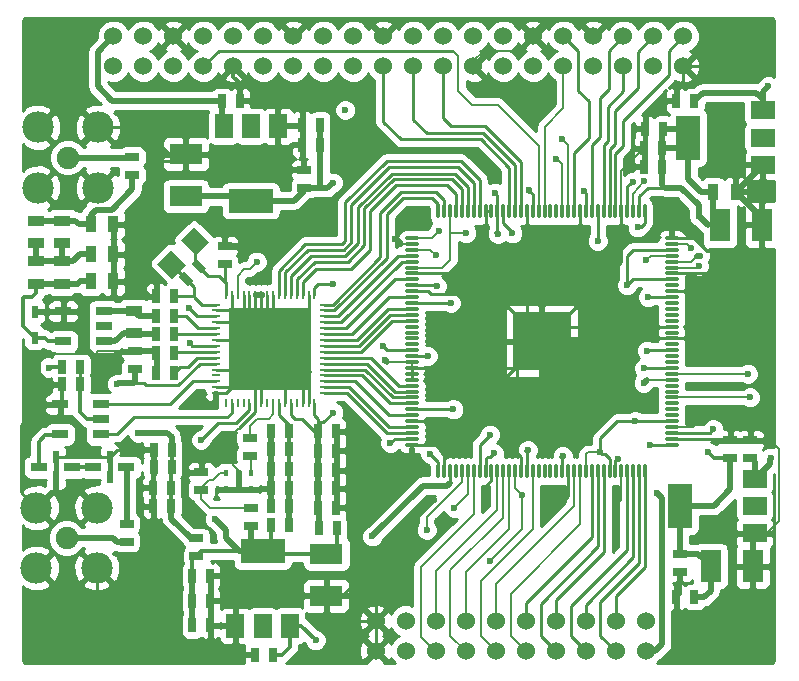
<source format=gtl>
G04 #@! TF.FileFunction,Copper,L1,Top,Signal*
%FSLAX46Y46*%
G04 Gerber Fmt 4.6, Leading zero omitted, Abs format (unit mm)*
G04 Created by KiCad (PCBNEW 4.0.6) date 10/31/18 19:38:29*
%MOMM*%
%LPD*%
G01*
G04 APERTURE LIST*
%ADD10C,0.100000*%
%ADD11C,0.500000*%
%ADD12O,1.200000X0.280000*%
%ADD13O,0.280000X1.200000*%
%ADD14C,4.000000*%
%ADD15R,5.000000X5.000000*%
%ADD16C,3.000000*%
%ADD17R,2.500000X2.500000*%
%ADD18R,0.800000X0.250000*%
%ADD19R,0.250000X0.800000*%
%ADD20R,7.000000X7.000000*%
%ADD21R,1.143000X0.635000*%
%ADD22R,0.635000X1.143000*%
%ADD23R,1.778000X2.794000*%
%ADD24R,2.794000X1.778000*%
%ADD25R,0.889000X1.397000*%
%ADD26R,1.397000X0.889000*%
%ADD27C,1.524000*%
%ADD28R,0.599440X1.000760*%
%ADD29R,1.400000X0.800000*%
%ADD30R,0.600000X1.100000*%
%ADD31R,2.000000X1.500000*%
%ADD32R,2.000000X3.800000*%
%ADD33R,1.500000X2.000000*%
%ADD34R,3.800000X2.000000*%
%ADD35R,1.400000X0.760000*%
%ADD36R,0.425000X0.625000*%
%ADD37C,1.905000*%
%ADD38C,2.667000*%
%ADD39C,5.300000*%
%ADD40C,0.600000*%
%ADD41C,0.200000*%
%ADD42C,0.300000*%
%ADD43C,0.250000*%
%ADD44C,0.350000*%
%ADD45C,0.500000*%
%ADD46C,0.254000*%
G04 APERTURE END LIST*
D10*
D11*
X136120000Y-97560000D03*
X134620000Y-100560000D03*
X134620000Y-99060000D03*
X133120000Y-99060000D03*
X136120000Y-99060000D03*
X133120000Y-97560000D03*
X134620000Y-97560000D03*
D12*
X145620000Y-107810000D03*
X145620000Y-107310000D03*
X145620000Y-106810000D03*
X145620000Y-106310000D03*
X145620000Y-105810000D03*
X145620000Y-105310000D03*
X145620000Y-104810000D03*
X145620000Y-104310000D03*
X145620000Y-103810000D03*
X145620000Y-103310000D03*
X145620000Y-102810000D03*
X145620000Y-102310000D03*
X145620000Y-101810000D03*
X145620000Y-101310000D03*
X145620000Y-100810000D03*
X145620000Y-100310000D03*
X145620000Y-99810000D03*
X145620000Y-99310000D03*
X145620000Y-98810000D03*
X145620000Y-98310000D03*
X145620000Y-97810000D03*
X145620000Y-97310000D03*
X145620000Y-96810000D03*
X145620000Y-96310000D03*
X145620000Y-95810000D03*
X145620000Y-95310000D03*
X145620000Y-94810000D03*
X145620000Y-94310000D03*
X145620000Y-93810000D03*
X145620000Y-93310000D03*
X145620000Y-92810000D03*
X145620000Y-92310000D03*
X145620000Y-91810000D03*
X145620000Y-91310000D03*
X145620000Y-90810000D03*
X145620000Y-90310000D03*
D13*
X143370000Y-88060000D03*
X142870000Y-88060000D03*
X142370000Y-88060000D03*
X141870000Y-88060000D03*
X141370000Y-88060000D03*
X140870000Y-88060000D03*
X140370000Y-88060000D03*
X139870000Y-88060000D03*
X139370000Y-88060000D03*
X138870000Y-88060000D03*
X138370000Y-88060000D03*
X137870000Y-88060000D03*
X137370000Y-88060000D03*
X136870000Y-88060000D03*
X136370000Y-88060000D03*
X135870000Y-88060000D03*
X135370000Y-88060000D03*
X134870000Y-88060000D03*
X134370000Y-88060000D03*
X133870000Y-88060000D03*
X133370000Y-88060000D03*
X132870000Y-88060000D03*
X132370000Y-88060000D03*
X131870000Y-88060000D03*
X131370000Y-88060000D03*
X130870000Y-88060000D03*
X130370000Y-88060000D03*
X129870000Y-88060000D03*
X129370000Y-88060000D03*
X128870000Y-88060000D03*
X128370000Y-88060000D03*
X127870000Y-88060000D03*
X127370000Y-88060000D03*
X126870000Y-88060000D03*
X126370000Y-88060000D03*
X125870000Y-88060000D03*
D12*
X123620000Y-90310000D03*
X123620000Y-90810000D03*
X123620000Y-91310000D03*
X123620000Y-91810000D03*
X123620000Y-92310000D03*
X123620000Y-92810000D03*
X123620000Y-93310000D03*
X123620000Y-93810000D03*
X123620000Y-94310000D03*
X123620000Y-94810000D03*
X123620000Y-95310000D03*
X123620000Y-95810000D03*
X123620000Y-96310000D03*
X123620000Y-96810000D03*
X123620000Y-97310000D03*
X123620000Y-97810000D03*
X123620000Y-98310000D03*
X123620000Y-98810000D03*
X123620000Y-99310000D03*
X123620000Y-99810000D03*
X123620000Y-100310000D03*
X123620000Y-100810000D03*
X123620000Y-101310000D03*
X123620000Y-101810000D03*
X123620000Y-102310000D03*
X123620000Y-102810000D03*
X123620000Y-103310000D03*
X123620000Y-103810000D03*
X123620000Y-104310000D03*
X123620000Y-104810000D03*
X123620000Y-105310000D03*
X123620000Y-105810000D03*
X123620000Y-106310000D03*
X123620000Y-106810000D03*
X123620000Y-107310000D03*
X123620000Y-107810000D03*
D13*
X125870000Y-110060000D03*
X126370000Y-110060000D03*
X126870000Y-110060000D03*
X127370000Y-110060000D03*
X127870000Y-110060000D03*
X128370000Y-110060000D03*
X128870000Y-110060000D03*
X129370000Y-110060000D03*
X129870000Y-110060000D03*
X130370000Y-110060000D03*
X130870000Y-110060000D03*
X131370000Y-110060000D03*
X131870000Y-110060000D03*
X132370000Y-110060000D03*
X132870000Y-110060000D03*
X133370000Y-110060000D03*
X133870000Y-110060000D03*
X134370000Y-110060000D03*
X134870000Y-110060000D03*
X135370000Y-110060000D03*
X135870000Y-110060000D03*
X136370000Y-110060000D03*
X136870000Y-110060000D03*
X137370000Y-110060000D03*
X137870000Y-110060000D03*
X138370000Y-110060000D03*
X138870000Y-110060000D03*
X139370000Y-110060000D03*
X139870000Y-110060000D03*
X140370000Y-110060000D03*
X140870000Y-110060000D03*
X141370000Y-110060000D03*
X141870000Y-110060000D03*
X142370000Y-110060000D03*
X142870000Y-110060000D03*
X143370000Y-110060000D03*
D14*
X136720000Y-101160000D03*
D15*
X134620000Y-99060000D03*
D11*
X133120000Y-100560000D03*
D16*
X113633000Y-101695000D03*
D11*
X108633000Y-102695000D03*
X110133000Y-102695000D03*
X108633000Y-101195000D03*
X110133000Y-101195000D03*
X108633000Y-96695000D03*
X108633000Y-98195000D03*
X114633000Y-98195000D03*
X114633000Y-96695000D03*
X113133000Y-96695000D03*
X113133000Y-98195000D03*
X110133000Y-98195000D03*
X110133000Y-96695000D03*
X111633000Y-96695000D03*
X111633000Y-98195000D03*
X111633000Y-102695000D03*
X111633000Y-101195000D03*
X114633000Y-99695000D03*
X113133000Y-99695000D03*
X108633000Y-99695000D03*
X110133000Y-99695000D03*
D17*
X109883000Y-101445000D03*
X109883000Y-97945000D03*
X113383000Y-97945000D03*
D18*
X116233000Y-103445000D03*
X116233000Y-102945000D03*
X116233000Y-102445000D03*
X116233000Y-101945000D03*
X116233000Y-101445000D03*
X116233000Y-100945000D03*
X116233000Y-100445000D03*
X116233000Y-99945000D03*
X116233000Y-99445000D03*
X116233000Y-98945000D03*
X116233000Y-98445000D03*
X116233000Y-97945000D03*
X116233000Y-97445000D03*
X116233000Y-96945000D03*
X116233000Y-96445000D03*
X116233000Y-95945000D03*
D19*
X115383000Y-95095000D03*
X114883000Y-95095000D03*
X114383000Y-95095000D03*
X113883000Y-95095000D03*
X113383000Y-95095000D03*
X112883000Y-95095000D03*
X112383000Y-95095000D03*
X111883000Y-95095000D03*
X111383000Y-95095000D03*
X110883000Y-95095000D03*
X110383000Y-95095000D03*
X109883000Y-95095000D03*
X109383000Y-95095000D03*
X108883000Y-95095000D03*
X108383000Y-95095000D03*
X107883000Y-95095000D03*
D18*
X107033000Y-95945000D03*
X107033000Y-96445000D03*
X107033000Y-96945000D03*
X107033000Y-97445000D03*
X107033000Y-97945000D03*
X107033000Y-98445000D03*
X107033000Y-98945000D03*
X107033000Y-99445000D03*
X107033000Y-99945000D03*
X107033000Y-100445000D03*
X107033000Y-100945000D03*
X107033000Y-101445000D03*
X107033000Y-101945000D03*
X107033000Y-102445000D03*
X107033000Y-102945000D03*
X107033000Y-103445000D03*
D19*
X107883000Y-104295000D03*
X108383000Y-104295000D03*
X108883000Y-104295000D03*
X109383000Y-104295000D03*
X109883000Y-104295000D03*
X110383000Y-104295000D03*
X110883000Y-104295000D03*
X111383000Y-104295000D03*
X111883000Y-104295000D03*
X112383000Y-104295000D03*
X112883000Y-104295000D03*
X113383000Y-104295000D03*
X113883000Y-104295000D03*
X114383000Y-104295000D03*
X114883000Y-104295000D03*
X115383000Y-104295000D03*
D20*
X111633000Y-99695000D03*
D17*
X113383000Y-101445000D03*
D11*
X111633000Y-99695000D03*
D21*
X152300000Y-108962000D03*
X152300000Y-107438000D03*
D22*
X111862000Y-125600000D03*
X110338000Y-125600000D03*
X107538000Y-78700000D03*
X109062000Y-78700000D03*
X147562000Y-120700000D03*
X146038000Y-120700000D03*
X105038000Y-118900000D03*
X106562000Y-118900000D03*
D21*
X114500000Y-86062000D03*
X114500000Y-84538000D03*
X150600000Y-108962000D03*
X150600000Y-107438000D03*
D22*
X105038000Y-121000000D03*
X106562000Y-121000000D03*
X115862000Y-80700000D03*
X114338000Y-80700000D03*
D21*
X146300000Y-117038000D03*
X146300000Y-118562000D03*
D22*
X105038000Y-123100000D03*
X106562000Y-123100000D03*
X115862000Y-82400000D03*
X114338000Y-82400000D03*
D23*
X148922000Y-118100000D03*
X152478000Y-118100000D03*
D24*
X116400000Y-117022000D03*
X116400000Y-120578000D03*
X104500000Y-86778000D03*
X104500000Y-83222000D03*
D22*
X147562000Y-78700000D03*
X146038000Y-78700000D03*
X144902000Y-81060000D03*
X143378000Y-81060000D03*
X144842000Y-84260000D03*
X143318000Y-84260000D03*
X144822000Y-82690000D03*
X143298000Y-82690000D03*
D23*
X149722000Y-89200000D03*
X153278000Y-89200000D03*
D21*
X99949000Y-84963000D03*
X99949000Y-83439000D03*
X99490000Y-114498000D03*
X99490000Y-116022000D03*
D25*
X96456500Y-89154000D03*
X98361500Y-89154000D03*
D26*
X91821000Y-90741500D03*
X91821000Y-88836500D03*
D25*
X96456500Y-91694000D03*
X98361500Y-91694000D03*
D26*
X91821000Y-94170500D03*
X91821000Y-92265500D03*
D25*
X96456500Y-93980000D03*
X98361500Y-93980000D03*
D10*
G36*
X103347762Y-93759031D02*
X102074969Y-92486238D01*
X103206340Y-91354867D01*
X104479133Y-92627660D01*
X103347762Y-93759031D01*
X103347762Y-93759031D01*
G37*
G36*
X105327660Y-91779133D02*
X104054867Y-90506340D01*
X105186238Y-89374969D01*
X106459031Y-90647762D01*
X105327660Y-91779133D01*
X105327660Y-91779133D01*
G37*
D22*
X101981000Y-101727000D03*
X103505000Y-101727000D03*
D10*
G36*
X104669790Y-94385433D02*
X103861567Y-93577210D01*
X104310580Y-93128197D01*
X105118803Y-93936420D01*
X104669790Y-94385433D01*
X104669790Y-94385433D01*
G37*
G36*
X105747420Y-93307803D02*
X104939197Y-92499580D01*
X105388210Y-92050567D01*
X106196433Y-92858790D01*
X105747420Y-93307803D01*
X105747420Y-93307803D01*
G37*
D21*
X107790000Y-90998000D03*
X107790000Y-92522000D03*
D22*
X101981000Y-95250000D03*
X103505000Y-95250000D03*
D26*
X100076000Y-98361500D03*
X100076000Y-96456500D03*
D22*
X95562000Y-102700000D03*
X94038000Y-102700000D03*
X103505000Y-98425000D03*
X101981000Y-98425000D03*
X103505000Y-96901000D03*
X101981000Y-96901000D03*
X115697000Y-106680000D03*
X117221000Y-106680000D03*
X113201000Y-111506000D03*
X111677000Y-111506000D03*
X103292000Y-108220000D03*
X101768000Y-108220000D03*
X115697000Y-108331000D03*
X117221000Y-108331000D03*
X113201000Y-109855000D03*
X111677000Y-109855000D03*
X103292000Y-109710000D03*
X101768000Y-109710000D03*
X115697000Y-109982000D03*
X117221000Y-109982000D03*
X113201000Y-108204000D03*
X111677000Y-108204000D03*
D21*
X100170000Y-101402000D03*
X100170000Y-99878000D03*
D22*
X115697000Y-111506000D03*
X117221000Y-111506000D03*
X113201000Y-106680000D03*
X111677000Y-106680000D03*
X103212000Y-111460000D03*
X101688000Y-111460000D03*
X115697000Y-113157000D03*
X117221000Y-113157000D03*
X113201000Y-113030000D03*
X111677000Y-113030000D03*
X103252000Y-113000000D03*
X101728000Y-113000000D03*
D21*
X105800000Y-110138000D03*
X105800000Y-111662000D03*
D27*
X143430000Y-122730000D03*
X143430000Y-125270000D03*
X140890000Y-122730000D03*
X140890000Y-125270000D03*
X138350000Y-122730000D03*
X138350000Y-125270000D03*
X135810000Y-122730000D03*
X135810000Y-125270000D03*
X133270000Y-122730000D03*
X133270000Y-125270000D03*
X130730000Y-122730000D03*
X130730000Y-125270000D03*
X128190000Y-122730000D03*
X128190000Y-125270000D03*
X125650000Y-122730000D03*
X125650000Y-125270000D03*
X123110000Y-122730000D03*
X123110000Y-125270000D03*
X120570000Y-122730000D03*
X120570000Y-125270000D03*
D28*
X91694000Y-96563180D03*
X91694000Y-98762820D03*
D29*
X99469063Y-109727937D03*
D30*
X98044063Y-108877937D03*
X98044063Y-110577938D03*
D29*
X96619062Y-109727937D03*
X94897063Y-109727937D03*
D30*
X93472063Y-108877937D03*
X93472063Y-110577938D03*
D29*
X92047062Y-109727937D03*
D22*
X94038000Y-101200000D03*
X95562000Y-101200000D03*
X115738000Y-114900000D03*
X117262000Y-114900000D03*
X113262000Y-114600000D03*
X111738000Y-114600000D03*
D21*
X105400000Y-115738000D03*
X105400000Y-117262000D03*
X110000000Y-113138000D03*
X110000000Y-114662000D03*
D31*
X152650063Y-115300063D03*
X152650063Y-113000063D03*
X152650063Y-110700062D03*
D32*
X146350062Y-113000063D03*
D33*
X108699937Y-123150063D03*
X110999937Y-123150063D03*
X113299938Y-123150063D03*
D34*
X110999937Y-116850062D03*
D33*
X112300063Y-80849937D03*
X110000063Y-80849937D03*
X107700062Y-80849937D03*
D34*
X110000063Y-87149938D03*
D31*
X153350063Y-84100063D03*
X153350063Y-81800063D03*
X153350063Y-79500062D03*
D32*
X147050062Y-81800063D03*
D26*
X94000000Y-88847500D03*
X94000000Y-90752500D03*
X93980000Y-92265500D03*
X93980000Y-94170500D03*
D25*
X151052500Y-86400000D03*
X149147500Y-86400000D03*
D22*
X103505000Y-100076000D03*
X101981000Y-100076000D03*
D35*
X93853000Y-104394000D03*
X93853000Y-106934000D03*
X97283000Y-106934000D03*
X97283000Y-105664000D03*
X97283000Y-104394000D03*
X94107000Y-96520000D03*
X94107000Y-99060000D03*
X97537000Y-99060000D03*
X97537000Y-97790000D03*
X97537000Y-96520000D03*
D36*
X107900000Y-111600000D03*
X108940000Y-111600000D03*
X109980000Y-111600000D03*
X109980000Y-110200000D03*
X108940000Y-110200000D03*
X107900000Y-110200000D03*
D37*
X94500000Y-83500000D03*
D38*
X97049900Y-86049900D03*
X91950100Y-86049900D03*
X91950100Y-80950100D03*
X97049900Y-80950100D03*
D37*
X94400000Y-115700000D03*
D38*
X96949900Y-118249900D03*
X91850100Y-118249900D03*
X91850100Y-113150100D03*
X96949900Y-113150100D03*
D39*
X93500000Y-74500000D03*
X93500000Y-123500000D03*
X151500000Y-74500000D03*
X151500000Y-123500000D03*
D27*
X98370000Y-75770000D03*
X98370000Y-73230000D03*
X100910000Y-75770000D03*
X100910000Y-73230000D03*
X103450000Y-75770000D03*
X103450000Y-73230000D03*
X105990000Y-75770000D03*
X105990000Y-73230000D03*
X108530000Y-75770000D03*
X108530000Y-73230000D03*
X111070000Y-75770000D03*
X111070000Y-73230000D03*
X113610000Y-75770000D03*
X113610000Y-73230000D03*
X116150000Y-75770000D03*
X116150000Y-73230000D03*
X118690000Y-75770000D03*
X118690000Y-73230000D03*
X121230000Y-75770000D03*
X121230000Y-73230000D03*
X123770000Y-75770000D03*
X123770000Y-73230000D03*
X126310000Y-75770000D03*
X126310000Y-73230000D03*
X128850000Y-75770000D03*
X128850000Y-73230000D03*
X131390000Y-75770000D03*
X131390000Y-73230000D03*
X133930000Y-75770000D03*
X133930000Y-73230000D03*
X136470000Y-75770000D03*
X136470000Y-73230000D03*
X139010000Y-75770000D03*
X139010000Y-73230000D03*
X141550000Y-75770000D03*
X141550000Y-73230000D03*
X144090000Y-75770000D03*
X144090000Y-73230000D03*
X146630000Y-75770000D03*
X146630000Y-73230000D03*
D21*
X109900000Y-107238000D03*
X109900000Y-108762000D03*
D40*
X140462000Y-92202000D03*
X121390000Y-100650000D03*
X122230000Y-90380000D03*
X147750000Y-95840000D03*
X140920000Y-112890000D03*
X109320000Y-91060000D03*
X125470000Y-112460000D03*
X152340000Y-105310000D03*
X119080000Y-110650000D03*
X147860000Y-98790000D03*
X136210000Y-112810000D03*
X129850000Y-112880000D03*
X142748000Y-89408000D03*
X147270000Y-91170000D03*
X125660000Y-91760000D03*
X121810000Y-107670000D03*
X125170000Y-108590000D03*
X149150000Y-106500000D03*
X143780000Y-107810000D03*
X125940000Y-89720000D03*
X124900000Y-115025000D03*
X143490000Y-92180000D03*
X143330000Y-85460000D03*
X143250000Y-102570000D03*
X147920000Y-92660000D03*
X135880000Y-83580000D03*
X136320000Y-81920000D03*
X148000000Y-91790000D03*
X152090000Y-101810000D03*
X143280000Y-101340000D03*
X127200000Y-113175000D03*
X110500000Y-92325000D03*
X120290000Y-115570000D03*
X105790000Y-107410000D03*
X117990000Y-79460000D03*
X121220000Y-99430000D03*
X152270000Y-103800000D03*
X116970000Y-105090000D03*
X116960000Y-94220000D03*
X104820000Y-99240000D03*
X104750000Y-96240000D03*
X98650000Y-102660000D03*
X100480000Y-106790000D03*
X130225000Y-117625000D03*
X116920000Y-85620000D03*
X132930000Y-112050000D03*
X136400000Y-108800000D03*
X130580000Y-108550000D03*
X141050000Y-108980000D03*
X144430000Y-111940000D03*
X138210000Y-86340000D03*
X142330000Y-85570000D03*
X133550000Y-86280000D03*
X143560000Y-99840000D03*
X143620000Y-95320000D03*
X130910000Y-89980000D03*
X130670000Y-86470000D03*
X125770000Y-94390000D03*
X124960000Y-100300000D03*
X154000000Y-108910000D03*
X115480000Y-124360000D03*
X153825000Y-77450000D03*
X148710000Y-108430000D03*
X147940000Y-88470000D03*
X132150000Y-89900000D03*
X141860000Y-94310000D03*
X139590000Y-108450000D03*
X130250000Y-106950000D03*
X142550000Y-105810000D03*
X133450000Y-108270000D03*
X127140000Y-104810000D03*
X126950000Y-95820000D03*
X139360000Y-90550000D03*
X128230000Y-89900000D03*
X106950000Y-114110000D03*
X92875000Y-101275000D03*
D41*
X107800000Y-108500000D02*
X107800000Y-108400000D01*
X108940000Y-110200000D02*
X108940000Y-109940000D01*
X108940000Y-109940000D02*
X107800000Y-108800000D01*
X107800000Y-108800000D02*
X107800000Y-108400000D01*
D42*
X109980000Y-111600000D02*
X111100000Y-111600000D01*
X111100000Y-111600000D02*
X111583000Y-111600000D01*
D41*
X111583000Y-111600000D02*
X111677000Y-111506000D01*
X107900000Y-111600000D02*
X108940000Y-111600000D01*
X105800000Y-110138000D02*
X105800000Y-109400000D01*
D43*
X110383000Y-105017000D02*
X109040000Y-106360000D01*
X110383000Y-105017000D02*
X110383000Y-104295000D01*
D41*
X108300000Y-107100000D02*
X109040000Y-106360000D01*
X108300000Y-108000000D02*
X108300000Y-107100000D01*
X107900000Y-108400000D02*
X107800000Y-108500000D01*
X107800000Y-108500000D02*
X108300000Y-108000000D01*
X106800000Y-108400000D02*
X107900000Y-108400000D01*
X105800000Y-109400000D02*
X106800000Y-108400000D01*
X108940000Y-111600000D02*
X109980000Y-111600000D01*
X108940000Y-110200000D02*
X108940000Y-111600000D01*
X152650063Y-115300063D02*
X153699937Y-115300063D01*
X153699937Y-115300063D02*
X154725000Y-114275000D01*
X154725000Y-114275000D02*
X154725000Y-108150000D01*
X154725000Y-108150000D02*
X154013000Y-107438000D01*
X154013000Y-107438000D02*
X152300000Y-107438000D01*
D44*
X111677000Y-106680000D02*
X111677000Y-108204000D01*
D41*
X111677000Y-108204000D02*
X111673000Y-108200000D01*
X141370000Y-88060000D02*
X141370000Y-84618000D01*
X141370000Y-84618000D02*
X143298000Y-82690000D01*
X128850000Y-75770000D02*
X128850000Y-75350000D01*
X128850000Y-75350000D02*
X129700000Y-74500000D01*
X129700000Y-74500000D02*
X132660000Y-74500000D01*
X132660000Y-74500000D02*
X133930000Y-73230000D01*
X100170000Y-99878000D02*
X97072000Y-99878000D01*
X93100000Y-102700000D02*
X94000000Y-102700000D01*
X92150000Y-101750000D02*
X93100000Y-102700000D01*
X92150000Y-100650000D02*
X92150000Y-101750000D01*
X92700000Y-100100000D02*
X92150000Y-100650000D01*
X96850000Y-100100000D02*
X92700000Y-100100000D01*
X97072000Y-99878000D02*
X96850000Y-100100000D01*
D44*
X108530000Y-75770000D02*
X108530000Y-76680000D01*
X109062000Y-77212000D02*
X109062000Y-78700000D01*
X108530000Y-76680000D02*
X109062000Y-77212000D01*
D41*
X140462000Y-92202000D02*
X140540000Y-92124000D01*
X140540000Y-92124000D02*
X140540000Y-92060000D01*
D44*
X111677000Y-109855000D02*
X111677000Y-108204000D01*
D43*
X111511000Y-110671000D02*
X111677000Y-110837000D01*
X111677000Y-111506000D02*
X111677000Y-110837000D01*
X111677000Y-110837000D02*
X111677000Y-109855000D01*
X111677000Y-113030000D02*
X111677000Y-111506000D01*
D41*
X123620000Y-100810000D02*
X121550000Y-100810000D01*
D45*
X121550000Y-100810000D02*
X121390000Y-100650000D01*
D41*
X123620000Y-90810000D02*
X122730000Y-90810000D01*
D45*
X122730000Y-90810000D02*
X122300000Y-90380000D01*
X122300000Y-90380000D02*
X122230000Y-90380000D01*
X147750000Y-95840000D02*
X147780000Y-95810000D01*
X147780000Y-95810000D02*
X147780000Y-94810000D01*
D41*
X145620000Y-106310000D02*
X147440000Y-106310000D01*
X150600000Y-106090000D02*
X150600000Y-107438000D01*
X150150000Y-105640000D02*
X150600000Y-106090000D01*
X148110000Y-105640000D02*
X150150000Y-105640000D01*
X147440000Y-106310000D02*
X148110000Y-105640000D01*
X123620000Y-101310000D02*
X123620000Y-100810000D01*
X132870000Y-100810000D02*
X134620000Y-99060000D01*
D43*
X123620000Y-94810000D02*
X125000000Y-94810000D01*
X125280000Y-95090000D02*
X130460000Y-95090000D01*
X125000000Y-94810000D02*
X125280000Y-95090000D01*
D41*
X141370000Y-110060000D02*
X141370000Y-112530000D01*
X141010000Y-112890000D02*
X140920000Y-112890000D01*
X141370000Y-112530000D02*
X141010000Y-112890000D01*
D45*
X109320000Y-91060000D02*
X109258000Y-90998000D01*
X109258000Y-90998000D02*
X107790000Y-90998000D01*
X100170000Y-99878000D02*
X101783000Y-99878000D01*
D41*
X101783000Y-99878000D02*
X101981000Y-100076000D01*
D43*
X107033000Y-98945000D02*
X110883000Y-98945000D01*
X110883000Y-98945000D02*
X111633000Y-99695000D01*
X114883000Y-95095000D02*
X114883000Y-96445000D01*
X114883000Y-96445000D02*
X113383000Y-97945000D01*
X107033000Y-96445000D02*
X108383000Y-96445000D01*
X108383000Y-96445000D02*
X108633000Y-96695000D01*
X108383000Y-95095000D02*
X108383000Y-96445000D01*
X108383000Y-96445000D02*
X108633000Y-96695000D01*
X109383000Y-95095000D02*
X109383000Y-97445000D01*
X109383000Y-97445000D02*
X109883000Y-97945000D01*
X109883000Y-95095000D02*
X109883000Y-96445000D01*
X109883000Y-96445000D02*
X110133000Y-96695000D01*
X110383000Y-95095000D02*
X110383000Y-98445000D01*
X110383000Y-98445000D02*
X111633000Y-99695000D01*
X110883000Y-95095000D02*
X110883000Y-98945000D01*
X110883000Y-98945000D02*
X111633000Y-99695000D01*
X111383000Y-95095000D02*
X111383000Y-96445000D01*
X111383000Y-96445000D02*
X111633000Y-96695000D01*
X111883000Y-95095000D02*
X111883000Y-96445000D01*
X111883000Y-96445000D02*
X111633000Y-96695000D01*
X114883000Y-104295000D02*
X114883000Y-102945000D01*
X114883000Y-102945000D02*
X113633000Y-101695000D01*
X114383000Y-104295000D02*
X114383000Y-102445000D01*
X114383000Y-102445000D02*
X113633000Y-101695000D01*
X112883000Y-104295000D02*
X112883000Y-102445000D01*
X112883000Y-102445000D02*
X113633000Y-101695000D01*
X110883000Y-104295000D02*
X110883000Y-100445000D01*
X110883000Y-100445000D02*
X111633000Y-99695000D01*
X107033000Y-103445000D02*
X107883000Y-103445000D01*
X107883000Y-103445000D02*
X108633000Y-102695000D01*
X107033000Y-102945000D02*
X108383000Y-102945000D01*
X108383000Y-102945000D02*
X108633000Y-102695000D01*
X107033000Y-101445000D02*
X108383000Y-101445000D01*
X108383000Y-101445000D02*
X108633000Y-101195000D01*
X107033000Y-97445000D02*
X109383000Y-97445000D01*
X109383000Y-97445000D02*
X110133000Y-98195000D01*
X123620000Y-107810000D02*
X126170000Y-107810000D01*
X126170000Y-107810000D02*
X126370000Y-107610000D01*
X146630000Y-75770000D02*
X146630000Y-77010000D01*
X146630000Y-77010000D02*
X146038000Y-77602000D01*
X101688000Y-111460000D02*
X101688000Y-112960000D01*
X101688000Y-112960000D02*
X101728000Y-113000000D01*
X101768000Y-109710000D02*
X101768000Y-111380000D01*
X101768000Y-111380000D02*
X101688000Y-111460000D01*
X101768000Y-108220000D02*
X101768000Y-109710000D01*
X101768000Y-108220000D02*
X98702000Y-108220000D01*
X98702000Y-108220000D02*
X98044063Y-108877937D01*
X120570000Y-117360000D02*
X120570000Y-122730000D01*
X125470000Y-112460000D02*
X120570000Y-117360000D01*
X133930000Y-73230000D02*
X133930000Y-72770000D01*
X133930000Y-72770000D02*
X135040000Y-71660000D01*
X135040000Y-71660000D02*
X137440000Y-71660000D01*
X137440000Y-71660000D02*
X139010000Y-73230000D01*
X146630000Y-75770000D02*
X150230000Y-75770000D01*
X150230000Y-75770000D02*
X151500000Y-74500000D01*
X152650063Y-115300063D02*
X151329937Y-115300063D01*
X150620000Y-116010000D02*
X150620000Y-122620000D01*
X151329937Y-115300063D02*
X150620000Y-116010000D01*
X150620000Y-122620000D02*
X151500000Y-123500000D01*
X146038000Y-120700000D02*
X146038000Y-122298000D01*
X147240000Y-123500000D02*
X151500000Y-123500000D01*
X146038000Y-122298000D02*
X147240000Y-123500000D01*
X152478000Y-118100000D02*
X152478000Y-122522000D01*
X152478000Y-122522000D02*
X151500000Y-123500000D01*
X152340000Y-105310000D02*
X152300000Y-105350000D01*
X152300000Y-105350000D02*
X152300000Y-107438000D01*
X101981000Y-100076000D02*
X101981000Y-101727000D01*
X101981000Y-95250000D02*
X101470000Y-95250000D01*
X101470000Y-95250000D02*
X100200000Y-93980000D01*
X100200000Y-93980000D02*
X98361500Y-93980000D01*
X118412000Y-109982000D02*
X117221000Y-109982000D01*
X119080000Y-110650000D02*
X118412000Y-109982000D01*
X118647000Y-113157000D02*
X117221000Y-113157000D01*
X119280000Y-113790000D02*
X118647000Y-113157000D01*
X93853000Y-104394000D02*
X92266000Y-104394000D01*
X90500000Y-111800000D02*
X91850100Y-113150100D01*
X90500000Y-106160000D02*
X90500000Y-111800000D01*
X92266000Y-104394000D02*
X90500000Y-106160000D01*
D44*
X98044063Y-108877937D02*
X98044063Y-110577938D01*
X93472063Y-108877937D02*
X93472063Y-110577938D01*
D43*
X93472063Y-110577938D02*
X93472063Y-111528137D01*
X93472063Y-111528137D02*
X91850100Y-113150100D01*
X96949900Y-118249900D02*
X96949900Y-120819900D01*
X96949900Y-120819900D02*
X101520000Y-125390000D01*
X101520000Y-125390000D02*
X106200000Y-125390000D01*
X106200000Y-125390000D02*
X106562000Y-125028000D01*
X145620000Y-98810000D02*
X147840000Y-98810000D01*
D45*
X147840000Y-98810000D02*
X147860000Y-98790000D01*
D43*
X104500000Y-83222000D02*
X111378000Y-83222000D01*
X112300063Y-82299937D02*
X112300063Y-80849937D01*
X111378000Y-83222000D02*
X112300063Y-82299937D01*
X104500000Y-83222000D02*
X103092000Y-83222000D01*
X100820100Y-80950100D02*
X97049900Y-80950100D01*
X103092000Y-83222000D02*
X100820100Y-80950100D01*
X98361500Y-89154000D02*
X99856000Y-89154000D01*
X102580000Y-83750000D02*
X103972000Y-83750000D01*
X102130000Y-84200000D02*
X102580000Y-83750000D01*
X102130000Y-85450000D02*
X102130000Y-84200000D01*
X100990000Y-86590000D02*
X102130000Y-85450000D01*
X100990000Y-88020000D02*
X100990000Y-86590000D01*
X99856000Y-89154000D02*
X100340000Y-88670000D01*
X100340000Y-88670000D02*
X100990000Y-88020000D01*
X103972000Y-83750000D02*
X104500000Y-83222000D01*
X129870000Y-88060000D02*
X129870000Y-90510000D01*
X129870000Y-90510000D02*
X129870000Y-94310000D01*
X129870000Y-94310000D02*
X134620000Y-99060000D01*
X129870000Y-88060000D02*
X130370000Y-88060000D01*
X133370000Y-88060000D02*
X133370000Y-97810000D01*
X133370000Y-97810000D02*
X134620000Y-99060000D01*
X137870000Y-88060000D02*
X137870000Y-95810000D01*
X137870000Y-95810000D02*
X134620000Y-99060000D01*
X141370000Y-88060000D02*
X141370000Y-92310000D01*
X141370000Y-92310000D02*
X134620000Y-99060000D01*
X145620000Y-97810000D02*
X135870000Y-97810000D01*
X135870000Y-97810000D02*
X134620000Y-99060000D01*
X145620000Y-98810000D02*
X134870000Y-98810000D01*
X134870000Y-98810000D02*
X134620000Y-99060000D01*
X136870000Y-110060000D02*
X136870000Y-112150000D01*
X136870000Y-112150000D02*
X136210000Y-112810000D01*
X132870000Y-110060000D02*
X132870000Y-108850000D01*
X132530000Y-108510000D02*
X132530000Y-101150000D01*
X132870000Y-108850000D02*
X132530000Y-108510000D01*
X132530000Y-101150000D02*
X134620000Y-99060000D01*
X130370000Y-110060000D02*
X130370000Y-110830000D01*
X129850000Y-111350000D02*
X129850000Y-112880000D01*
X130370000Y-110830000D02*
X129850000Y-111350000D01*
X126370000Y-110060000D02*
X126370000Y-107610000D01*
X126370000Y-107610000D02*
X126370000Y-105950000D01*
X126370000Y-105950000D02*
X126230000Y-105810000D01*
X123620000Y-105810000D02*
X126230000Y-105810000D01*
X126230000Y-105810000D02*
X127870000Y-105810000D01*
X127870000Y-105810000D02*
X134620000Y-99060000D01*
X123620000Y-93310000D02*
X128870000Y-93310000D01*
X128870000Y-93310000D02*
X134620000Y-99060000D01*
X123620000Y-101310000D02*
X132370000Y-101310000D01*
X132370000Y-101310000D02*
X134620000Y-99060000D01*
X123620000Y-101810000D02*
X123620000Y-101310000D01*
X123620000Y-102310000D02*
X123620000Y-101810000D01*
X145620000Y-90310000D02*
X147530000Y-90310000D01*
X148620000Y-91400000D02*
X153278000Y-91400000D01*
X147530000Y-90310000D02*
X148620000Y-91400000D01*
X145620000Y-93310000D02*
X152580000Y-93310000D01*
X152600000Y-93290000D02*
X152600000Y-93310000D01*
X152580000Y-93310000D02*
X152600000Y-93290000D01*
X145620000Y-94810000D02*
X147780000Y-94810000D01*
X153278000Y-92632000D02*
X153278000Y-91400000D01*
X152600000Y-93310000D02*
X153278000Y-92632000D01*
X145620000Y-107310000D02*
X150472000Y-107310000D01*
X150472000Y-107310000D02*
X150600000Y-107438000D01*
X120570000Y-125270000D02*
X120570000Y-122730000D01*
X114338000Y-82400000D02*
X114338000Y-84376000D01*
X114338000Y-84376000D02*
X114500000Y-84538000D01*
X114338000Y-80700000D02*
X114338000Y-82400000D01*
D45*
X112300063Y-80849937D02*
X114188063Y-80849937D01*
D43*
X114188063Y-80849937D02*
X114338000Y-80700000D01*
X109062000Y-78700000D02*
X112200000Y-78700000D01*
X112400000Y-78900000D02*
X112400000Y-80750000D01*
X112200000Y-78700000D02*
X112400000Y-78900000D01*
X112400000Y-80750000D02*
X112300063Y-80849937D01*
X150600000Y-107438000D02*
X152300000Y-107438000D01*
D45*
X152478000Y-118100000D02*
X152478000Y-115472126D01*
D43*
X152478000Y-115472126D02*
X152650063Y-115300063D01*
X146300000Y-118562000D02*
X146300000Y-120438000D01*
X146300000Y-120438000D02*
X146038000Y-120700000D01*
X110383000Y-104295000D02*
X110383000Y-101945000D01*
X110383000Y-101945000D02*
X109883000Y-101445000D01*
X93472063Y-108877937D02*
X98044063Y-108877937D01*
X120570000Y-122730000D02*
X116930000Y-122730000D01*
X116930000Y-122730000D02*
X116400000Y-122200000D01*
X106562000Y-118900000D02*
X106562000Y-121000000D01*
D44*
X94038000Y-102700000D02*
X94038000Y-104209000D01*
D43*
X94038000Y-104209000D02*
X93853000Y-104394000D01*
X94107000Y-96520000D02*
X94107000Y-95893000D01*
X98400000Y-95100000D02*
X98400000Y-94018500D01*
X98200000Y-95300000D02*
X98400000Y-95100000D01*
X94700000Y-95300000D02*
X98200000Y-95300000D01*
X94107000Y-95893000D02*
X94700000Y-95300000D01*
X98400000Y-94018500D02*
X98361500Y-93980000D01*
X91694000Y-96563180D02*
X94063820Y-96563180D01*
X94063820Y-96563180D02*
X94107000Y-96520000D01*
X98361500Y-91694000D02*
X98361500Y-93980000D01*
X98361500Y-89154000D02*
X98361500Y-91694000D01*
X117221000Y-108331000D02*
X117221000Y-106680000D01*
D44*
X117221000Y-109982000D02*
X117221000Y-108331000D01*
X117221000Y-111506000D02*
X117221000Y-109982000D01*
X117221000Y-113157000D02*
X117221000Y-111506000D01*
D43*
X119280000Y-119010000D02*
X119280000Y-113790000D01*
X110338000Y-125600000D02*
X109400000Y-125600000D01*
X108699937Y-124899937D02*
X108699937Y-123150063D01*
X109400000Y-125600000D02*
X108699937Y-124899937D01*
X108649874Y-123100000D02*
X108699937Y-123150063D01*
X106562000Y-125028000D02*
X106562000Y-123100000D01*
X106562000Y-123100000D02*
X108649874Y-123100000D01*
X106562000Y-121000000D02*
X106562000Y-123100000D01*
X116400000Y-120578000D02*
X117712000Y-120578000D01*
X117712000Y-120578000D02*
X119280000Y-119010000D01*
X116400000Y-122200000D02*
X116400000Y-120578000D01*
X143378000Y-81060000D02*
X143378000Y-79962000D01*
X151052500Y-86400000D02*
X151052500Y-86397626D01*
D45*
X151052500Y-86397626D02*
X153350063Y-84100063D01*
X153278000Y-88625500D02*
X151052500Y-86400000D01*
D43*
X144640000Y-78700000D02*
X146038000Y-78700000D01*
X146038000Y-77602000D02*
X146038000Y-78700000D01*
X143378000Y-79962000D02*
X144640000Y-78700000D01*
X143298000Y-84240000D02*
X143318000Y-84260000D01*
X143298000Y-82690000D02*
X143298000Y-84240000D01*
X143378000Y-81060000D02*
X143378000Y-82610000D01*
X143378000Y-82610000D02*
X143298000Y-82690000D01*
X153278000Y-91400000D02*
X153278000Y-89200000D01*
X153350063Y-84100063D02*
X153350063Y-89127937D01*
X153350063Y-89127937D02*
X153278000Y-89200000D01*
X153278000Y-89200000D02*
X153278000Y-88625500D01*
X143370000Y-88060000D02*
X143370000Y-89040000D01*
X143002000Y-89408000D02*
X142748000Y-89408000D01*
X143370000Y-89040000D02*
X143002000Y-89408000D01*
D41*
X145620000Y-90810000D02*
X146910000Y-90810000D01*
X146910000Y-90810000D02*
X147270000Y-91170000D01*
X123620000Y-91310000D02*
X125210000Y-91310000D01*
X125210000Y-91310000D02*
X125660000Y-91760000D01*
D43*
X123620000Y-107310000D02*
X122170000Y-107310000D01*
X122170000Y-107310000D02*
X121810000Y-107670000D01*
X125870000Y-110060000D02*
X125870000Y-109290000D01*
X125870000Y-109290000D02*
X125170000Y-108590000D01*
X145620000Y-106810000D02*
X148840000Y-106810000D01*
X148840000Y-106810000D02*
X149150000Y-106500000D01*
X145620000Y-107810000D02*
X143780000Y-107810000D01*
D41*
X123620000Y-90310000D02*
X125350000Y-90310000D01*
X125350000Y-90310000D02*
X125940000Y-89720000D01*
D45*
X99949000Y-84963000D02*
X99949000Y-86201000D01*
X99949000Y-86201000D02*
X98230000Y-87920000D01*
X98230000Y-87920000D02*
X96880000Y-87920000D01*
X96880000Y-87920000D02*
X96456500Y-88343500D01*
X96456500Y-88343500D02*
X96456500Y-89154000D01*
X94000000Y-88847500D02*
X91832000Y-88847500D01*
D43*
X91832000Y-88847500D02*
X91821000Y-88836500D01*
D45*
X96456500Y-89154000D02*
X95454000Y-89154000D01*
X95147500Y-88847500D02*
X94000000Y-88847500D01*
X95454000Y-89154000D02*
X95147500Y-88847500D01*
X94500000Y-83500000D02*
X99888000Y-83500000D01*
D43*
X99888000Y-83500000D02*
X99949000Y-83439000D01*
D45*
X99490000Y-114498000D02*
X99490000Y-109748874D01*
D43*
X99490000Y-109748874D02*
X99469063Y-109727937D01*
D45*
X94400000Y-115700000D02*
X98330000Y-115700000D01*
X98330000Y-115700000D02*
X98652000Y-116022000D01*
X98652000Y-116022000D02*
X99490000Y-116022000D01*
X93980000Y-92265500D02*
X94954500Y-92265500D01*
X95526000Y-91694000D02*
X96456500Y-91694000D01*
X94954500Y-92265500D02*
X95526000Y-91694000D01*
X91821000Y-92265500D02*
X93980000Y-92265500D01*
X94000000Y-90752500D02*
X94000000Y-92245500D01*
D43*
X94000000Y-92245500D02*
X93980000Y-92265500D01*
D45*
X91821000Y-90741500D02*
X91821000Y-92265500D01*
D44*
X94107000Y-99060000D02*
X92860000Y-99060000D01*
X92860000Y-99060000D02*
X92562820Y-98762820D01*
X92562820Y-98762820D02*
X91694000Y-98762820D01*
X91821000Y-94170500D02*
X91821000Y-94979000D01*
X90700000Y-97768820D02*
X91694000Y-98762820D01*
X90700000Y-95400000D02*
X90700000Y-97768820D01*
X90800000Y-95300000D02*
X90700000Y-95400000D01*
X91500000Y-95300000D02*
X90800000Y-95300000D01*
X91821000Y-94979000D02*
X91500000Y-95300000D01*
D45*
X93980000Y-94170500D02*
X91821000Y-94170500D01*
X96456500Y-93980000D02*
X95520000Y-93980000D01*
X95329500Y-94170500D02*
X93980000Y-94170500D01*
D43*
X95520000Y-93980000D02*
X95329500Y-94170500D01*
X103505000Y-95250000D02*
X105160000Y-95250000D01*
X105400000Y-95490000D02*
X105400000Y-95500000D01*
X105160000Y-95250000D02*
X105400000Y-95490000D01*
X107033000Y-95945000D02*
X105845000Y-95945000D01*
X105200000Y-94466630D02*
X104490185Y-93756815D01*
X105200000Y-95300000D02*
X105200000Y-94466630D01*
X105845000Y-95945000D02*
X105400000Y-95500000D01*
X105400000Y-95500000D02*
X105200000Y-95300000D01*
X103277051Y-92556949D02*
X103290319Y-92556949D01*
X103290319Y-92556949D02*
X104490185Y-93756815D01*
X107790000Y-92522000D02*
X107790000Y-93990000D01*
X107790000Y-93990000D02*
X107883000Y-94083000D01*
X105256949Y-90577051D02*
X105256949Y-92368319D01*
X105256949Y-92368319D02*
X105567815Y-92679185D01*
X107883000Y-95095000D02*
X107883000Y-94083000D01*
X106388630Y-93500000D02*
X105567815Y-92679185D01*
X107300000Y-93500000D02*
X106388630Y-93500000D01*
X107883000Y-94083000D02*
X107300000Y-93500000D01*
X107033000Y-100445000D02*
X105455000Y-100445000D01*
X104032000Y-101200000D02*
X103505000Y-101727000D01*
X104700000Y-101200000D02*
X104032000Y-101200000D01*
X105455000Y-100445000D02*
X104700000Y-101200000D01*
D45*
X101981000Y-98425000D02*
X100139500Y-98425000D01*
D43*
X100139500Y-98425000D02*
X100076000Y-98361500D01*
D45*
X97537000Y-99060000D02*
X98540000Y-99060000D01*
X98540000Y-99060000D02*
X99238500Y-98361500D01*
X99238500Y-98361500D02*
X100076000Y-98361500D01*
X101981000Y-96901000D02*
X100520500Y-96901000D01*
X100520500Y-96901000D02*
X100076000Y-96456500D01*
X97537000Y-96520000D02*
X100012500Y-96520000D01*
D43*
X100012500Y-96520000D02*
X100076000Y-96456500D01*
X95562000Y-102700000D02*
X95562000Y-101200000D01*
D44*
X97283000Y-105664000D02*
X96164000Y-105664000D01*
X95562000Y-105062000D02*
X95562000Y-102700000D01*
X96164000Y-105664000D02*
X95562000Y-105062000D01*
D41*
X105800000Y-111662000D02*
X105800000Y-111500000D01*
X105800000Y-111500000D02*
X106500000Y-110800000D01*
X107400000Y-110200000D02*
X107900000Y-110200000D01*
X106800000Y-110800000D02*
X107400000Y-110200000D01*
X106500000Y-110800000D02*
X106800000Y-110800000D01*
X105800000Y-111662000D02*
X105800000Y-112400000D01*
X106538000Y-113138000D02*
X110000000Y-113138000D01*
X105800000Y-112400000D02*
X106538000Y-113138000D01*
D43*
X143370000Y-110060000D02*
X143370000Y-118130000D01*
X140890000Y-120610000D02*
X140890000Y-122730000D01*
X143370000Y-118130000D02*
X140890000Y-120610000D01*
X142870000Y-110060000D02*
X142870000Y-117830000D01*
X139600000Y-123980000D02*
X140890000Y-125270000D01*
X139600000Y-121100000D02*
X139600000Y-123980000D01*
X139800000Y-120900000D02*
X139600000Y-121100000D01*
X142870000Y-117830000D02*
X139800000Y-120900000D01*
X142370000Y-110060000D02*
X142370000Y-117330000D01*
X138350000Y-121350000D02*
X138350000Y-122730000D01*
X142370000Y-117330000D02*
X138350000Y-121350000D01*
X141870000Y-110060000D02*
X141870000Y-116730000D01*
X137100000Y-124020000D02*
X138350000Y-125270000D01*
X137100000Y-121500000D02*
X137100000Y-124020000D01*
X141870000Y-116730000D02*
X137100000Y-121500000D01*
X139870000Y-110060000D02*
X139870000Y-116924000D01*
X135810000Y-120984000D02*
X135810000Y-122730000D01*
X139870000Y-116924000D02*
X135810000Y-120984000D01*
X139370000Y-110060000D02*
X139370000Y-116420000D01*
X134530000Y-123990000D02*
X135810000Y-125270000D01*
X134530000Y-121260000D02*
X134530000Y-123990000D01*
X139370000Y-116420000D02*
X134530000Y-121260000D01*
D41*
X127870000Y-110060000D02*
X127870000Y-110930000D01*
X127870000Y-110930000D02*
X124900000Y-113900000D01*
X124900000Y-113900000D02*
X124900000Y-115025000D01*
X143860000Y-91810000D02*
X143490000Y-92180000D01*
X145620000Y-91810000D02*
X143860000Y-91810000D01*
X142370000Y-86610000D02*
X143330000Y-85460000D01*
X142370000Y-86610000D02*
X142370000Y-88060000D01*
X145620000Y-102310000D02*
X143510000Y-102310000D01*
D45*
X143510000Y-102310000D02*
X143250000Y-102570000D01*
D43*
X131870000Y-88060000D02*
X131870000Y-84350000D01*
X121230000Y-80470000D02*
X121230000Y-75770000D01*
X122710000Y-81950000D02*
X121230000Y-80470000D01*
X129470000Y-81950000D02*
X122710000Y-81950000D01*
X131870000Y-84350000D02*
X129470000Y-81950000D01*
X132370000Y-88060000D02*
X132370000Y-84140000D01*
X123770000Y-80320000D02*
X123770000Y-75770000D01*
X124880000Y-81430000D02*
X123770000Y-80320000D01*
X129660000Y-81430000D02*
X124880000Y-81430000D01*
X132370000Y-84140000D02*
X129660000Y-81430000D01*
D41*
X145620000Y-92810000D02*
X147770000Y-92810000D01*
X147770000Y-92810000D02*
X147920000Y-92660000D01*
D43*
X132870000Y-88060000D02*
X132870000Y-83840000D01*
X126310000Y-80150000D02*
X126310000Y-75770000D01*
X126990000Y-80830000D02*
X126310000Y-80150000D01*
X129860000Y-80830000D02*
X126990000Y-80830000D01*
X132870000Y-83840000D02*
X129860000Y-80830000D01*
D41*
X136370000Y-88060000D02*
X136370000Y-84050000D01*
X135900000Y-83580000D02*
X135880000Y-83580000D01*
X136370000Y-84050000D02*
X135900000Y-83580000D01*
X136870000Y-88060000D02*
X136870000Y-82470000D01*
X136870000Y-82470000D02*
X136320000Y-81920000D01*
X145620000Y-92310000D02*
X147260000Y-92310000D01*
X147260000Y-92310000D02*
X147780000Y-91790000D01*
D45*
X147780000Y-91790000D02*
X148000000Y-91790000D01*
D41*
X134870000Y-88060000D02*
X134870000Y-80890000D01*
X136470000Y-79290000D02*
X136470000Y-75770000D01*
X134870000Y-80890000D02*
X136470000Y-79290000D01*
D43*
X137370000Y-88060000D02*
X137370000Y-83090000D01*
X137730000Y-74490000D02*
X136470000Y-73230000D01*
X137730000Y-77820000D02*
X137730000Y-74490000D01*
X138660000Y-78750000D02*
X137730000Y-77820000D01*
X138660000Y-81800000D02*
X138660000Y-78750000D01*
X137370000Y-83090000D02*
X138660000Y-81800000D01*
D41*
X145620000Y-101810000D02*
X152090000Y-101810000D01*
D43*
X139870000Y-88060000D02*
X139870000Y-82440000D01*
X141550000Y-77850000D02*
X141550000Y-75770000D01*
X140210000Y-79190000D02*
X141550000Y-77850000D01*
X140210000Y-82100000D02*
X140210000Y-79190000D01*
X139870000Y-82440000D02*
X140210000Y-82100000D01*
X138870000Y-88060000D02*
X138870000Y-82460000D01*
X140300000Y-74480000D02*
X141550000Y-73230000D01*
X140300000Y-77730000D02*
X140300000Y-74480000D01*
X139580000Y-78450000D02*
X140300000Y-77730000D01*
X139580000Y-81750000D02*
X139580000Y-78450000D01*
X138870000Y-82460000D02*
X139580000Y-81750000D01*
X140370000Y-88060000D02*
X140370000Y-82790000D01*
X142770000Y-74550000D02*
X144090000Y-73230000D01*
X142770000Y-77600000D02*
X142770000Y-74550000D01*
X140830000Y-79540000D02*
X142770000Y-77600000D01*
X140830000Y-82330000D02*
X140830000Y-79540000D01*
X140370000Y-82790000D02*
X140830000Y-82330000D01*
X140870000Y-88060000D02*
X140870000Y-83180000D01*
X145370000Y-74490000D02*
X146630000Y-73230000D01*
X145370000Y-76520000D02*
X145370000Y-74490000D01*
X141530000Y-80360000D02*
X145370000Y-76520000D01*
X141530000Y-82520000D02*
X141530000Y-80360000D01*
X140870000Y-83180000D02*
X141530000Y-82520000D01*
D44*
X96619062Y-109727937D02*
X94897063Y-109727937D01*
X92047062Y-109727937D02*
X92047062Y-107552938D01*
X92047062Y-107552938D02*
X92600000Y-107000000D01*
X92600000Y-107000000D02*
X93787000Y-107000000D01*
D43*
X93787000Y-107000000D02*
X93853000Y-106934000D01*
X107033000Y-99945000D02*
X103636000Y-99945000D01*
X103636000Y-99945000D02*
X103505000Y-100076000D01*
D41*
X109980000Y-110200000D02*
X109980000Y-108842000D01*
X109980000Y-108842000D02*
X109900000Y-108762000D01*
D45*
X143280000Y-101340000D02*
X143280000Y-101330000D01*
X143280000Y-101330000D02*
X143300000Y-101310000D01*
D43*
X143300000Y-101310000D02*
X145620000Y-101310000D01*
X116233000Y-102945000D02*
X118345000Y-102945000D01*
X121710000Y-106310000D02*
X123620000Y-106310000D01*
X118345000Y-102945000D02*
X121710000Y-106310000D01*
X116233000Y-102445000D02*
X118845000Y-102445000D01*
X121710000Y-105310000D02*
X123620000Y-105310000D01*
X118845000Y-102445000D02*
X121710000Y-105310000D01*
X116233000Y-101945000D02*
X119445000Y-101945000D01*
X121810000Y-104310000D02*
X123620000Y-104310000D01*
X119445000Y-101945000D02*
X121810000Y-104310000D01*
X116233000Y-100945000D02*
X119845000Y-100945000D01*
X122210000Y-103310000D02*
X123620000Y-103310000D01*
X119845000Y-100945000D02*
X122210000Y-103310000D01*
X116233000Y-100445000D02*
X120145000Y-100445000D01*
X122510000Y-102810000D02*
X123620000Y-102810000D01*
X120145000Y-100445000D02*
X122510000Y-102810000D01*
X116233000Y-99945000D02*
X119355000Y-99945000D01*
X121990000Y-97310000D02*
X123620000Y-97310000D01*
X119355000Y-99945000D02*
X121990000Y-97310000D01*
X116233000Y-98945000D02*
X118955000Y-98945000D01*
X121590000Y-96310000D02*
X123620000Y-96310000D01*
X118955000Y-98945000D02*
X121590000Y-96310000D01*
X116233000Y-98445000D02*
X118555000Y-98445000D01*
X121690000Y-95310000D02*
X123620000Y-95310000D01*
X118555000Y-98445000D02*
X121690000Y-95310000D01*
X116233000Y-97945000D02*
X118055000Y-97945000D01*
X122190000Y-93810000D02*
X123620000Y-93810000D01*
X118055000Y-97945000D02*
X122190000Y-93810000D01*
X116233000Y-96945000D02*
X117355000Y-96945000D01*
X122490000Y-91810000D02*
X123620000Y-91810000D01*
X117355000Y-96945000D02*
X122490000Y-91810000D01*
X116233000Y-96445000D02*
X117055000Y-96445000D01*
X125300000Y-86900000D02*
X125870000Y-87470000D01*
X122900000Y-86900000D02*
X125300000Y-86900000D01*
X121500000Y-88300000D02*
X122900000Y-86900000D01*
X121500000Y-92000000D02*
X121500000Y-88300000D01*
X117055000Y-96445000D02*
X121500000Y-92000000D01*
X125870000Y-87470000D02*
X125870000Y-88060000D01*
X116233000Y-95945000D02*
X116918602Y-95945000D01*
X126370000Y-87070000D02*
X126370000Y-88060000D01*
X125700000Y-86400000D02*
X126370000Y-87070000D01*
X122700000Y-86400000D02*
X125700000Y-86400000D01*
X120931801Y-88168199D02*
X122700000Y-86400000D01*
X120931801Y-91931801D02*
X120931801Y-88168199D01*
X116918602Y-95945000D02*
X120931801Y-91931801D01*
X113883000Y-95095000D02*
X113883000Y-93817000D01*
X127870000Y-86170000D02*
X127870000Y-88060000D01*
X127000000Y-85300000D02*
X127870000Y-86170000D01*
X122100000Y-85300000D02*
X127000000Y-85300000D01*
X119600000Y-87800000D02*
X122100000Y-85300000D01*
X119600000Y-90900000D02*
X119600000Y-87800000D01*
X118200000Y-92300000D02*
X119600000Y-90900000D01*
X115400000Y-92300000D02*
X118200000Y-92300000D01*
X113883000Y-93817000D02*
X115400000Y-92300000D01*
X113383000Y-95095000D02*
X113383000Y-93517000D01*
X128370000Y-85970000D02*
X128370000Y-88060000D01*
X127249998Y-84849998D02*
X128370000Y-85970000D01*
X121913604Y-84849998D02*
X127249998Y-84849998D01*
X119100000Y-87663602D02*
X121913604Y-84849998D01*
X119100000Y-90700000D02*
X119100000Y-87663602D01*
X118000000Y-91800000D02*
X119100000Y-90700000D01*
X115100000Y-91800000D02*
X118000000Y-91800000D01*
X113383000Y-93517000D02*
X115100000Y-91800000D01*
X128870000Y-88060000D02*
X128870000Y-85670000D01*
X112883000Y-93217000D02*
X112883000Y-95095000D01*
X114800000Y-91300000D02*
X112883000Y-93217000D01*
X117863602Y-91300000D02*
X114800000Y-91300000D01*
X118500000Y-90663602D02*
X117863602Y-91300000D01*
X118500000Y-87500000D02*
X118500000Y-90663602D01*
X121700000Y-84300000D02*
X118500000Y-87500000D01*
X127500000Y-84300000D02*
X121700000Y-84300000D01*
X128870000Y-85670000D02*
X127500000Y-84300000D01*
X112383000Y-95095000D02*
X112383000Y-93080602D01*
X129370000Y-85370000D02*
X129370000Y-88010002D01*
X127800000Y-83800000D02*
X129370000Y-85370000D01*
X121500000Y-83800000D02*
X127800000Y-83800000D01*
X118000000Y-87300000D02*
X121500000Y-83800000D01*
X118000000Y-90527204D02*
X118000000Y-87300000D01*
X117677206Y-90849998D02*
X118000000Y-90527204D01*
X114613604Y-90849998D02*
X117677206Y-90849998D01*
X112383000Y-93080602D02*
X114613604Y-90849998D01*
D41*
X128370000Y-110060000D02*
X128370000Y-112005000D01*
X128370000Y-112005000D02*
X127200000Y-113175000D01*
X110500000Y-92325000D02*
X109900000Y-92925000D01*
X109900000Y-92925000D02*
X109450000Y-92925000D01*
X109450000Y-92925000D02*
X108883000Y-93492000D01*
X108883000Y-93492000D02*
X108883000Y-95095000D01*
D43*
X126870000Y-110060000D02*
X126870000Y-111020000D01*
D45*
X126870000Y-111020000D02*
X126600000Y-111290000D01*
X126600000Y-111290000D02*
X124570000Y-111290000D01*
X124570000Y-111290000D02*
X120290000Y-115570000D01*
D43*
X105790000Y-107410000D02*
X107220000Y-105980000D01*
X109883000Y-104880602D02*
X109883000Y-104295000D01*
X107220000Y-105980000D02*
X108783602Y-105980000D01*
X108783602Y-105980000D02*
X109883000Y-104880602D01*
D45*
X121220000Y-99430000D02*
X121230000Y-99430000D01*
X121230000Y-99430000D02*
X121230000Y-99470000D01*
D43*
X123620000Y-99810000D02*
X121570000Y-99810000D01*
X121570000Y-99810000D02*
X121230000Y-99470000D01*
X121230000Y-99470000D02*
X121230000Y-99410000D01*
D41*
X145620000Y-103810000D02*
X152260000Y-103810000D01*
X152260000Y-103810000D02*
X152270000Y-103800000D01*
D43*
X115697000Y-105910000D02*
X116150000Y-105910000D01*
X116150000Y-105910000D02*
X116970000Y-105090000D01*
X115383000Y-94547000D02*
X115383000Y-95095000D01*
X115720000Y-94210000D02*
X115383000Y-94547000D01*
X116950000Y-94210000D02*
X115720000Y-94210000D01*
X116960000Y-94220000D02*
X116950000Y-94210000D01*
D45*
X115738000Y-114900000D02*
X115738000Y-113198000D01*
D43*
X115738000Y-113198000D02*
X115697000Y-113157000D01*
D45*
X115697000Y-111506000D02*
X115697000Y-113157000D01*
X115697000Y-109982000D02*
X115697000Y-111506000D01*
X115697000Y-108331000D02*
X115697000Y-109982000D01*
X115697000Y-106680000D02*
X115697000Y-108331000D01*
D43*
X115697000Y-106680000D02*
X115697000Y-105910000D01*
X115697000Y-105910000D02*
X115697000Y-105597000D01*
X115383000Y-105283000D02*
X115383000Y-104295000D01*
X115697000Y-105597000D02*
X115383000Y-105283000D01*
X115697000Y-106680000D02*
X115380000Y-106680000D01*
X115380000Y-106680000D02*
X114300000Y-105600000D01*
X114300000Y-105600000D02*
X113700000Y-105600000D01*
X113700000Y-105600000D02*
X113383000Y-105283000D01*
X113383000Y-105283000D02*
X113383000Y-104295000D01*
X107033000Y-99445000D02*
X105025000Y-99445000D01*
X105025000Y-99445000D02*
X104820000Y-99240000D01*
X105455000Y-96945000D02*
X107033000Y-96945000D01*
X104750000Y-96240000D02*
X105455000Y-96945000D01*
X112383000Y-104295000D02*
X112383000Y-105283000D01*
X113201000Y-106101000D02*
X113201000Y-106680000D01*
X112383000Y-105283000D02*
X113201000Y-106101000D01*
D44*
X113201000Y-108204000D02*
X113201000Y-106680000D01*
X113201000Y-109855000D02*
X113201000Y-108204000D01*
X113201000Y-111506000D02*
X113201000Y-109855000D01*
D45*
X113201000Y-113030000D02*
X113201000Y-111506000D01*
X113262000Y-114600000D02*
X113262000Y-113091000D01*
D43*
X113262000Y-113091000D02*
X113201000Y-113030000D01*
D45*
X100170000Y-101402000D02*
X100170000Y-102512000D01*
D43*
X100170000Y-102512000D02*
X100100000Y-102582000D01*
D44*
X103292000Y-109710000D02*
X103292000Y-108220000D01*
X103212000Y-111460000D02*
X103212000Y-109790000D01*
D43*
X103212000Y-109790000D02*
X103292000Y-109710000D01*
D44*
X103252000Y-113000000D02*
X103252000Y-111500000D01*
D43*
X103252000Y-111500000D02*
X103212000Y-111460000D01*
X105400000Y-115738000D02*
X104918000Y-115738000D01*
D45*
X104918000Y-115738000D02*
X103252000Y-114072000D01*
X103252000Y-114072000D02*
X103252000Y-113000000D01*
D43*
X100100000Y-102582000D02*
X100962000Y-102582000D01*
X105675000Y-100945000D02*
X107033000Y-100945000D01*
X103860000Y-102760000D02*
X105675000Y-100945000D01*
X101140000Y-102760000D02*
X103860000Y-102760000D01*
X100962000Y-102582000D02*
X101140000Y-102760000D01*
D45*
X103292000Y-108220000D02*
X103292000Y-107142000D01*
X98728000Y-102582000D02*
X100100000Y-102582000D01*
X98650000Y-102660000D02*
X98728000Y-102582000D01*
X102720000Y-106790000D02*
X100480000Y-106790000D01*
X102940000Y-106790000D02*
X102720000Y-106790000D01*
X103292000Y-107142000D02*
X102940000Y-106790000D01*
D43*
X107033000Y-98445000D02*
X103525000Y-98445000D01*
X103525000Y-98445000D02*
X103505000Y-98425000D01*
X107033000Y-97945000D02*
X105545000Y-97945000D01*
X104501000Y-96901000D02*
X103505000Y-96901000D01*
X105545000Y-97945000D02*
X104501000Y-96901000D01*
X107033000Y-102445000D02*
X105125000Y-102445000D01*
X103176000Y-104394000D02*
X97283000Y-104394000D01*
X105125000Y-102445000D02*
X103176000Y-104394000D01*
X97389000Y-104500000D02*
X97283000Y-104394000D01*
X108383000Y-104295000D02*
X108383000Y-105117000D01*
X98666000Y-106934000D02*
X97283000Y-106934000D01*
X100100000Y-105500000D02*
X98666000Y-106934000D01*
X108000000Y-105500000D02*
X100100000Y-105500000D01*
X108383000Y-105117000D02*
X108000000Y-105500000D01*
D41*
X130870000Y-110060000D02*
X130870000Y-113305000D01*
X130870000Y-113305000D02*
X125650000Y-118525000D01*
X125650000Y-118525000D02*
X125650000Y-122730000D01*
X128870000Y-110060000D02*
X128870000Y-113705000D01*
X128870000Y-113705000D02*
X124375000Y-118200000D01*
X124375000Y-118200000D02*
X124375000Y-124075000D01*
X124375000Y-124075000D02*
X125570000Y-125270000D01*
X125570000Y-125270000D02*
X125650000Y-125270000D01*
X134370000Y-88060000D02*
X134370000Y-82510000D01*
D43*
X107310000Y-74450000D02*
X105990000Y-75770000D01*
X127140000Y-74450000D02*
X107310000Y-74450000D01*
D41*
X127550000Y-74860000D02*
X127140000Y-74450000D01*
X127550000Y-77840000D02*
X127550000Y-74860000D01*
X128750000Y-79040000D02*
X127550000Y-77840000D01*
X130900000Y-79040000D02*
X128750000Y-79040000D01*
X134370000Y-82510000D02*
X130900000Y-79040000D01*
D43*
X138870000Y-110060000D02*
X138870000Y-115610000D01*
X133270000Y-121210000D02*
X133270000Y-122730000D01*
X138870000Y-115610000D02*
X133270000Y-121210000D01*
D41*
X137870000Y-110060000D02*
X137870000Y-114555000D01*
X137870000Y-114555000D02*
X132000000Y-120425000D01*
X132000000Y-120425000D02*
X132000000Y-124000000D01*
X132000000Y-124000000D02*
X133270000Y-125270000D01*
X137370000Y-110060000D02*
X137370000Y-112980000D01*
X137370000Y-112980000D02*
X130730000Y-119620000D01*
X130730000Y-119620000D02*
X130730000Y-122730000D01*
X133870000Y-110060000D02*
X133870000Y-114930000D01*
X133870000Y-114930000D02*
X129475000Y-119325000D01*
X129475000Y-119325000D02*
X129475000Y-124015000D01*
X129475000Y-124015000D02*
X130730000Y-125270000D01*
X131870000Y-110060000D02*
X131870000Y-114905000D01*
X131870000Y-114905000D02*
X128190000Y-118585000D01*
X128190000Y-118585000D02*
X128190000Y-122730000D01*
X131370000Y-110060000D02*
X131370000Y-113980000D01*
X131370000Y-113980000D02*
X126900000Y-118450000D01*
X126900000Y-118450000D02*
X126900000Y-123980000D01*
X126900000Y-123980000D02*
X128190000Y-125270000D01*
D43*
X116233000Y-103445000D02*
X118145000Y-103445000D01*
X121510000Y-106810000D02*
X123620000Y-106810000D01*
X118145000Y-103445000D02*
X121510000Y-106810000D01*
X116233000Y-101445000D02*
X119645000Y-101445000D01*
X122010000Y-103810000D02*
X123620000Y-103810000D01*
X119645000Y-101445000D02*
X122010000Y-103810000D01*
X116233000Y-99445000D02*
X119155000Y-99445000D01*
X121790000Y-96810000D02*
X123620000Y-96810000D01*
X119155000Y-99445000D02*
X121790000Y-96810000D01*
X116233000Y-97445000D02*
X117655000Y-97445000D01*
X122790000Y-92310000D02*
X123620000Y-92310000D01*
X117655000Y-97445000D02*
X122790000Y-92310000D01*
X114383000Y-95095000D02*
X114383000Y-94017000D01*
X127370000Y-86570000D02*
X127370000Y-88060000D01*
X126600000Y-85800000D02*
X127370000Y-86570000D01*
X122300000Y-85800000D02*
X126600000Y-85800000D01*
X120100000Y-88000000D02*
X122300000Y-85800000D01*
X120100000Y-91300000D02*
X120100000Y-88000000D01*
X118500000Y-92900000D02*
X120100000Y-91300000D01*
X115500000Y-92900000D02*
X118500000Y-92900000D01*
X114383000Y-94017000D02*
X115500000Y-92900000D01*
D41*
X130225000Y-117625000D02*
X132930000Y-114920000D01*
X132930000Y-114920000D02*
X132930000Y-112050000D01*
D45*
X114500000Y-86062000D02*
X116478000Y-86062000D01*
X116478000Y-86062000D02*
X116920000Y-85620000D01*
X115862000Y-80700000D02*
X115862000Y-82400000D01*
X104500000Y-86778000D02*
X109628125Y-86778000D01*
D43*
X109628125Y-86778000D02*
X110000063Y-87149938D01*
X114500000Y-86062000D02*
X114500000Y-86300000D01*
D45*
X114500000Y-86300000D02*
X113650062Y-87149938D01*
X113650062Y-87149938D02*
X110000063Y-87149938D01*
X115862000Y-82400000D02*
X115862000Y-85838000D01*
D43*
X115862000Y-85838000D02*
X115638000Y-86062000D01*
X115638000Y-86062000D02*
X114500000Y-86062000D01*
D41*
X132370000Y-110060000D02*
X132370000Y-111490000D01*
X132370000Y-111490000D02*
X132930000Y-112050000D01*
D45*
X136400000Y-108800000D02*
X136370000Y-108830000D01*
D43*
X129870000Y-108990000D02*
X129870000Y-110060000D01*
X130580000Y-108550000D02*
X130270000Y-108860000D01*
X130270000Y-108860000D02*
X130000000Y-108860000D01*
X130000000Y-108860000D02*
X129870000Y-108990000D01*
X140870000Y-110060000D02*
X140870000Y-109140000D01*
X141030000Y-108980000D02*
X141050000Y-108980000D01*
X140870000Y-109140000D02*
X141030000Y-108980000D01*
X136370000Y-108830000D02*
X136370000Y-110060000D01*
D45*
X144800000Y-112310000D02*
X144430000Y-111940000D01*
X144800000Y-124700000D02*
X144800000Y-112310000D01*
X144230000Y-125270000D02*
X144800000Y-124700000D01*
D43*
X138370000Y-88060000D02*
X138370000Y-86500000D01*
X138370000Y-86500000D02*
X138210000Y-86340000D01*
X141870000Y-88060000D02*
X141870000Y-85920000D01*
X141870000Y-85920000D02*
X142390000Y-85570000D01*
X142390000Y-85570000D02*
X142330000Y-85570000D01*
X133870000Y-86610000D02*
X133550000Y-86290000D01*
D45*
X133550000Y-86290000D02*
X133550000Y-86280000D01*
D43*
X143560000Y-99840000D02*
X143590000Y-99810000D01*
X143620000Y-95320000D02*
X143630000Y-95310000D01*
X130870000Y-88060000D02*
X130870000Y-89890000D01*
D45*
X130870000Y-89890000D02*
X130910000Y-89930000D01*
X130910000Y-89930000D02*
X130910000Y-89980000D01*
D43*
X130870000Y-88060000D02*
X130870000Y-86670000D01*
X130870000Y-86670000D02*
X130670000Y-86470000D01*
X133870000Y-88060000D02*
X133870000Y-86610000D01*
X125770000Y-94390000D02*
X125690000Y-94310000D01*
X125690000Y-94310000D02*
X123620000Y-94310000D01*
X124960000Y-100300000D02*
X124950000Y-100310000D01*
X124950000Y-100310000D02*
X123620000Y-100310000D01*
X143590000Y-99810000D02*
X145620000Y-99810000D01*
X143630000Y-95310000D02*
X145620000Y-95310000D01*
D45*
X143430000Y-125270000D02*
X144230000Y-125270000D01*
X153920000Y-109430125D02*
X152650063Y-110700062D01*
X153920000Y-108990000D02*
X153920000Y-109430125D01*
X154000000Y-108910000D02*
X153920000Y-108990000D01*
D44*
X114270063Y-123150063D02*
X113299938Y-123150063D01*
X115480000Y-124360000D02*
X114270063Y-123150063D01*
D45*
X107538000Y-78700000D02*
X98258000Y-78700000D01*
X98258000Y-78700000D02*
X97028000Y-77470000D01*
X107538000Y-78700000D02*
X107538000Y-80687875D01*
D43*
X107538000Y-80687875D02*
X107700062Y-80849937D01*
D45*
X152650063Y-110700062D02*
X152650063Y-109312063D01*
D43*
X152650063Y-109312063D02*
X152300000Y-108962000D01*
D44*
X111862000Y-125600000D02*
X112600000Y-125600000D01*
X113299938Y-124900062D02*
X113299938Y-123150063D01*
X112600000Y-125600000D02*
X113299938Y-124900062D01*
D45*
X97028000Y-77470000D02*
X97028000Y-74572000D01*
X97028000Y-74572000D02*
X98370000Y-73230000D01*
X153825000Y-77450000D02*
X153350063Y-77924937D01*
X153350063Y-77924937D02*
X153350063Y-79500062D01*
X153350063Y-79500062D02*
X153350063Y-78550063D01*
X153350063Y-78550063D02*
X152800000Y-78000000D01*
X152800000Y-78000000D02*
X148262000Y-78000000D01*
X148262000Y-78000000D02*
X147562000Y-78700000D01*
X146300000Y-117038000D02*
X147860000Y-117038000D01*
X147860000Y-117038000D02*
X148922000Y-118100000D01*
D44*
X149242000Y-108962000D02*
X150600000Y-108962000D01*
X148710000Y-108430000D02*
X149242000Y-108962000D01*
D45*
X146300000Y-117038000D02*
X146300000Y-113050125D01*
D43*
X146300000Y-113050125D02*
X146350062Y-113000063D01*
D45*
X146350062Y-113000063D02*
X149199937Y-113000063D01*
X149199937Y-113000063D02*
X150600000Y-111600000D01*
X150600000Y-111600000D02*
X150600000Y-108962000D01*
X147562000Y-120700000D02*
X148400000Y-120700000D01*
X148400000Y-120700000D02*
X148922000Y-120178000D01*
X148922000Y-120178000D02*
X148922000Y-118100000D01*
D43*
X144822000Y-81140000D02*
X144902000Y-81060000D01*
X146160125Y-82690000D02*
X147050062Y-81800063D01*
D45*
X144902000Y-81060000D02*
X146309999Y-81060000D01*
D43*
X146309999Y-81060000D02*
X147050062Y-81800063D01*
D45*
X149147500Y-86400000D02*
X148100000Y-86400000D01*
X148100000Y-86400000D02*
X147050062Y-85350062D01*
X147050062Y-85350062D02*
X147050062Y-81800063D01*
D43*
X146811999Y-81562000D02*
X147050062Y-81800063D01*
D45*
X149147500Y-86400000D02*
X149147500Y-88625500D01*
D43*
X149722000Y-89200000D02*
X148670000Y-89200000D01*
D45*
X148670000Y-89200000D02*
X147940000Y-88470000D01*
D43*
X149147500Y-88625500D02*
X149722000Y-89200000D01*
D45*
X147940000Y-87540000D02*
X147940000Y-88470000D01*
X146440000Y-86040000D02*
X147940000Y-87540000D01*
X145030000Y-86040000D02*
X146440000Y-86040000D01*
X144842000Y-84260000D02*
X144842000Y-85852000D01*
X144842000Y-84260000D02*
X144842000Y-82710000D01*
D43*
X144842000Y-82710000D02*
X144822000Y-82690000D01*
D45*
X144822000Y-82690000D02*
X144822000Y-81140000D01*
X144822000Y-82690000D02*
X146160125Y-82690000D01*
D43*
X143620000Y-86040000D02*
X145030000Y-86040000D01*
X144842000Y-85852000D02*
X145030000Y-86040000D01*
X142870000Y-86790000D02*
X143620000Y-86040000D01*
D41*
X138370000Y-110060000D02*
X138370000Y-108630000D01*
X138370000Y-108630000D02*
X138550000Y-108450000D01*
X138550000Y-108450000D02*
X139590000Y-108450000D01*
D43*
X131370000Y-88060000D02*
X131370000Y-89020000D01*
X131370000Y-89020000D02*
X132150000Y-89800000D01*
X132150000Y-89800000D02*
X132150000Y-89900000D01*
D41*
X123620000Y-92810000D02*
X126210000Y-92810000D01*
X126870000Y-89900000D02*
X126870000Y-88060000D01*
X126210000Y-92810000D02*
X126870000Y-92150000D01*
D43*
X139590000Y-108450000D02*
X139590000Y-107260000D01*
X141040000Y-105810000D02*
X142550000Y-105810000D01*
X139590000Y-107260000D02*
X141040000Y-105810000D01*
X142870000Y-88060000D02*
X142870000Y-86790000D01*
X145620000Y-91310000D02*
X142750000Y-91310000D01*
X142750000Y-91310000D02*
X142350000Y-91310000D01*
X142350000Y-91310000D02*
X141860000Y-91800000D01*
X141860000Y-91800000D02*
X141860000Y-94310000D01*
X145620000Y-93810000D02*
X142360000Y-93810000D01*
X142360000Y-93810000D02*
X141860000Y-94310000D01*
X140370000Y-108990000D02*
X140370000Y-110060000D01*
X140000000Y-108620000D02*
X140370000Y-108990000D01*
X139760000Y-108620000D02*
X140000000Y-108620000D01*
X139590000Y-108450000D02*
X139760000Y-108620000D01*
X129370000Y-110060000D02*
X129370000Y-107830000D01*
X129370000Y-107830000D02*
X130250000Y-106950000D01*
X142550000Y-105810000D02*
X145620000Y-105810000D01*
D45*
X133450000Y-108270000D02*
X133370000Y-108350000D01*
D43*
X133370000Y-108350000D02*
X133370000Y-110060000D01*
X127140000Y-104810000D02*
X123620000Y-104810000D01*
X126940000Y-95810000D02*
X123620000Y-95810000D01*
X126950000Y-95820000D02*
X126940000Y-95810000D01*
X139370000Y-90540000D02*
X139370000Y-88060000D01*
X139360000Y-90550000D02*
X139370000Y-90540000D01*
D41*
X128230000Y-89900000D02*
X126870000Y-89900000D01*
X126870000Y-92150000D02*
X126870000Y-89900000D01*
D45*
X109000062Y-116850062D02*
X110999937Y-116850062D01*
D44*
X110999937Y-116850062D02*
X105811938Y-116850062D01*
X105038000Y-118900000D02*
X105038000Y-117624000D01*
D41*
X105038000Y-117624000D02*
X105400000Y-117262000D01*
D44*
X105811938Y-116850062D02*
X105400000Y-117262000D01*
X111738000Y-114600000D02*
X111738000Y-116111999D01*
D41*
X111738000Y-116111999D02*
X110999937Y-116850062D01*
D44*
X116400000Y-117022000D02*
X111171875Y-117022000D01*
D41*
X111171875Y-117022000D02*
X110999937Y-116850062D01*
D44*
X117262000Y-114900000D02*
X117262000Y-116160000D01*
D41*
X117262000Y-116160000D02*
X116400000Y-117022000D01*
D43*
X110999937Y-116850062D02*
X109760062Y-116850062D01*
X111738000Y-116111999D02*
X110999937Y-116850062D01*
X110000000Y-115850125D02*
X110999937Y-116850062D01*
X111171875Y-117022000D02*
X110999937Y-116850062D01*
X111249999Y-116600000D02*
X110999937Y-116850062D01*
D45*
X105038000Y-121000000D02*
X105038000Y-118900000D01*
X105038000Y-123100000D02*
X105038000Y-121000000D01*
X107860000Y-115710000D02*
X109000062Y-116850062D01*
X107860000Y-115020000D02*
X107860000Y-115710000D01*
X106950000Y-114110000D02*
X107860000Y-115020000D01*
X110000000Y-114662000D02*
X110000000Y-115850125D01*
D41*
X92875000Y-101275000D02*
X92950000Y-101200000D01*
D44*
X92950000Y-101200000D02*
X94038000Y-101200000D01*
D41*
X109900000Y-107238000D02*
X109900000Y-106200000D01*
X109900000Y-106200000D02*
X110080000Y-106020000D01*
X110500000Y-105600000D02*
X110080000Y-106020000D01*
X111500000Y-105600000D02*
X110500000Y-105600000D01*
X111883000Y-105217000D02*
X111500000Y-105600000D01*
X111883000Y-105217000D02*
X111883000Y-104295000D01*
D46*
G36*
X154315000Y-125932534D02*
X154278624Y-126115410D01*
X154213250Y-126213249D01*
X154115409Y-126278624D01*
X153932534Y-126315000D01*
X144360558Y-126315000D01*
X144613629Y-126062370D01*
X144616373Y-126055763D01*
X144855790Y-125895790D01*
X145425787Y-125325792D01*
X145425790Y-125325790D01*
X145617633Y-125038675D01*
X145638986Y-124931326D01*
X145685001Y-124700000D01*
X145685000Y-124699995D01*
X145685000Y-121906500D01*
X145752250Y-121906500D01*
X145911000Y-121747750D01*
X145911000Y-120827000D01*
X145891000Y-120827000D01*
X145891000Y-120573000D01*
X145911000Y-120573000D01*
X145911000Y-119652250D01*
X145773250Y-119514500D01*
X146014250Y-119514500D01*
X146173000Y-119355750D01*
X146173000Y-118689000D01*
X146153000Y-118689000D01*
X146153000Y-118435000D01*
X146173000Y-118435000D01*
X146173000Y-118415000D01*
X146427000Y-118415000D01*
X146427000Y-118435000D01*
X146447000Y-118435000D01*
X146447000Y-118689000D01*
X146427000Y-118689000D01*
X146427000Y-119355750D01*
X146585750Y-119514500D01*
X146997810Y-119514500D01*
X147231199Y-119417827D01*
X147385560Y-119263465D01*
X147385560Y-119481060D01*
X147244500Y-119481060D01*
X147009183Y-119525338D01*
X146793059Y-119664410D01*
X146791588Y-119666563D01*
X146715198Y-119590173D01*
X146481809Y-119493500D01*
X146323750Y-119493500D01*
X146165000Y-119652250D01*
X146165000Y-120573000D01*
X146185000Y-120573000D01*
X146185000Y-120827000D01*
X146165000Y-120827000D01*
X146165000Y-121747750D01*
X146323750Y-121906500D01*
X146481809Y-121906500D01*
X146715198Y-121809827D01*
X146793286Y-121731739D01*
X146992610Y-121867931D01*
X147244500Y-121918940D01*
X147879500Y-121918940D01*
X148114817Y-121874662D01*
X148330941Y-121735590D01*
X148439156Y-121577212D01*
X148682484Y-121528810D01*
X148738675Y-121517633D01*
X149025790Y-121325790D01*
X149547787Y-120803792D01*
X149547790Y-120803790D01*
X149739633Y-120516675D01*
X149807000Y-120178000D01*
X149807000Y-120144440D01*
X149811000Y-120144440D01*
X150046317Y-120100162D01*
X150262441Y-119961090D01*
X150407431Y-119748890D01*
X150458440Y-119497000D01*
X150458440Y-118385750D01*
X150954000Y-118385750D01*
X150954000Y-119623310D01*
X151050673Y-119856699D01*
X151229302Y-120035327D01*
X151462691Y-120132000D01*
X152192250Y-120132000D01*
X152351000Y-119973250D01*
X152351000Y-118227000D01*
X152605000Y-118227000D01*
X152605000Y-119973250D01*
X152763750Y-120132000D01*
X153493309Y-120132000D01*
X153726698Y-120035327D01*
X153905327Y-119856699D01*
X154002000Y-119623310D01*
X154002000Y-118385750D01*
X153843250Y-118227000D01*
X152605000Y-118227000D01*
X152351000Y-118227000D01*
X151112750Y-118227000D01*
X150954000Y-118385750D01*
X150458440Y-118385750D01*
X150458440Y-116703000D01*
X150434674Y-116576690D01*
X150954000Y-116576690D01*
X150954000Y-117814250D01*
X151112750Y-117973000D01*
X152351000Y-117973000D01*
X152351000Y-117953000D01*
X152605000Y-117953000D01*
X152605000Y-117973000D01*
X153843250Y-117973000D01*
X154002000Y-117814250D01*
X154002000Y-116591605D01*
X154009762Y-116588390D01*
X154188390Y-116409761D01*
X154285063Y-116176372D01*
X154285063Y-115585813D01*
X154126313Y-115427063D01*
X152777063Y-115427063D01*
X152777063Y-115447063D01*
X152523063Y-115447063D01*
X152523063Y-115427063D01*
X151173813Y-115427063D01*
X151015063Y-115585813D01*
X151015063Y-116176372D01*
X151074385Y-116319589D01*
X151050673Y-116343301D01*
X150954000Y-116576690D01*
X150434674Y-116576690D01*
X150414162Y-116467683D01*
X150275090Y-116251559D01*
X150062890Y-116106569D01*
X149811000Y-116055560D01*
X148033000Y-116055560D01*
X147797683Y-116099838D01*
X147715067Y-116153000D01*
X147185000Y-116153000D01*
X147185000Y-115547503D01*
X147350062Y-115547503D01*
X147585379Y-115503225D01*
X147801503Y-115364153D01*
X147946493Y-115151953D01*
X147997502Y-114900063D01*
X147997502Y-113885063D01*
X149199932Y-113885063D01*
X149199937Y-113885064D01*
X149509986Y-113823390D01*
X149538612Y-113817696D01*
X149825727Y-113625853D01*
X151002623Y-112448956D01*
X151002623Y-113750063D01*
X151046901Y-113985380D01*
X151152545Y-114149556D01*
X151111736Y-114190365D01*
X151015063Y-114423754D01*
X151015063Y-115014313D01*
X151173813Y-115173063D01*
X152523063Y-115173063D01*
X152523063Y-115153063D01*
X152777063Y-115153063D01*
X152777063Y-115173063D01*
X154126313Y-115173063D01*
X154285063Y-115014313D01*
X154285063Y-114423754D01*
X154188390Y-114190365D01*
X154146429Y-114148403D01*
X154246494Y-114001953D01*
X154297503Y-113750063D01*
X154297503Y-112250063D01*
X154253225Y-112014746D01*
X154146304Y-111848586D01*
X154246494Y-111701952D01*
X154297503Y-111450062D01*
X154297503Y-110304201D01*
X154315000Y-110286704D01*
X154315000Y-125932534D01*
X154315000Y-125932534D01*
G37*
X154315000Y-125932534D02*
X154278624Y-126115410D01*
X154213250Y-126213249D01*
X154115409Y-126278624D01*
X153932534Y-126315000D01*
X144360558Y-126315000D01*
X144613629Y-126062370D01*
X144616373Y-126055763D01*
X144855790Y-125895790D01*
X145425787Y-125325792D01*
X145425790Y-125325790D01*
X145617633Y-125038675D01*
X145638986Y-124931326D01*
X145685001Y-124700000D01*
X145685000Y-124699995D01*
X145685000Y-121906500D01*
X145752250Y-121906500D01*
X145911000Y-121747750D01*
X145911000Y-120827000D01*
X145891000Y-120827000D01*
X145891000Y-120573000D01*
X145911000Y-120573000D01*
X145911000Y-119652250D01*
X145773250Y-119514500D01*
X146014250Y-119514500D01*
X146173000Y-119355750D01*
X146173000Y-118689000D01*
X146153000Y-118689000D01*
X146153000Y-118435000D01*
X146173000Y-118435000D01*
X146173000Y-118415000D01*
X146427000Y-118415000D01*
X146427000Y-118435000D01*
X146447000Y-118435000D01*
X146447000Y-118689000D01*
X146427000Y-118689000D01*
X146427000Y-119355750D01*
X146585750Y-119514500D01*
X146997810Y-119514500D01*
X147231199Y-119417827D01*
X147385560Y-119263465D01*
X147385560Y-119481060D01*
X147244500Y-119481060D01*
X147009183Y-119525338D01*
X146793059Y-119664410D01*
X146791588Y-119666563D01*
X146715198Y-119590173D01*
X146481809Y-119493500D01*
X146323750Y-119493500D01*
X146165000Y-119652250D01*
X146165000Y-120573000D01*
X146185000Y-120573000D01*
X146185000Y-120827000D01*
X146165000Y-120827000D01*
X146165000Y-121747750D01*
X146323750Y-121906500D01*
X146481809Y-121906500D01*
X146715198Y-121809827D01*
X146793286Y-121731739D01*
X146992610Y-121867931D01*
X147244500Y-121918940D01*
X147879500Y-121918940D01*
X148114817Y-121874662D01*
X148330941Y-121735590D01*
X148439156Y-121577212D01*
X148682484Y-121528810D01*
X148738675Y-121517633D01*
X149025790Y-121325790D01*
X149547787Y-120803792D01*
X149547790Y-120803790D01*
X149739633Y-120516675D01*
X149807000Y-120178000D01*
X149807000Y-120144440D01*
X149811000Y-120144440D01*
X150046317Y-120100162D01*
X150262441Y-119961090D01*
X150407431Y-119748890D01*
X150458440Y-119497000D01*
X150458440Y-118385750D01*
X150954000Y-118385750D01*
X150954000Y-119623310D01*
X151050673Y-119856699D01*
X151229302Y-120035327D01*
X151462691Y-120132000D01*
X152192250Y-120132000D01*
X152351000Y-119973250D01*
X152351000Y-118227000D01*
X152605000Y-118227000D01*
X152605000Y-119973250D01*
X152763750Y-120132000D01*
X153493309Y-120132000D01*
X153726698Y-120035327D01*
X153905327Y-119856699D01*
X154002000Y-119623310D01*
X154002000Y-118385750D01*
X153843250Y-118227000D01*
X152605000Y-118227000D01*
X152351000Y-118227000D01*
X151112750Y-118227000D01*
X150954000Y-118385750D01*
X150458440Y-118385750D01*
X150458440Y-116703000D01*
X150434674Y-116576690D01*
X150954000Y-116576690D01*
X150954000Y-117814250D01*
X151112750Y-117973000D01*
X152351000Y-117973000D01*
X152351000Y-117953000D01*
X152605000Y-117953000D01*
X152605000Y-117973000D01*
X153843250Y-117973000D01*
X154002000Y-117814250D01*
X154002000Y-116591605D01*
X154009762Y-116588390D01*
X154188390Y-116409761D01*
X154285063Y-116176372D01*
X154285063Y-115585813D01*
X154126313Y-115427063D01*
X152777063Y-115427063D01*
X152777063Y-115447063D01*
X152523063Y-115447063D01*
X152523063Y-115427063D01*
X151173813Y-115427063D01*
X151015063Y-115585813D01*
X151015063Y-116176372D01*
X151074385Y-116319589D01*
X151050673Y-116343301D01*
X150954000Y-116576690D01*
X150434674Y-116576690D01*
X150414162Y-116467683D01*
X150275090Y-116251559D01*
X150062890Y-116106569D01*
X149811000Y-116055560D01*
X148033000Y-116055560D01*
X147797683Y-116099838D01*
X147715067Y-116153000D01*
X147185000Y-116153000D01*
X147185000Y-115547503D01*
X147350062Y-115547503D01*
X147585379Y-115503225D01*
X147801503Y-115364153D01*
X147946493Y-115151953D01*
X147997502Y-114900063D01*
X147997502Y-113885063D01*
X149199932Y-113885063D01*
X149199937Y-113885064D01*
X149509986Y-113823390D01*
X149538612Y-113817696D01*
X149825727Y-113625853D01*
X151002623Y-112448956D01*
X151002623Y-113750063D01*
X151046901Y-113985380D01*
X151152545Y-114149556D01*
X151111736Y-114190365D01*
X151015063Y-114423754D01*
X151015063Y-115014313D01*
X151173813Y-115173063D01*
X152523063Y-115173063D01*
X152523063Y-115153063D01*
X152777063Y-115153063D01*
X152777063Y-115173063D01*
X154126313Y-115173063D01*
X154285063Y-115014313D01*
X154285063Y-114423754D01*
X154188390Y-114190365D01*
X154146429Y-114148403D01*
X154246494Y-114001953D01*
X154297503Y-113750063D01*
X154297503Y-112250063D01*
X154253225Y-112014746D01*
X154146304Y-111848586D01*
X154246494Y-111701952D01*
X154297503Y-111450062D01*
X154297503Y-110304201D01*
X154315000Y-110286704D01*
X154315000Y-125932534D01*
G36*
X120943595Y-107318397D02*
X120875162Y-107483201D01*
X120874838Y-107855167D01*
X121016883Y-108198943D01*
X121279673Y-108462192D01*
X121623201Y-108604838D01*
X121995167Y-108605162D01*
X122338943Y-108463117D01*
X122528391Y-108273999D01*
X122746088Y-108477406D01*
X123033000Y-108585000D01*
X123493000Y-108585000D01*
X123493000Y-108085000D01*
X123747000Y-108085000D01*
X123747000Y-108585000D01*
X124207000Y-108585000D01*
X124235013Y-108574495D01*
X124234838Y-108775167D01*
X124376883Y-109118943D01*
X124639673Y-109382192D01*
X124983201Y-109524838D01*
X125030076Y-109524879D01*
X125095000Y-109589803D01*
X125095000Y-110405000D01*
X124570005Y-110405000D01*
X124570000Y-110404999D01*
X124301833Y-110458342D01*
X124231325Y-110472367D01*
X123944210Y-110664210D01*
X123944208Y-110664213D01*
X119881164Y-114727256D01*
X119761057Y-114776883D01*
X119497808Y-115039673D01*
X119355162Y-115383201D01*
X119354838Y-115755167D01*
X119496883Y-116098943D01*
X119759673Y-116362192D01*
X120103201Y-116504838D01*
X120475167Y-116505162D01*
X120818943Y-116363117D01*
X121082192Y-116100327D01*
X121132566Y-115979014D01*
X124936579Y-112175000D01*
X125585554Y-112175000D01*
X124380277Y-113380277D01*
X124220949Y-113618728D01*
X124165000Y-113900000D01*
X124165000Y-114437581D01*
X124107808Y-114494673D01*
X123965162Y-114838201D01*
X123964838Y-115210167D01*
X124106883Y-115553943D01*
X124369673Y-115817192D01*
X124713201Y-115959838D01*
X125085167Y-115960162D01*
X125428943Y-115818117D01*
X125692192Y-115555327D01*
X125834838Y-115211799D01*
X125835162Y-114839833D01*
X125693117Y-114496057D01*
X125635000Y-114437838D01*
X125635000Y-114204446D01*
X126327537Y-113511910D01*
X126406883Y-113703943D01*
X126669673Y-113967192D01*
X127013201Y-114109838D01*
X127385167Y-114110162D01*
X127453714Y-114081839D01*
X123855277Y-117680277D01*
X123695949Y-117918728D01*
X123640000Y-118200000D01*
X123640000Y-121437426D01*
X123389100Y-121333243D01*
X122833339Y-121332758D01*
X122319697Y-121544990D01*
X121926371Y-121937630D01*
X121846605Y-122129727D01*
X121792397Y-121998857D01*
X121550213Y-121929392D01*
X120749605Y-122730000D01*
X121550213Y-123530608D01*
X121792397Y-123461143D01*
X121842509Y-123320682D01*
X121924990Y-123520303D01*
X122317630Y-123913629D01*
X122525512Y-123999949D01*
X122319697Y-124084990D01*
X121926371Y-124477630D01*
X121846605Y-124669727D01*
X121792397Y-124538857D01*
X121550213Y-124469392D01*
X120749605Y-125270000D01*
X121550213Y-126070608D01*
X121792397Y-126001143D01*
X121842509Y-125860682D01*
X121924990Y-126060303D01*
X122179243Y-126315000D01*
X121352025Y-126315000D01*
X121370608Y-126250213D01*
X120570000Y-125449605D01*
X119769392Y-126250213D01*
X119787975Y-126315000D01*
X112959874Y-126315000D01*
X113172756Y-126172756D01*
X113872695Y-125472818D01*
X114048281Y-125210035D01*
X114084640Y-125027244D01*
X114109938Y-124900062D01*
X114109938Y-124786213D01*
X114285255Y-124753225D01*
X114501379Y-124614153D01*
X114536800Y-124562313D01*
X114562571Y-124588083D01*
X114686883Y-124888943D01*
X114949673Y-125152192D01*
X115293201Y-125294838D01*
X115665167Y-125295162D01*
X116008943Y-125153117D01*
X116099916Y-125062302D01*
X119160856Y-125062302D01*
X119188638Y-125617368D01*
X119347603Y-126001143D01*
X119589787Y-126070608D01*
X120390395Y-125270000D01*
X119589787Y-124469392D01*
X119347603Y-124538857D01*
X119160856Y-125062302D01*
X116099916Y-125062302D01*
X116272192Y-124890327D01*
X116414838Y-124546799D01*
X116415162Y-124174833D01*
X116273117Y-123831057D01*
X116152484Y-123710213D01*
X119769392Y-123710213D01*
X119838857Y-123952397D01*
X119962344Y-123996453D01*
X119838857Y-124047603D01*
X119769392Y-124289787D01*
X120570000Y-125090395D01*
X121370608Y-124289787D01*
X121301143Y-124047603D01*
X121177656Y-124003547D01*
X121301143Y-123952397D01*
X121370608Y-123710213D01*
X120570000Y-122909605D01*
X119769392Y-123710213D01*
X116152484Y-123710213D01*
X116010327Y-123567808D01*
X115707629Y-123442116D01*
X114842819Y-122577307D01*
X114760499Y-122522302D01*
X119160856Y-122522302D01*
X119188638Y-123077368D01*
X119347603Y-123461143D01*
X119589787Y-123530608D01*
X120390395Y-122730000D01*
X119589787Y-121929392D01*
X119347603Y-121998857D01*
X119160856Y-122522302D01*
X114760499Y-122522302D01*
X114697378Y-122480126D01*
X114697378Y-122150063D01*
X114672413Y-122017386D01*
X114876690Y-122102000D01*
X116114250Y-122102000D01*
X116273000Y-121943250D01*
X116273000Y-120705000D01*
X116527000Y-120705000D01*
X116527000Y-121943250D01*
X116685750Y-122102000D01*
X117923310Y-122102000D01*
X118156699Y-122005327D01*
X118335327Y-121826698D01*
X118367184Y-121749787D01*
X119769392Y-121749787D01*
X120570000Y-122550395D01*
X121370608Y-121749787D01*
X121301143Y-121507603D01*
X120777698Y-121320856D01*
X120222632Y-121348638D01*
X119838857Y-121507603D01*
X119769392Y-121749787D01*
X118367184Y-121749787D01*
X118432000Y-121593309D01*
X118432000Y-120863750D01*
X118273250Y-120705000D01*
X116527000Y-120705000D01*
X116273000Y-120705000D01*
X114526750Y-120705000D01*
X114368000Y-120863750D01*
X114368000Y-121593309D01*
X114371198Y-121601031D01*
X114301828Y-121553632D01*
X114049938Y-121502623D01*
X112549938Y-121502623D01*
X112314621Y-121546901D01*
X112148461Y-121653822D01*
X112001827Y-121553632D01*
X111749937Y-121502623D01*
X110249937Y-121502623D01*
X110014620Y-121546901D01*
X109850444Y-121652545D01*
X109809635Y-121611736D01*
X109576246Y-121515063D01*
X108985687Y-121515063D01*
X108826937Y-121673813D01*
X108826937Y-123023063D01*
X108846937Y-123023063D01*
X108846937Y-123277063D01*
X108826937Y-123277063D01*
X108826937Y-124626313D01*
X108985687Y-124785063D01*
X109434016Y-124785063D01*
X109385500Y-124902190D01*
X109385500Y-125314250D01*
X109544250Y-125473000D01*
X110211000Y-125473000D01*
X110211000Y-125453000D01*
X110465000Y-125453000D01*
X110465000Y-125473000D01*
X110485000Y-125473000D01*
X110485000Y-125727000D01*
X110465000Y-125727000D01*
X110465000Y-125747000D01*
X110211000Y-125747000D01*
X110211000Y-125727000D01*
X109544250Y-125727000D01*
X109385500Y-125885750D01*
X109385500Y-126297810D01*
X109392620Y-126315000D01*
X91067466Y-126315000D01*
X90884590Y-126278624D01*
X90786751Y-126213250D01*
X90721376Y-126115409D01*
X90685000Y-125932534D01*
X90685000Y-119749426D01*
X90775486Y-119945044D01*
X91505989Y-120227246D01*
X92288880Y-120208415D01*
X92924714Y-119945044D01*
X93064165Y-119643570D01*
X95735835Y-119643570D01*
X95875286Y-119945044D01*
X96605789Y-120227246D01*
X97388680Y-120208415D01*
X98024514Y-119945044D01*
X98163965Y-119643570D01*
X96949900Y-118429505D01*
X95735835Y-119643570D01*
X93064165Y-119643570D01*
X91850100Y-118429505D01*
X91835958Y-118443648D01*
X91656353Y-118264043D01*
X91670495Y-118249900D01*
X92029705Y-118249900D01*
X93243770Y-119463965D01*
X93545244Y-119324514D01*
X93827446Y-118594011D01*
X93810893Y-117905789D01*
X94972554Y-117905789D01*
X94991385Y-118688680D01*
X95254756Y-119324514D01*
X95556230Y-119463965D01*
X96770295Y-118249900D01*
X95556230Y-117035835D01*
X95254756Y-117175286D01*
X94972554Y-117905789D01*
X93810893Y-117905789D01*
X93808615Y-117811120D01*
X93545244Y-117175286D01*
X93243770Y-117035835D01*
X92029705Y-118249900D01*
X91670495Y-118249900D01*
X91656353Y-118235758D01*
X91835958Y-118056153D01*
X91850100Y-118070295D01*
X93064165Y-116856230D01*
X92924714Y-116554756D01*
X92194211Y-116272554D01*
X91411320Y-116291385D01*
X90775486Y-116554756D01*
X90685000Y-116750374D01*
X90685000Y-114649626D01*
X90775486Y-114845244D01*
X91505989Y-115127446D01*
X92288880Y-115108615D01*
X92924714Y-114845244D01*
X93064165Y-114543770D01*
X91850100Y-113329705D01*
X91835958Y-113343848D01*
X91656353Y-113164243D01*
X91670495Y-113150100D01*
X92029705Y-113150100D01*
X93243770Y-114364165D01*
X93545244Y-114224714D01*
X93827446Y-113494211D01*
X93810893Y-112805989D01*
X94972554Y-112805989D01*
X94991385Y-113588880D01*
X95254756Y-114224714D01*
X95556230Y-114364165D01*
X96770295Y-113150100D01*
X95556230Y-111936035D01*
X95254756Y-112075486D01*
X94972554Y-112805989D01*
X93810893Y-112805989D01*
X93808615Y-112711320D01*
X93545244Y-112075486D01*
X93243770Y-111936035D01*
X92029705Y-113150100D01*
X91670495Y-113150100D01*
X91656353Y-113135958D01*
X91835958Y-112956353D01*
X91850100Y-112970495D01*
X93057657Y-111762938D01*
X93186313Y-111762938D01*
X93345063Y-111604188D01*
X93345063Y-110704938D01*
X93325063Y-110704938D01*
X93325063Y-110450938D01*
X93345063Y-110450938D01*
X93345063Y-110372074D01*
X93394502Y-110127937D01*
X93394502Y-109327937D01*
X93350224Y-109092620D01*
X93345063Y-109084600D01*
X93345063Y-109004937D01*
X93325063Y-109004937D01*
X93325063Y-108750937D01*
X93345063Y-108750937D01*
X93345063Y-108730937D01*
X93599063Y-108730937D01*
X93599063Y-108750937D01*
X93619063Y-108750937D01*
X93619063Y-109004937D01*
X93599063Y-109004937D01*
X93599063Y-109083795D01*
X93549623Y-109327937D01*
X93549623Y-110127937D01*
X93593901Y-110363254D01*
X93599063Y-110371276D01*
X93599063Y-110450938D01*
X93619063Y-110450938D01*
X93619063Y-110704938D01*
X93599063Y-110704938D01*
X93599063Y-111604188D01*
X93757813Y-111762938D01*
X93898372Y-111762938D01*
X94131761Y-111666265D01*
X94310390Y-111487637D01*
X94407063Y-111254248D01*
X94407063Y-110863688D01*
X94318752Y-110775377D01*
X95597063Y-110775377D01*
X95763973Y-110743971D01*
X95919062Y-110775377D01*
X97197374Y-110775377D01*
X97109063Y-110863688D01*
X97109063Y-111177203D01*
X96511120Y-111191585D01*
X95875286Y-111454956D01*
X95735835Y-111756430D01*
X96949900Y-112970495D01*
X96964043Y-112956353D01*
X97143648Y-113135958D01*
X97129505Y-113150100D01*
X97143648Y-113164243D01*
X96964043Y-113343848D01*
X96949900Y-113329705D01*
X95735835Y-114543770D01*
X95861296Y-114815000D01*
X95752003Y-114815000D01*
X95746602Y-114801928D01*
X95300421Y-114354968D01*
X94717159Y-114112776D01*
X94085612Y-114112225D01*
X93501928Y-114353398D01*
X93054968Y-114799579D01*
X92812776Y-115382841D01*
X92812225Y-116014388D01*
X93053398Y-116598072D01*
X93499579Y-117045032D01*
X94082841Y-117287224D01*
X94714388Y-117287775D01*
X95298072Y-117046602D01*
X95745032Y-116600421D01*
X95751435Y-116585000D01*
X95861296Y-116585000D01*
X95735835Y-116856230D01*
X96949900Y-118070295D01*
X96964043Y-118056153D01*
X97143648Y-118235758D01*
X97129505Y-118249900D01*
X98343570Y-119463965D01*
X98645044Y-119324514D01*
X98927246Y-118594011D01*
X98908415Y-117811120D01*
X98645044Y-117175286D01*
X98343572Y-117035836D01*
X98457154Y-116922254D01*
X98389731Y-116854831D01*
X98612881Y-116899220D01*
X98666610Y-116935931D01*
X98918500Y-116986940D01*
X100061500Y-116986940D01*
X100296817Y-116942662D01*
X100512941Y-116803590D01*
X100657931Y-116591390D01*
X100708940Y-116339500D01*
X100708940Y-115704500D01*
X100664662Y-115469183D01*
X100528247Y-115257189D01*
X100657931Y-115067390D01*
X100708940Y-114815500D01*
X100708940Y-114180500D01*
X100664662Y-113945183D01*
X100525590Y-113729059D01*
X100375000Y-113626165D01*
X100375000Y-113285750D01*
X100775500Y-113285750D01*
X100775500Y-113697810D01*
X100872173Y-113931199D01*
X101050802Y-114109827D01*
X101284191Y-114206500D01*
X101442250Y-114206500D01*
X101601000Y-114047750D01*
X101601000Y-113127000D01*
X100934250Y-113127000D01*
X100775500Y-113285750D01*
X100375000Y-113285750D01*
X100375000Y-111745750D01*
X100735500Y-111745750D01*
X100735500Y-112157810D01*
X100785402Y-112278284D01*
X100775500Y-112302190D01*
X100775500Y-112714250D01*
X100934250Y-112873000D01*
X101601000Y-112873000D01*
X101601000Y-111952250D01*
X101561000Y-111912250D01*
X101561000Y-111587000D01*
X100894250Y-111587000D01*
X100735500Y-111745750D01*
X100375000Y-111745750D01*
X100375000Y-110736627D01*
X100404380Y-110731099D01*
X100620504Y-110592027D01*
X100765494Y-110379827D01*
X100815500Y-110132890D01*
X100815500Y-110407810D01*
X100855821Y-110505153D01*
X100832173Y-110528801D01*
X100735500Y-110762190D01*
X100735500Y-111174250D01*
X100894250Y-111333000D01*
X101561000Y-111333000D01*
X101561000Y-110837750D01*
X101641000Y-110757750D01*
X101641000Y-109837000D01*
X101621000Y-109837000D01*
X101621000Y-109583000D01*
X101641000Y-109583000D01*
X101641000Y-108347000D01*
X100974250Y-108347000D01*
X100815500Y-108505750D01*
X100815500Y-108917810D01*
X100835047Y-108965000D01*
X100815500Y-109012190D01*
X100815500Y-109322607D01*
X100772225Y-109092620D01*
X100633153Y-108876496D01*
X100420953Y-108731506D01*
X100169063Y-108680497D01*
X98890753Y-108680497D01*
X98979063Y-108592187D01*
X98979063Y-108201627D01*
X98882390Y-107968238D01*
X98703761Y-107789610D01*
X98487715Y-107700121D01*
X98491897Y-107694000D01*
X98666000Y-107694000D01*
X98956839Y-107636148D01*
X99203401Y-107471401D01*
X99590098Y-107084704D01*
X99686883Y-107318943D01*
X99949673Y-107582192D01*
X100293201Y-107724838D01*
X100665167Y-107725162D01*
X100786569Y-107675000D01*
X100815500Y-107675000D01*
X100815500Y-107934250D01*
X100974250Y-108093000D01*
X101641000Y-108093000D01*
X101641000Y-108073000D01*
X101895000Y-108073000D01*
X101895000Y-108093000D01*
X101915000Y-108093000D01*
X101915000Y-108347000D01*
X101895000Y-108347000D01*
X101895000Y-109583000D01*
X101915000Y-109583000D01*
X101915000Y-109837000D01*
X101895000Y-109837000D01*
X101895000Y-110332250D01*
X101815000Y-110412250D01*
X101815000Y-111333000D01*
X101835000Y-111333000D01*
X101835000Y-111587000D01*
X101815000Y-111587000D01*
X101815000Y-112507750D01*
X101855000Y-112547750D01*
X101855000Y-112873000D01*
X101875000Y-112873000D01*
X101875000Y-113127000D01*
X101855000Y-113127000D01*
X101855000Y-114047750D01*
X102013750Y-114206500D01*
X102171809Y-114206500D01*
X102376858Y-114121566D01*
X102416992Y-114323325D01*
X102434367Y-114410675D01*
X102546872Y-114579051D01*
X102626210Y-114697790D01*
X104236348Y-116307927D01*
X104361753Y-116502811D01*
X104232069Y-116692610D01*
X104181060Y-116944500D01*
X104181060Y-117579500D01*
X104225338Y-117814817D01*
X104228000Y-117818954D01*
X104228000Y-117924502D01*
X104124069Y-118076610D01*
X104073060Y-118328500D01*
X104073060Y-119471500D01*
X104117338Y-119706817D01*
X104153000Y-119762237D01*
X104153000Y-120134268D01*
X104124069Y-120176610D01*
X104073060Y-120428500D01*
X104073060Y-121571500D01*
X104117338Y-121806817D01*
X104153000Y-121862237D01*
X104153000Y-122234268D01*
X104124069Y-122276610D01*
X104073060Y-122528500D01*
X104073060Y-123671500D01*
X104117338Y-123906817D01*
X104256410Y-124122941D01*
X104468610Y-124267931D01*
X104720500Y-124318940D01*
X105355500Y-124318940D01*
X105590817Y-124274662D01*
X105806941Y-124135590D01*
X105808412Y-124133437D01*
X105884802Y-124209827D01*
X106118191Y-124306500D01*
X106276250Y-124306500D01*
X106435000Y-124147750D01*
X106435000Y-123227000D01*
X106689000Y-123227000D01*
X106689000Y-124147750D01*
X106847750Y-124306500D01*
X107005809Y-124306500D01*
X107239198Y-124209827D01*
X107314937Y-124134088D01*
X107314937Y-124276373D01*
X107411610Y-124509762D01*
X107590239Y-124688390D01*
X107823628Y-124785063D01*
X108414187Y-124785063D01*
X108572937Y-124626313D01*
X108572937Y-123277063D01*
X107473687Y-123277063D01*
X107439750Y-123311000D01*
X107355750Y-123227000D01*
X106689000Y-123227000D01*
X106435000Y-123227000D01*
X106415000Y-123227000D01*
X106415000Y-122973000D01*
X106435000Y-122973000D01*
X106435000Y-122052250D01*
X106432750Y-122050000D01*
X106435000Y-122047750D01*
X106435000Y-121127000D01*
X106689000Y-121127000D01*
X106689000Y-122047750D01*
X106691250Y-122050000D01*
X106689000Y-122052250D01*
X106689000Y-122973000D01*
X107355750Y-122973000D01*
X107389687Y-122939063D01*
X107473687Y-123023063D01*
X108572937Y-123023063D01*
X108572937Y-121673813D01*
X108414187Y-121515063D01*
X107823628Y-121515063D01*
X107590239Y-121611736D01*
X107514500Y-121687475D01*
X107514500Y-121285750D01*
X107355750Y-121127000D01*
X106689000Y-121127000D01*
X106435000Y-121127000D01*
X106415000Y-121127000D01*
X106415000Y-120873000D01*
X106435000Y-120873000D01*
X106435000Y-119952250D01*
X106432750Y-119950000D01*
X106435000Y-119947750D01*
X106435000Y-119027000D01*
X106689000Y-119027000D01*
X106689000Y-119947750D01*
X106691250Y-119950000D01*
X106689000Y-119952250D01*
X106689000Y-120873000D01*
X107355750Y-120873000D01*
X107514500Y-120714250D01*
X107514500Y-120302190D01*
X107417827Y-120068801D01*
X107299025Y-119950000D01*
X107417827Y-119831199D01*
X107514500Y-119597810D01*
X107514500Y-119562691D01*
X114368000Y-119562691D01*
X114368000Y-120292250D01*
X114526750Y-120451000D01*
X116273000Y-120451000D01*
X116273000Y-119212750D01*
X116527000Y-119212750D01*
X116527000Y-120451000D01*
X118273250Y-120451000D01*
X118432000Y-120292250D01*
X118432000Y-119562691D01*
X118335327Y-119329302D01*
X118156699Y-119150673D01*
X117923310Y-119054000D01*
X116685750Y-119054000D01*
X116527000Y-119212750D01*
X116273000Y-119212750D01*
X116114250Y-119054000D01*
X114876690Y-119054000D01*
X114643301Y-119150673D01*
X114464673Y-119329302D01*
X114368000Y-119562691D01*
X107514500Y-119562691D01*
X107514500Y-119185750D01*
X107355750Y-119027000D01*
X106689000Y-119027000D01*
X106435000Y-119027000D01*
X106415000Y-119027000D01*
X106415000Y-118773000D01*
X106435000Y-118773000D01*
X106435000Y-118753000D01*
X106689000Y-118753000D01*
X106689000Y-118773000D01*
X107355750Y-118773000D01*
X107514500Y-118614250D01*
X107514500Y-118202190D01*
X107417827Y-117968801D01*
X107239198Y-117790173D01*
X107005809Y-117693500D01*
X106847750Y-117693500D01*
X106689002Y-117852248D01*
X106689002Y-117693500D01*
X106595855Y-117693500D01*
X106602626Y-117660062D01*
X108452497Y-117660062D01*
X108452497Y-117850062D01*
X108496775Y-118085379D01*
X108635847Y-118301503D01*
X108848047Y-118446493D01*
X109099937Y-118497502D01*
X112899937Y-118497502D01*
X113135254Y-118453224D01*
X113351378Y-118314152D01*
X113496368Y-118101952D01*
X113547377Y-117850062D01*
X113547377Y-117832000D01*
X114355560Y-117832000D01*
X114355560Y-117911000D01*
X114399838Y-118146317D01*
X114538910Y-118362441D01*
X114751110Y-118507431D01*
X115003000Y-118558440D01*
X117797000Y-118558440D01*
X118032317Y-118514162D01*
X118248441Y-118375090D01*
X118393431Y-118162890D01*
X118444440Y-117911000D01*
X118444440Y-116133000D01*
X118400162Y-115897683D01*
X118261090Y-115681559D01*
X118193723Y-115635529D01*
X118226940Y-115471500D01*
X118226940Y-114328500D01*
X118182662Y-114093183D01*
X118117018Y-113991169D01*
X118173500Y-113854810D01*
X118173500Y-113442750D01*
X118014750Y-113284000D01*
X117348000Y-113284000D01*
X117348000Y-113304000D01*
X117094000Y-113304000D01*
X117094000Y-113284000D01*
X117074000Y-113284000D01*
X117074000Y-113030000D01*
X117094000Y-113030000D01*
X117094000Y-111633000D01*
X117348000Y-111633000D01*
X117348000Y-113030000D01*
X118014750Y-113030000D01*
X118173500Y-112871250D01*
X118173500Y-112459190D01*
X118120609Y-112331500D01*
X118173500Y-112203810D01*
X118173500Y-111791750D01*
X118014750Y-111633000D01*
X117348000Y-111633000D01*
X117094000Y-111633000D01*
X117074000Y-111633000D01*
X117074000Y-111379000D01*
X117094000Y-111379000D01*
X117094000Y-110109000D01*
X117348000Y-110109000D01*
X117348000Y-111379000D01*
X118014750Y-111379000D01*
X118173500Y-111220250D01*
X118173500Y-110808190D01*
X118146912Y-110744000D01*
X118173500Y-110679810D01*
X118173500Y-110267750D01*
X118014750Y-110109000D01*
X117348000Y-110109000D01*
X117094000Y-110109000D01*
X117074000Y-110109000D01*
X117074000Y-109855000D01*
X117094000Y-109855000D01*
X117094000Y-108458000D01*
X117348000Y-108458000D01*
X117348000Y-109855000D01*
X118014750Y-109855000D01*
X118173500Y-109696250D01*
X118173500Y-109284190D01*
X118120609Y-109156500D01*
X118173500Y-109028810D01*
X118173500Y-108616750D01*
X118014750Y-108458000D01*
X117348000Y-108458000D01*
X117094000Y-108458000D01*
X117074000Y-108458000D01*
X117074000Y-108204000D01*
X117094000Y-108204000D01*
X117094000Y-106807000D01*
X117348000Y-106807000D01*
X117348000Y-108204000D01*
X118014750Y-108204000D01*
X118173500Y-108045250D01*
X118173500Y-107633190D01*
X118120609Y-107505500D01*
X118173500Y-107377810D01*
X118173500Y-106965750D01*
X118014750Y-106807000D01*
X117348000Y-106807000D01*
X117094000Y-106807000D01*
X117074000Y-106807000D01*
X117074000Y-106553000D01*
X117094000Y-106553000D01*
X117094000Y-106533000D01*
X117348000Y-106533000D01*
X117348000Y-106553000D01*
X118014750Y-106553000D01*
X118173500Y-106394250D01*
X118173500Y-105982190D01*
X118076827Y-105748801D01*
X117898198Y-105570173D01*
X117799921Y-105529465D01*
X117904838Y-105276799D01*
X117905162Y-104904833D01*
X117763117Y-104561057D01*
X117500327Y-104297808D01*
X117276822Y-104205000D01*
X117830198Y-104205000D01*
X120943595Y-107318397D01*
X120943595Y-107318397D01*
G37*
X120943595Y-107318397D02*
X120875162Y-107483201D01*
X120874838Y-107855167D01*
X121016883Y-108198943D01*
X121279673Y-108462192D01*
X121623201Y-108604838D01*
X121995167Y-108605162D01*
X122338943Y-108463117D01*
X122528391Y-108273999D01*
X122746088Y-108477406D01*
X123033000Y-108585000D01*
X123493000Y-108585000D01*
X123493000Y-108085000D01*
X123747000Y-108085000D01*
X123747000Y-108585000D01*
X124207000Y-108585000D01*
X124235013Y-108574495D01*
X124234838Y-108775167D01*
X124376883Y-109118943D01*
X124639673Y-109382192D01*
X124983201Y-109524838D01*
X125030076Y-109524879D01*
X125095000Y-109589803D01*
X125095000Y-110405000D01*
X124570005Y-110405000D01*
X124570000Y-110404999D01*
X124301833Y-110458342D01*
X124231325Y-110472367D01*
X123944210Y-110664210D01*
X123944208Y-110664213D01*
X119881164Y-114727256D01*
X119761057Y-114776883D01*
X119497808Y-115039673D01*
X119355162Y-115383201D01*
X119354838Y-115755167D01*
X119496883Y-116098943D01*
X119759673Y-116362192D01*
X120103201Y-116504838D01*
X120475167Y-116505162D01*
X120818943Y-116363117D01*
X121082192Y-116100327D01*
X121132566Y-115979014D01*
X124936579Y-112175000D01*
X125585554Y-112175000D01*
X124380277Y-113380277D01*
X124220949Y-113618728D01*
X124165000Y-113900000D01*
X124165000Y-114437581D01*
X124107808Y-114494673D01*
X123965162Y-114838201D01*
X123964838Y-115210167D01*
X124106883Y-115553943D01*
X124369673Y-115817192D01*
X124713201Y-115959838D01*
X125085167Y-115960162D01*
X125428943Y-115818117D01*
X125692192Y-115555327D01*
X125834838Y-115211799D01*
X125835162Y-114839833D01*
X125693117Y-114496057D01*
X125635000Y-114437838D01*
X125635000Y-114204446D01*
X126327537Y-113511910D01*
X126406883Y-113703943D01*
X126669673Y-113967192D01*
X127013201Y-114109838D01*
X127385167Y-114110162D01*
X127453714Y-114081839D01*
X123855277Y-117680277D01*
X123695949Y-117918728D01*
X123640000Y-118200000D01*
X123640000Y-121437426D01*
X123389100Y-121333243D01*
X122833339Y-121332758D01*
X122319697Y-121544990D01*
X121926371Y-121937630D01*
X121846605Y-122129727D01*
X121792397Y-121998857D01*
X121550213Y-121929392D01*
X120749605Y-122730000D01*
X121550213Y-123530608D01*
X121792397Y-123461143D01*
X121842509Y-123320682D01*
X121924990Y-123520303D01*
X122317630Y-123913629D01*
X122525512Y-123999949D01*
X122319697Y-124084990D01*
X121926371Y-124477630D01*
X121846605Y-124669727D01*
X121792397Y-124538857D01*
X121550213Y-124469392D01*
X120749605Y-125270000D01*
X121550213Y-126070608D01*
X121792397Y-126001143D01*
X121842509Y-125860682D01*
X121924990Y-126060303D01*
X122179243Y-126315000D01*
X121352025Y-126315000D01*
X121370608Y-126250213D01*
X120570000Y-125449605D01*
X119769392Y-126250213D01*
X119787975Y-126315000D01*
X112959874Y-126315000D01*
X113172756Y-126172756D01*
X113872695Y-125472818D01*
X114048281Y-125210035D01*
X114084640Y-125027244D01*
X114109938Y-124900062D01*
X114109938Y-124786213D01*
X114285255Y-124753225D01*
X114501379Y-124614153D01*
X114536800Y-124562313D01*
X114562571Y-124588083D01*
X114686883Y-124888943D01*
X114949673Y-125152192D01*
X115293201Y-125294838D01*
X115665167Y-125295162D01*
X116008943Y-125153117D01*
X116099916Y-125062302D01*
X119160856Y-125062302D01*
X119188638Y-125617368D01*
X119347603Y-126001143D01*
X119589787Y-126070608D01*
X120390395Y-125270000D01*
X119589787Y-124469392D01*
X119347603Y-124538857D01*
X119160856Y-125062302D01*
X116099916Y-125062302D01*
X116272192Y-124890327D01*
X116414838Y-124546799D01*
X116415162Y-124174833D01*
X116273117Y-123831057D01*
X116152484Y-123710213D01*
X119769392Y-123710213D01*
X119838857Y-123952397D01*
X119962344Y-123996453D01*
X119838857Y-124047603D01*
X119769392Y-124289787D01*
X120570000Y-125090395D01*
X121370608Y-124289787D01*
X121301143Y-124047603D01*
X121177656Y-124003547D01*
X121301143Y-123952397D01*
X121370608Y-123710213D01*
X120570000Y-122909605D01*
X119769392Y-123710213D01*
X116152484Y-123710213D01*
X116010327Y-123567808D01*
X115707629Y-123442116D01*
X114842819Y-122577307D01*
X114760499Y-122522302D01*
X119160856Y-122522302D01*
X119188638Y-123077368D01*
X119347603Y-123461143D01*
X119589787Y-123530608D01*
X120390395Y-122730000D01*
X119589787Y-121929392D01*
X119347603Y-121998857D01*
X119160856Y-122522302D01*
X114760499Y-122522302D01*
X114697378Y-122480126D01*
X114697378Y-122150063D01*
X114672413Y-122017386D01*
X114876690Y-122102000D01*
X116114250Y-122102000D01*
X116273000Y-121943250D01*
X116273000Y-120705000D01*
X116527000Y-120705000D01*
X116527000Y-121943250D01*
X116685750Y-122102000D01*
X117923310Y-122102000D01*
X118156699Y-122005327D01*
X118335327Y-121826698D01*
X118367184Y-121749787D01*
X119769392Y-121749787D01*
X120570000Y-122550395D01*
X121370608Y-121749787D01*
X121301143Y-121507603D01*
X120777698Y-121320856D01*
X120222632Y-121348638D01*
X119838857Y-121507603D01*
X119769392Y-121749787D01*
X118367184Y-121749787D01*
X118432000Y-121593309D01*
X118432000Y-120863750D01*
X118273250Y-120705000D01*
X116527000Y-120705000D01*
X116273000Y-120705000D01*
X114526750Y-120705000D01*
X114368000Y-120863750D01*
X114368000Y-121593309D01*
X114371198Y-121601031D01*
X114301828Y-121553632D01*
X114049938Y-121502623D01*
X112549938Y-121502623D01*
X112314621Y-121546901D01*
X112148461Y-121653822D01*
X112001827Y-121553632D01*
X111749937Y-121502623D01*
X110249937Y-121502623D01*
X110014620Y-121546901D01*
X109850444Y-121652545D01*
X109809635Y-121611736D01*
X109576246Y-121515063D01*
X108985687Y-121515063D01*
X108826937Y-121673813D01*
X108826937Y-123023063D01*
X108846937Y-123023063D01*
X108846937Y-123277063D01*
X108826937Y-123277063D01*
X108826937Y-124626313D01*
X108985687Y-124785063D01*
X109434016Y-124785063D01*
X109385500Y-124902190D01*
X109385500Y-125314250D01*
X109544250Y-125473000D01*
X110211000Y-125473000D01*
X110211000Y-125453000D01*
X110465000Y-125453000D01*
X110465000Y-125473000D01*
X110485000Y-125473000D01*
X110485000Y-125727000D01*
X110465000Y-125727000D01*
X110465000Y-125747000D01*
X110211000Y-125747000D01*
X110211000Y-125727000D01*
X109544250Y-125727000D01*
X109385500Y-125885750D01*
X109385500Y-126297810D01*
X109392620Y-126315000D01*
X91067466Y-126315000D01*
X90884590Y-126278624D01*
X90786751Y-126213250D01*
X90721376Y-126115409D01*
X90685000Y-125932534D01*
X90685000Y-119749426D01*
X90775486Y-119945044D01*
X91505989Y-120227246D01*
X92288880Y-120208415D01*
X92924714Y-119945044D01*
X93064165Y-119643570D01*
X95735835Y-119643570D01*
X95875286Y-119945044D01*
X96605789Y-120227246D01*
X97388680Y-120208415D01*
X98024514Y-119945044D01*
X98163965Y-119643570D01*
X96949900Y-118429505D01*
X95735835Y-119643570D01*
X93064165Y-119643570D01*
X91850100Y-118429505D01*
X91835958Y-118443648D01*
X91656353Y-118264043D01*
X91670495Y-118249900D01*
X92029705Y-118249900D01*
X93243770Y-119463965D01*
X93545244Y-119324514D01*
X93827446Y-118594011D01*
X93810893Y-117905789D01*
X94972554Y-117905789D01*
X94991385Y-118688680D01*
X95254756Y-119324514D01*
X95556230Y-119463965D01*
X96770295Y-118249900D01*
X95556230Y-117035835D01*
X95254756Y-117175286D01*
X94972554Y-117905789D01*
X93810893Y-117905789D01*
X93808615Y-117811120D01*
X93545244Y-117175286D01*
X93243770Y-117035835D01*
X92029705Y-118249900D01*
X91670495Y-118249900D01*
X91656353Y-118235758D01*
X91835958Y-118056153D01*
X91850100Y-118070295D01*
X93064165Y-116856230D01*
X92924714Y-116554756D01*
X92194211Y-116272554D01*
X91411320Y-116291385D01*
X90775486Y-116554756D01*
X90685000Y-116750374D01*
X90685000Y-114649626D01*
X90775486Y-114845244D01*
X91505989Y-115127446D01*
X92288880Y-115108615D01*
X92924714Y-114845244D01*
X93064165Y-114543770D01*
X91850100Y-113329705D01*
X91835958Y-113343848D01*
X91656353Y-113164243D01*
X91670495Y-113150100D01*
X92029705Y-113150100D01*
X93243770Y-114364165D01*
X93545244Y-114224714D01*
X93827446Y-113494211D01*
X93810893Y-112805989D01*
X94972554Y-112805989D01*
X94991385Y-113588880D01*
X95254756Y-114224714D01*
X95556230Y-114364165D01*
X96770295Y-113150100D01*
X95556230Y-111936035D01*
X95254756Y-112075486D01*
X94972554Y-112805989D01*
X93810893Y-112805989D01*
X93808615Y-112711320D01*
X93545244Y-112075486D01*
X93243770Y-111936035D01*
X92029705Y-113150100D01*
X91670495Y-113150100D01*
X91656353Y-113135958D01*
X91835958Y-112956353D01*
X91850100Y-112970495D01*
X93057657Y-111762938D01*
X93186313Y-111762938D01*
X93345063Y-111604188D01*
X93345063Y-110704938D01*
X93325063Y-110704938D01*
X93325063Y-110450938D01*
X93345063Y-110450938D01*
X93345063Y-110372074D01*
X93394502Y-110127937D01*
X93394502Y-109327937D01*
X93350224Y-109092620D01*
X93345063Y-109084600D01*
X93345063Y-109004937D01*
X93325063Y-109004937D01*
X93325063Y-108750937D01*
X93345063Y-108750937D01*
X93345063Y-108730937D01*
X93599063Y-108730937D01*
X93599063Y-108750937D01*
X93619063Y-108750937D01*
X93619063Y-109004937D01*
X93599063Y-109004937D01*
X93599063Y-109083795D01*
X93549623Y-109327937D01*
X93549623Y-110127937D01*
X93593901Y-110363254D01*
X93599063Y-110371276D01*
X93599063Y-110450938D01*
X93619063Y-110450938D01*
X93619063Y-110704938D01*
X93599063Y-110704938D01*
X93599063Y-111604188D01*
X93757813Y-111762938D01*
X93898372Y-111762938D01*
X94131761Y-111666265D01*
X94310390Y-111487637D01*
X94407063Y-111254248D01*
X94407063Y-110863688D01*
X94318752Y-110775377D01*
X95597063Y-110775377D01*
X95763973Y-110743971D01*
X95919062Y-110775377D01*
X97197374Y-110775377D01*
X97109063Y-110863688D01*
X97109063Y-111177203D01*
X96511120Y-111191585D01*
X95875286Y-111454956D01*
X95735835Y-111756430D01*
X96949900Y-112970495D01*
X96964043Y-112956353D01*
X97143648Y-113135958D01*
X97129505Y-113150100D01*
X97143648Y-113164243D01*
X96964043Y-113343848D01*
X96949900Y-113329705D01*
X95735835Y-114543770D01*
X95861296Y-114815000D01*
X95752003Y-114815000D01*
X95746602Y-114801928D01*
X95300421Y-114354968D01*
X94717159Y-114112776D01*
X94085612Y-114112225D01*
X93501928Y-114353398D01*
X93054968Y-114799579D01*
X92812776Y-115382841D01*
X92812225Y-116014388D01*
X93053398Y-116598072D01*
X93499579Y-117045032D01*
X94082841Y-117287224D01*
X94714388Y-117287775D01*
X95298072Y-117046602D01*
X95745032Y-116600421D01*
X95751435Y-116585000D01*
X95861296Y-116585000D01*
X95735835Y-116856230D01*
X96949900Y-118070295D01*
X96964043Y-118056153D01*
X97143648Y-118235758D01*
X97129505Y-118249900D01*
X98343570Y-119463965D01*
X98645044Y-119324514D01*
X98927246Y-118594011D01*
X98908415Y-117811120D01*
X98645044Y-117175286D01*
X98343572Y-117035836D01*
X98457154Y-116922254D01*
X98389731Y-116854831D01*
X98612881Y-116899220D01*
X98666610Y-116935931D01*
X98918500Y-116986940D01*
X100061500Y-116986940D01*
X100296817Y-116942662D01*
X100512941Y-116803590D01*
X100657931Y-116591390D01*
X100708940Y-116339500D01*
X100708940Y-115704500D01*
X100664662Y-115469183D01*
X100528247Y-115257189D01*
X100657931Y-115067390D01*
X100708940Y-114815500D01*
X100708940Y-114180500D01*
X100664662Y-113945183D01*
X100525590Y-113729059D01*
X100375000Y-113626165D01*
X100375000Y-113285750D01*
X100775500Y-113285750D01*
X100775500Y-113697810D01*
X100872173Y-113931199D01*
X101050802Y-114109827D01*
X101284191Y-114206500D01*
X101442250Y-114206500D01*
X101601000Y-114047750D01*
X101601000Y-113127000D01*
X100934250Y-113127000D01*
X100775500Y-113285750D01*
X100375000Y-113285750D01*
X100375000Y-111745750D01*
X100735500Y-111745750D01*
X100735500Y-112157810D01*
X100785402Y-112278284D01*
X100775500Y-112302190D01*
X100775500Y-112714250D01*
X100934250Y-112873000D01*
X101601000Y-112873000D01*
X101601000Y-111952250D01*
X101561000Y-111912250D01*
X101561000Y-111587000D01*
X100894250Y-111587000D01*
X100735500Y-111745750D01*
X100375000Y-111745750D01*
X100375000Y-110736627D01*
X100404380Y-110731099D01*
X100620504Y-110592027D01*
X100765494Y-110379827D01*
X100815500Y-110132890D01*
X100815500Y-110407810D01*
X100855821Y-110505153D01*
X100832173Y-110528801D01*
X100735500Y-110762190D01*
X100735500Y-111174250D01*
X100894250Y-111333000D01*
X101561000Y-111333000D01*
X101561000Y-110837750D01*
X101641000Y-110757750D01*
X101641000Y-109837000D01*
X101621000Y-109837000D01*
X101621000Y-109583000D01*
X101641000Y-109583000D01*
X101641000Y-108347000D01*
X100974250Y-108347000D01*
X100815500Y-108505750D01*
X100815500Y-108917810D01*
X100835047Y-108965000D01*
X100815500Y-109012190D01*
X100815500Y-109322607D01*
X100772225Y-109092620D01*
X100633153Y-108876496D01*
X100420953Y-108731506D01*
X100169063Y-108680497D01*
X98890753Y-108680497D01*
X98979063Y-108592187D01*
X98979063Y-108201627D01*
X98882390Y-107968238D01*
X98703761Y-107789610D01*
X98487715Y-107700121D01*
X98491897Y-107694000D01*
X98666000Y-107694000D01*
X98956839Y-107636148D01*
X99203401Y-107471401D01*
X99590098Y-107084704D01*
X99686883Y-107318943D01*
X99949673Y-107582192D01*
X100293201Y-107724838D01*
X100665167Y-107725162D01*
X100786569Y-107675000D01*
X100815500Y-107675000D01*
X100815500Y-107934250D01*
X100974250Y-108093000D01*
X101641000Y-108093000D01*
X101641000Y-108073000D01*
X101895000Y-108073000D01*
X101895000Y-108093000D01*
X101915000Y-108093000D01*
X101915000Y-108347000D01*
X101895000Y-108347000D01*
X101895000Y-109583000D01*
X101915000Y-109583000D01*
X101915000Y-109837000D01*
X101895000Y-109837000D01*
X101895000Y-110332250D01*
X101815000Y-110412250D01*
X101815000Y-111333000D01*
X101835000Y-111333000D01*
X101835000Y-111587000D01*
X101815000Y-111587000D01*
X101815000Y-112507750D01*
X101855000Y-112547750D01*
X101855000Y-112873000D01*
X101875000Y-112873000D01*
X101875000Y-113127000D01*
X101855000Y-113127000D01*
X101855000Y-114047750D01*
X102013750Y-114206500D01*
X102171809Y-114206500D01*
X102376858Y-114121566D01*
X102416992Y-114323325D01*
X102434367Y-114410675D01*
X102546872Y-114579051D01*
X102626210Y-114697790D01*
X104236348Y-116307927D01*
X104361753Y-116502811D01*
X104232069Y-116692610D01*
X104181060Y-116944500D01*
X104181060Y-117579500D01*
X104225338Y-117814817D01*
X104228000Y-117818954D01*
X104228000Y-117924502D01*
X104124069Y-118076610D01*
X104073060Y-118328500D01*
X104073060Y-119471500D01*
X104117338Y-119706817D01*
X104153000Y-119762237D01*
X104153000Y-120134268D01*
X104124069Y-120176610D01*
X104073060Y-120428500D01*
X104073060Y-121571500D01*
X104117338Y-121806817D01*
X104153000Y-121862237D01*
X104153000Y-122234268D01*
X104124069Y-122276610D01*
X104073060Y-122528500D01*
X104073060Y-123671500D01*
X104117338Y-123906817D01*
X104256410Y-124122941D01*
X104468610Y-124267931D01*
X104720500Y-124318940D01*
X105355500Y-124318940D01*
X105590817Y-124274662D01*
X105806941Y-124135590D01*
X105808412Y-124133437D01*
X105884802Y-124209827D01*
X106118191Y-124306500D01*
X106276250Y-124306500D01*
X106435000Y-124147750D01*
X106435000Y-123227000D01*
X106689000Y-123227000D01*
X106689000Y-124147750D01*
X106847750Y-124306500D01*
X107005809Y-124306500D01*
X107239198Y-124209827D01*
X107314937Y-124134088D01*
X107314937Y-124276373D01*
X107411610Y-124509762D01*
X107590239Y-124688390D01*
X107823628Y-124785063D01*
X108414187Y-124785063D01*
X108572937Y-124626313D01*
X108572937Y-123277063D01*
X107473687Y-123277063D01*
X107439750Y-123311000D01*
X107355750Y-123227000D01*
X106689000Y-123227000D01*
X106435000Y-123227000D01*
X106415000Y-123227000D01*
X106415000Y-122973000D01*
X106435000Y-122973000D01*
X106435000Y-122052250D01*
X106432750Y-122050000D01*
X106435000Y-122047750D01*
X106435000Y-121127000D01*
X106689000Y-121127000D01*
X106689000Y-122047750D01*
X106691250Y-122050000D01*
X106689000Y-122052250D01*
X106689000Y-122973000D01*
X107355750Y-122973000D01*
X107389687Y-122939063D01*
X107473687Y-123023063D01*
X108572937Y-123023063D01*
X108572937Y-121673813D01*
X108414187Y-121515063D01*
X107823628Y-121515063D01*
X107590239Y-121611736D01*
X107514500Y-121687475D01*
X107514500Y-121285750D01*
X107355750Y-121127000D01*
X106689000Y-121127000D01*
X106435000Y-121127000D01*
X106415000Y-121127000D01*
X106415000Y-120873000D01*
X106435000Y-120873000D01*
X106435000Y-119952250D01*
X106432750Y-119950000D01*
X106435000Y-119947750D01*
X106435000Y-119027000D01*
X106689000Y-119027000D01*
X106689000Y-119947750D01*
X106691250Y-119950000D01*
X106689000Y-119952250D01*
X106689000Y-120873000D01*
X107355750Y-120873000D01*
X107514500Y-120714250D01*
X107514500Y-120302190D01*
X107417827Y-120068801D01*
X107299025Y-119950000D01*
X107417827Y-119831199D01*
X107514500Y-119597810D01*
X107514500Y-119562691D01*
X114368000Y-119562691D01*
X114368000Y-120292250D01*
X114526750Y-120451000D01*
X116273000Y-120451000D01*
X116273000Y-119212750D01*
X116527000Y-119212750D01*
X116527000Y-120451000D01*
X118273250Y-120451000D01*
X118432000Y-120292250D01*
X118432000Y-119562691D01*
X118335327Y-119329302D01*
X118156699Y-119150673D01*
X117923310Y-119054000D01*
X116685750Y-119054000D01*
X116527000Y-119212750D01*
X116273000Y-119212750D01*
X116114250Y-119054000D01*
X114876690Y-119054000D01*
X114643301Y-119150673D01*
X114464673Y-119329302D01*
X114368000Y-119562691D01*
X107514500Y-119562691D01*
X107514500Y-119185750D01*
X107355750Y-119027000D01*
X106689000Y-119027000D01*
X106435000Y-119027000D01*
X106415000Y-119027000D01*
X106415000Y-118773000D01*
X106435000Y-118773000D01*
X106435000Y-118753000D01*
X106689000Y-118753000D01*
X106689000Y-118773000D01*
X107355750Y-118773000D01*
X107514500Y-118614250D01*
X107514500Y-118202190D01*
X107417827Y-117968801D01*
X107239198Y-117790173D01*
X107005809Y-117693500D01*
X106847750Y-117693500D01*
X106689002Y-117852248D01*
X106689002Y-117693500D01*
X106595855Y-117693500D01*
X106602626Y-117660062D01*
X108452497Y-117660062D01*
X108452497Y-117850062D01*
X108496775Y-118085379D01*
X108635847Y-118301503D01*
X108848047Y-118446493D01*
X109099937Y-118497502D01*
X112899937Y-118497502D01*
X113135254Y-118453224D01*
X113351378Y-118314152D01*
X113496368Y-118101952D01*
X113547377Y-117850062D01*
X113547377Y-117832000D01*
X114355560Y-117832000D01*
X114355560Y-117911000D01*
X114399838Y-118146317D01*
X114538910Y-118362441D01*
X114751110Y-118507431D01*
X115003000Y-118558440D01*
X117797000Y-118558440D01*
X118032317Y-118514162D01*
X118248441Y-118375090D01*
X118393431Y-118162890D01*
X118444440Y-117911000D01*
X118444440Y-116133000D01*
X118400162Y-115897683D01*
X118261090Y-115681559D01*
X118193723Y-115635529D01*
X118226940Y-115471500D01*
X118226940Y-114328500D01*
X118182662Y-114093183D01*
X118117018Y-113991169D01*
X118173500Y-113854810D01*
X118173500Y-113442750D01*
X118014750Y-113284000D01*
X117348000Y-113284000D01*
X117348000Y-113304000D01*
X117094000Y-113304000D01*
X117094000Y-113284000D01*
X117074000Y-113284000D01*
X117074000Y-113030000D01*
X117094000Y-113030000D01*
X117094000Y-111633000D01*
X117348000Y-111633000D01*
X117348000Y-113030000D01*
X118014750Y-113030000D01*
X118173500Y-112871250D01*
X118173500Y-112459190D01*
X118120609Y-112331500D01*
X118173500Y-112203810D01*
X118173500Y-111791750D01*
X118014750Y-111633000D01*
X117348000Y-111633000D01*
X117094000Y-111633000D01*
X117074000Y-111633000D01*
X117074000Y-111379000D01*
X117094000Y-111379000D01*
X117094000Y-110109000D01*
X117348000Y-110109000D01*
X117348000Y-111379000D01*
X118014750Y-111379000D01*
X118173500Y-111220250D01*
X118173500Y-110808190D01*
X118146912Y-110744000D01*
X118173500Y-110679810D01*
X118173500Y-110267750D01*
X118014750Y-110109000D01*
X117348000Y-110109000D01*
X117094000Y-110109000D01*
X117074000Y-110109000D01*
X117074000Y-109855000D01*
X117094000Y-109855000D01*
X117094000Y-108458000D01*
X117348000Y-108458000D01*
X117348000Y-109855000D01*
X118014750Y-109855000D01*
X118173500Y-109696250D01*
X118173500Y-109284190D01*
X118120609Y-109156500D01*
X118173500Y-109028810D01*
X118173500Y-108616750D01*
X118014750Y-108458000D01*
X117348000Y-108458000D01*
X117094000Y-108458000D01*
X117074000Y-108458000D01*
X117074000Y-108204000D01*
X117094000Y-108204000D01*
X117094000Y-106807000D01*
X117348000Y-106807000D01*
X117348000Y-108204000D01*
X118014750Y-108204000D01*
X118173500Y-108045250D01*
X118173500Y-107633190D01*
X118120609Y-107505500D01*
X118173500Y-107377810D01*
X118173500Y-106965750D01*
X118014750Y-106807000D01*
X117348000Y-106807000D01*
X117094000Y-106807000D01*
X117074000Y-106807000D01*
X117074000Y-106553000D01*
X117094000Y-106553000D01*
X117094000Y-106533000D01*
X117348000Y-106533000D01*
X117348000Y-106553000D01*
X118014750Y-106553000D01*
X118173500Y-106394250D01*
X118173500Y-105982190D01*
X118076827Y-105748801D01*
X117898198Y-105570173D01*
X117799921Y-105529465D01*
X117904838Y-105276799D01*
X117905162Y-104904833D01*
X117763117Y-104561057D01*
X117500327Y-104297808D01*
X117276822Y-104205000D01*
X117830198Y-104205000D01*
X120943595Y-107318397D01*
G36*
X141110000Y-116415198D02*
X140630000Y-116895198D01*
X140630000Y-111271456D01*
X140870000Y-111319195D01*
X141110000Y-111271456D01*
X141110000Y-116415198D01*
X141110000Y-116415198D01*
G37*
X141110000Y-116415198D02*
X140630000Y-116895198D01*
X140630000Y-111271456D01*
X140870000Y-111319195D01*
X141110000Y-111271456D01*
X141110000Y-116415198D01*
G36*
X105650320Y-106474878D02*
X105604833Y-106474838D01*
X105261057Y-106616883D01*
X104997808Y-106879673D01*
X104855162Y-107223201D01*
X104854838Y-107595167D01*
X104996883Y-107938943D01*
X105259673Y-108202192D01*
X105603201Y-108344838D01*
X105975167Y-108345162D01*
X106318943Y-108203117D01*
X106582192Y-107940327D01*
X106724838Y-107596799D01*
X106724879Y-107549923D01*
X107534802Y-106740000D01*
X108717612Y-106740000D01*
X108681060Y-106920500D01*
X108681060Y-107555500D01*
X108725338Y-107790817D01*
X108861753Y-108002811D01*
X108732069Y-108192610D01*
X108681060Y-108444500D01*
X108681060Y-109079500D01*
X108722562Y-109300062D01*
X108675000Y-109252500D01*
X108601191Y-109252500D01*
X108418621Y-109328123D01*
X108364390Y-109291069D01*
X108112500Y-109240060D01*
X107687500Y-109240060D01*
X107452183Y-109284338D01*
X107236059Y-109423410D01*
X107177386Y-109509281D01*
X107136565Y-109517401D01*
X107118728Y-109520949D01*
X106974624Y-109617236D01*
X106909827Y-109460802D01*
X106731199Y-109282173D01*
X106497810Y-109185500D01*
X106085750Y-109185500D01*
X105927000Y-109344250D01*
X105927000Y-110011000D01*
X105947000Y-110011000D01*
X105947000Y-110265000D01*
X105927000Y-110265000D01*
X105927000Y-110285000D01*
X105673000Y-110285000D01*
X105673000Y-110265000D01*
X104752250Y-110265000D01*
X104593500Y-110423750D01*
X104593500Y-110581809D01*
X104690173Y-110815198D01*
X104768261Y-110893286D01*
X104632069Y-111092610D01*
X104581060Y-111344500D01*
X104581060Y-111979500D01*
X104625338Y-112214817D01*
X104764410Y-112430941D01*
X104976610Y-112575931D01*
X105105174Y-112601966D01*
X105110142Y-112626940D01*
X105120949Y-112681272D01*
X105280277Y-112919723D01*
X106018277Y-113657724D01*
X106102132Y-113713754D01*
X106015162Y-113923201D01*
X106014838Y-114295167D01*
X106156883Y-114638943D01*
X106419673Y-114902192D01*
X106540986Y-114952566D01*
X106975000Y-115386579D01*
X106975000Y-115709995D01*
X106974999Y-115710000D01*
X107025735Y-115965062D01*
X107040654Y-116040062D01*
X106618940Y-116040062D01*
X106618940Y-115420500D01*
X106574662Y-115185183D01*
X106435590Y-114969059D01*
X106223390Y-114824069D01*
X105971500Y-114773060D01*
X105204639Y-114773060D01*
X104180925Y-113749346D01*
X104216940Y-113571500D01*
X104216940Y-112428500D01*
X104172662Y-112193183D01*
X104151012Y-112159538D01*
X104176940Y-112031500D01*
X104176940Y-110888500D01*
X104132662Y-110653183D01*
X104128500Y-110646715D01*
X104205931Y-110533390D01*
X104256940Y-110281500D01*
X104256940Y-109694191D01*
X104593500Y-109694191D01*
X104593500Y-109852250D01*
X104752250Y-110011000D01*
X105673000Y-110011000D01*
X105673000Y-109344250D01*
X105514250Y-109185500D01*
X105102190Y-109185500D01*
X104868801Y-109282173D01*
X104690173Y-109460802D01*
X104593500Y-109694191D01*
X104256940Y-109694191D01*
X104256940Y-109138500D01*
X104223095Y-108958631D01*
X104256940Y-108791500D01*
X104256940Y-107648500D01*
X104212662Y-107413183D01*
X104177000Y-107357763D01*
X104177000Y-107142005D01*
X104177001Y-107142000D01*
X104109633Y-106803325D01*
X104086167Y-106768205D01*
X103917790Y-106516210D01*
X103917787Y-106516208D01*
X103661580Y-106260000D01*
X105865198Y-106260000D01*
X105650320Y-106474878D01*
X105650320Y-106474878D01*
G37*
X105650320Y-106474878D02*
X105604833Y-106474838D01*
X105261057Y-106616883D01*
X104997808Y-106879673D01*
X104855162Y-107223201D01*
X104854838Y-107595167D01*
X104996883Y-107938943D01*
X105259673Y-108202192D01*
X105603201Y-108344838D01*
X105975167Y-108345162D01*
X106318943Y-108203117D01*
X106582192Y-107940327D01*
X106724838Y-107596799D01*
X106724879Y-107549923D01*
X107534802Y-106740000D01*
X108717612Y-106740000D01*
X108681060Y-106920500D01*
X108681060Y-107555500D01*
X108725338Y-107790817D01*
X108861753Y-108002811D01*
X108732069Y-108192610D01*
X108681060Y-108444500D01*
X108681060Y-109079500D01*
X108722562Y-109300062D01*
X108675000Y-109252500D01*
X108601191Y-109252500D01*
X108418621Y-109328123D01*
X108364390Y-109291069D01*
X108112500Y-109240060D01*
X107687500Y-109240060D01*
X107452183Y-109284338D01*
X107236059Y-109423410D01*
X107177386Y-109509281D01*
X107136565Y-109517401D01*
X107118728Y-109520949D01*
X106974624Y-109617236D01*
X106909827Y-109460802D01*
X106731199Y-109282173D01*
X106497810Y-109185500D01*
X106085750Y-109185500D01*
X105927000Y-109344250D01*
X105927000Y-110011000D01*
X105947000Y-110011000D01*
X105947000Y-110265000D01*
X105927000Y-110265000D01*
X105927000Y-110285000D01*
X105673000Y-110285000D01*
X105673000Y-110265000D01*
X104752250Y-110265000D01*
X104593500Y-110423750D01*
X104593500Y-110581809D01*
X104690173Y-110815198D01*
X104768261Y-110893286D01*
X104632069Y-111092610D01*
X104581060Y-111344500D01*
X104581060Y-111979500D01*
X104625338Y-112214817D01*
X104764410Y-112430941D01*
X104976610Y-112575931D01*
X105105174Y-112601966D01*
X105110142Y-112626940D01*
X105120949Y-112681272D01*
X105280277Y-112919723D01*
X106018277Y-113657724D01*
X106102132Y-113713754D01*
X106015162Y-113923201D01*
X106014838Y-114295167D01*
X106156883Y-114638943D01*
X106419673Y-114902192D01*
X106540986Y-114952566D01*
X106975000Y-115386579D01*
X106975000Y-115709995D01*
X106974999Y-115710000D01*
X107025735Y-115965062D01*
X107040654Y-116040062D01*
X106618940Y-116040062D01*
X106618940Y-115420500D01*
X106574662Y-115185183D01*
X106435590Y-114969059D01*
X106223390Y-114824069D01*
X105971500Y-114773060D01*
X105204639Y-114773060D01*
X104180925Y-113749346D01*
X104216940Y-113571500D01*
X104216940Y-112428500D01*
X104172662Y-112193183D01*
X104151012Y-112159538D01*
X104176940Y-112031500D01*
X104176940Y-110888500D01*
X104132662Y-110653183D01*
X104128500Y-110646715D01*
X104205931Y-110533390D01*
X104256940Y-110281500D01*
X104256940Y-109694191D01*
X104593500Y-109694191D01*
X104593500Y-109852250D01*
X104752250Y-110011000D01*
X105673000Y-110011000D01*
X105673000Y-109344250D01*
X105514250Y-109185500D01*
X105102190Y-109185500D01*
X104868801Y-109282173D01*
X104690173Y-109460802D01*
X104593500Y-109694191D01*
X104256940Y-109694191D01*
X104256940Y-109138500D01*
X104223095Y-108958631D01*
X104256940Y-108791500D01*
X104256940Y-107648500D01*
X104212662Y-107413183D01*
X104177000Y-107357763D01*
X104177000Y-107142005D01*
X104177001Y-107142000D01*
X104109633Y-106803325D01*
X104086167Y-106768205D01*
X103917790Y-106516210D01*
X103917787Y-106516208D01*
X103661580Y-106260000D01*
X105865198Y-106260000D01*
X105650320Y-106474878D01*
G36*
X136635000Y-112675553D02*
X134605000Y-114705553D01*
X134605000Y-111272451D01*
X134620000Y-111269467D01*
X134870000Y-111319195D01*
X135120000Y-111269467D01*
X135370000Y-111319195D01*
X135620000Y-111269467D01*
X135870000Y-111319195D01*
X136120000Y-111269467D01*
X136370000Y-111319195D01*
X136635000Y-111266484D01*
X136635000Y-112675553D01*
X136635000Y-112675553D01*
G37*
X136635000Y-112675553D02*
X134605000Y-114705553D01*
X134605000Y-111272451D01*
X134620000Y-111269467D01*
X134870000Y-111319195D01*
X135120000Y-111269467D01*
X135370000Y-111319195D01*
X135620000Y-111269467D01*
X135870000Y-111319195D01*
X136120000Y-111269467D01*
X136370000Y-111319195D01*
X136635000Y-111266484D01*
X136635000Y-112675553D01*
G36*
X130135000Y-113000553D02*
X129605000Y-113530553D01*
X129605000Y-111272451D01*
X129620000Y-111269467D01*
X129870000Y-111319195D01*
X130135000Y-111266484D01*
X130135000Y-113000553D01*
X130135000Y-113000553D01*
G37*
X130135000Y-113000553D02*
X129605000Y-113530553D01*
X129605000Y-111272451D01*
X129620000Y-111269467D01*
X129870000Y-111319195D01*
X130135000Y-111266484D01*
X130135000Y-113000553D01*
G36*
X111804000Y-106553000D02*
X111824000Y-106553000D01*
X111824000Y-106807000D01*
X111804000Y-106807000D01*
X111804000Y-108077000D01*
X111824000Y-108077000D01*
X111824000Y-108331000D01*
X111804000Y-108331000D01*
X111804000Y-109728000D01*
X111824000Y-109728000D01*
X111824000Y-109982000D01*
X111804000Y-109982000D01*
X111804000Y-111379000D01*
X111824000Y-111379000D01*
X111824000Y-111633000D01*
X111804000Y-111633000D01*
X111804000Y-112903000D01*
X111824000Y-112903000D01*
X111824000Y-113157000D01*
X111804000Y-113157000D01*
X111804000Y-113177000D01*
X111550000Y-113177000D01*
X111550000Y-113157000D01*
X111530000Y-113157000D01*
X111530000Y-112903000D01*
X111550000Y-112903000D01*
X111550000Y-111633000D01*
X110883250Y-111633000D01*
X110729000Y-111787250D01*
X110668750Y-111727000D01*
X110086250Y-111727000D01*
X110086250Y-111747000D01*
X109873750Y-111747000D01*
X109873750Y-111727000D01*
X109046250Y-111727000D01*
X109046250Y-111747000D01*
X108833750Y-111747000D01*
X108833750Y-111727000D01*
X108006250Y-111727000D01*
X108006250Y-111747000D01*
X107793750Y-111747000D01*
X107793750Y-111727000D01*
X107211250Y-111727000D01*
X107052500Y-111885750D01*
X107052500Y-112038810D01*
X107149173Y-112272199D01*
X107279975Y-112403000D01*
X106850675Y-112403000D01*
X106967931Y-112231390D01*
X107018940Y-111979500D01*
X107018940Y-111491450D01*
X107081272Y-111479051D01*
X107162815Y-111424565D01*
X107211250Y-111473000D01*
X107793750Y-111473000D01*
X107793750Y-111453000D01*
X108006250Y-111453000D01*
X108006250Y-111473000D01*
X108833750Y-111473000D01*
X108833750Y-110327000D01*
X108793000Y-110327000D01*
X108793000Y-110073000D01*
X108833750Y-110073000D01*
X108833750Y-110053000D01*
X109046250Y-110053000D01*
X109046250Y-110073000D01*
X109087000Y-110073000D01*
X109087000Y-110327000D01*
X109046250Y-110327000D01*
X109046250Y-111473000D01*
X109873750Y-111473000D01*
X109873750Y-111453000D01*
X110086250Y-111453000D01*
X110086250Y-111473000D01*
X110668750Y-111473000D01*
X110823000Y-111318750D01*
X110883250Y-111379000D01*
X111550000Y-111379000D01*
X111550000Y-109982000D01*
X111530000Y-109982000D01*
X111530000Y-109728000D01*
X111550000Y-109728000D01*
X111550000Y-108331000D01*
X111530000Y-108331000D01*
X111530000Y-108077000D01*
X111550000Y-108077000D01*
X111550000Y-106807000D01*
X111530000Y-106807000D01*
X111530000Y-106553000D01*
X111550000Y-106553000D01*
X111550000Y-106533000D01*
X111804000Y-106533000D01*
X111804000Y-106553000D01*
X111804000Y-106553000D01*
G37*
X111804000Y-106553000D02*
X111824000Y-106553000D01*
X111824000Y-106807000D01*
X111804000Y-106807000D01*
X111804000Y-108077000D01*
X111824000Y-108077000D01*
X111824000Y-108331000D01*
X111804000Y-108331000D01*
X111804000Y-109728000D01*
X111824000Y-109728000D01*
X111824000Y-109982000D01*
X111804000Y-109982000D01*
X111804000Y-111379000D01*
X111824000Y-111379000D01*
X111824000Y-111633000D01*
X111804000Y-111633000D01*
X111804000Y-112903000D01*
X111824000Y-112903000D01*
X111824000Y-113157000D01*
X111804000Y-113157000D01*
X111804000Y-113177000D01*
X111550000Y-113177000D01*
X111550000Y-113157000D01*
X111530000Y-113157000D01*
X111530000Y-112903000D01*
X111550000Y-112903000D01*
X111550000Y-111633000D01*
X110883250Y-111633000D01*
X110729000Y-111787250D01*
X110668750Y-111727000D01*
X110086250Y-111727000D01*
X110086250Y-111747000D01*
X109873750Y-111747000D01*
X109873750Y-111727000D01*
X109046250Y-111727000D01*
X109046250Y-111747000D01*
X108833750Y-111747000D01*
X108833750Y-111727000D01*
X108006250Y-111727000D01*
X108006250Y-111747000D01*
X107793750Y-111747000D01*
X107793750Y-111727000D01*
X107211250Y-111727000D01*
X107052500Y-111885750D01*
X107052500Y-112038810D01*
X107149173Y-112272199D01*
X107279975Y-112403000D01*
X106850675Y-112403000D01*
X106967931Y-112231390D01*
X107018940Y-111979500D01*
X107018940Y-111491450D01*
X107081272Y-111479051D01*
X107162815Y-111424565D01*
X107211250Y-111473000D01*
X107793750Y-111473000D01*
X107793750Y-111453000D01*
X108006250Y-111453000D01*
X108006250Y-111473000D01*
X108833750Y-111473000D01*
X108833750Y-110327000D01*
X108793000Y-110327000D01*
X108793000Y-110073000D01*
X108833750Y-110073000D01*
X108833750Y-110053000D01*
X109046250Y-110053000D01*
X109046250Y-110073000D01*
X109087000Y-110073000D01*
X109087000Y-110327000D01*
X109046250Y-110327000D01*
X109046250Y-111473000D01*
X109873750Y-111473000D01*
X109873750Y-111453000D01*
X110086250Y-111453000D01*
X110086250Y-111473000D01*
X110668750Y-111473000D01*
X110823000Y-111318750D01*
X110883250Y-111379000D01*
X111550000Y-111379000D01*
X111550000Y-109982000D01*
X111530000Y-109982000D01*
X111530000Y-109728000D01*
X111550000Y-109728000D01*
X111550000Y-108331000D01*
X111530000Y-108331000D01*
X111530000Y-108077000D01*
X111550000Y-108077000D01*
X111550000Y-106807000D01*
X111530000Y-106807000D01*
X111530000Y-106553000D01*
X111550000Y-106553000D01*
X111550000Y-106533000D01*
X111804000Y-106533000D01*
X111804000Y-106553000D01*
G36*
X90746840Y-98961173D02*
X90746840Y-99263200D01*
X90791118Y-99498517D01*
X90930190Y-99714641D01*
X91142390Y-99859631D01*
X91394280Y-99910640D01*
X91993720Y-99910640D01*
X92229037Y-99866362D01*
X92436787Y-99732678D01*
X92444771Y-99738012D01*
X92550026Y-99808342D01*
X92860000Y-99870000D01*
X92929113Y-99870000D01*
X92942910Y-99891441D01*
X93155110Y-100036431D01*
X93393061Y-100084617D01*
X93269059Y-100164410D01*
X93129706Y-100368360D01*
X93061799Y-100340162D01*
X92689833Y-100339838D01*
X92346057Y-100481883D01*
X92082808Y-100744673D01*
X91940162Y-101088201D01*
X91939838Y-101460167D01*
X92081883Y-101803943D01*
X92344673Y-102067192D01*
X92688201Y-102209838D01*
X93060167Y-102210162D01*
X93085500Y-102199695D01*
X93085500Y-102414250D01*
X93244250Y-102573000D01*
X93911000Y-102573000D01*
X93911000Y-102553000D01*
X94165000Y-102553000D01*
X94165000Y-102573000D01*
X94185000Y-102573000D01*
X94185000Y-102827000D01*
X94165000Y-102827000D01*
X94165000Y-102847000D01*
X93911000Y-102847000D01*
X93911000Y-102827000D01*
X93244250Y-102827000D01*
X93085500Y-102985750D01*
X93085500Y-103379000D01*
X93026690Y-103379000D01*
X92793301Y-103475673D01*
X92614673Y-103654302D01*
X92518000Y-103887691D01*
X92518000Y-104108250D01*
X92676750Y-104267000D01*
X93726000Y-104267000D01*
X93726000Y-104247000D01*
X93980000Y-104247000D01*
X93980000Y-104267000D01*
X94000000Y-104267000D01*
X94000000Y-104521000D01*
X93980000Y-104521000D01*
X93980000Y-105250250D01*
X94138750Y-105409000D01*
X94679310Y-105409000D01*
X94810236Y-105354769D01*
X94813658Y-105371974D01*
X94954495Y-105582750D01*
X94989244Y-105634756D01*
X95591244Y-106236757D01*
X95854027Y-106412343D01*
X95959978Y-106433418D01*
X95935560Y-106554000D01*
X95935560Y-107314000D01*
X95979838Y-107549317D01*
X96118910Y-107765441D01*
X96331110Y-107910431D01*
X96583000Y-107961440D01*
X97212534Y-107961440D01*
X97205736Y-107968238D01*
X97109063Y-108201627D01*
X97109063Y-108592187D01*
X97197373Y-108680497D01*
X95919062Y-108680497D01*
X95752152Y-108711903D01*
X95597063Y-108680497D01*
X94318753Y-108680497D01*
X94407063Y-108592187D01*
X94407063Y-108201627D01*
X94310390Y-107968238D01*
X94303592Y-107961440D01*
X94553000Y-107961440D01*
X94788317Y-107917162D01*
X95004441Y-107778090D01*
X95149431Y-107565890D01*
X95200440Y-107314000D01*
X95200440Y-106554000D01*
X95156162Y-106318683D01*
X95017090Y-106102559D01*
X94804890Y-105957569D01*
X94553000Y-105906560D01*
X93153000Y-105906560D01*
X92917683Y-105950838D01*
X92701559Y-106089910D01*
X92633170Y-106190000D01*
X92600000Y-106190000D01*
X92290026Y-106251658D01*
X92181656Y-106324069D01*
X92027243Y-106427244D01*
X91474306Y-106980182D01*
X91298720Y-107242964D01*
X91237062Y-107552938D01*
X91237062Y-108701195D01*
X91111745Y-108724775D01*
X90895621Y-108863847D01*
X90750631Y-109076047D01*
X90699622Y-109327937D01*
X90699622Y-110127937D01*
X90743900Y-110363254D01*
X90882972Y-110579378D01*
X91095172Y-110724368D01*
X91347062Y-110775377D01*
X92625374Y-110775377D01*
X92537063Y-110863688D01*
X92537063Y-111254248D01*
X92562189Y-111314908D01*
X92194211Y-111172754D01*
X91411320Y-111191585D01*
X90775486Y-111454956D01*
X90685000Y-111650574D01*
X90685000Y-104679750D01*
X92518000Y-104679750D01*
X92518000Y-104900309D01*
X92614673Y-105133698D01*
X92793301Y-105312327D01*
X93026690Y-105409000D01*
X93567250Y-105409000D01*
X93726000Y-105250250D01*
X93726000Y-104521000D01*
X92676750Y-104521000D01*
X92518000Y-104679750D01*
X90685000Y-104679750D01*
X90685000Y-98899333D01*
X90746840Y-98961173D01*
X90746840Y-98961173D01*
G37*
X90746840Y-98961173D02*
X90746840Y-99263200D01*
X90791118Y-99498517D01*
X90930190Y-99714641D01*
X91142390Y-99859631D01*
X91394280Y-99910640D01*
X91993720Y-99910640D01*
X92229037Y-99866362D01*
X92436787Y-99732678D01*
X92444771Y-99738012D01*
X92550026Y-99808342D01*
X92860000Y-99870000D01*
X92929113Y-99870000D01*
X92942910Y-99891441D01*
X93155110Y-100036431D01*
X93393061Y-100084617D01*
X93269059Y-100164410D01*
X93129706Y-100368360D01*
X93061799Y-100340162D01*
X92689833Y-100339838D01*
X92346057Y-100481883D01*
X92082808Y-100744673D01*
X91940162Y-101088201D01*
X91939838Y-101460167D01*
X92081883Y-101803943D01*
X92344673Y-102067192D01*
X92688201Y-102209838D01*
X93060167Y-102210162D01*
X93085500Y-102199695D01*
X93085500Y-102414250D01*
X93244250Y-102573000D01*
X93911000Y-102573000D01*
X93911000Y-102553000D01*
X94165000Y-102553000D01*
X94165000Y-102573000D01*
X94185000Y-102573000D01*
X94185000Y-102827000D01*
X94165000Y-102827000D01*
X94165000Y-102847000D01*
X93911000Y-102847000D01*
X93911000Y-102827000D01*
X93244250Y-102827000D01*
X93085500Y-102985750D01*
X93085500Y-103379000D01*
X93026690Y-103379000D01*
X92793301Y-103475673D01*
X92614673Y-103654302D01*
X92518000Y-103887691D01*
X92518000Y-104108250D01*
X92676750Y-104267000D01*
X93726000Y-104267000D01*
X93726000Y-104247000D01*
X93980000Y-104247000D01*
X93980000Y-104267000D01*
X94000000Y-104267000D01*
X94000000Y-104521000D01*
X93980000Y-104521000D01*
X93980000Y-105250250D01*
X94138750Y-105409000D01*
X94679310Y-105409000D01*
X94810236Y-105354769D01*
X94813658Y-105371974D01*
X94954495Y-105582750D01*
X94989244Y-105634756D01*
X95591244Y-106236757D01*
X95854027Y-106412343D01*
X95959978Y-106433418D01*
X95935560Y-106554000D01*
X95935560Y-107314000D01*
X95979838Y-107549317D01*
X96118910Y-107765441D01*
X96331110Y-107910431D01*
X96583000Y-107961440D01*
X97212534Y-107961440D01*
X97205736Y-107968238D01*
X97109063Y-108201627D01*
X97109063Y-108592187D01*
X97197373Y-108680497D01*
X95919062Y-108680497D01*
X95752152Y-108711903D01*
X95597063Y-108680497D01*
X94318753Y-108680497D01*
X94407063Y-108592187D01*
X94407063Y-108201627D01*
X94310390Y-107968238D01*
X94303592Y-107961440D01*
X94553000Y-107961440D01*
X94788317Y-107917162D01*
X95004441Y-107778090D01*
X95149431Y-107565890D01*
X95200440Y-107314000D01*
X95200440Y-106554000D01*
X95156162Y-106318683D01*
X95017090Y-106102559D01*
X94804890Y-105957569D01*
X94553000Y-105906560D01*
X93153000Y-105906560D01*
X92917683Y-105950838D01*
X92701559Y-106089910D01*
X92633170Y-106190000D01*
X92600000Y-106190000D01*
X92290026Y-106251658D01*
X92181656Y-106324069D01*
X92027243Y-106427244D01*
X91474306Y-106980182D01*
X91298720Y-107242964D01*
X91237062Y-107552938D01*
X91237062Y-108701195D01*
X91111745Y-108724775D01*
X90895621Y-108863847D01*
X90750631Y-109076047D01*
X90699622Y-109327937D01*
X90699622Y-110127937D01*
X90743900Y-110363254D01*
X90882972Y-110579378D01*
X91095172Y-110724368D01*
X91347062Y-110775377D01*
X92625374Y-110775377D01*
X92537063Y-110863688D01*
X92537063Y-111254248D01*
X92562189Y-111314908D01*
X92194211Y-111172754D01*
X91411320Y-111191585D01*
X90775486Y-111454956D01*
X90685000Y-111650574D01*
X90685000Y-104679750D01*
X92518000Y-104679750D01*
X92518000Y-104900309D01*
X92614673Y-105133698D01*
X92793301Y-105312327D01*
X93026690Y-105409000D01*
X93567250Y-105409000D01*
X93726000Y-105250250D01*
X93726000Y-104521000D01*
X92676750Y-104521000D01*
X92518000Y-104679750D01*
X90685000Y-104679750D01*
X90685000Y-98899333D01*
X90746840Y-98961173D01*
G36*
X98171063Y-108750937D02*
X98191063Y-108750937D01*
X98191063Y-109004937D01*
X98171063Y-109004937D01*
X98171063Y-109083795D01*
X98121623Y-109327937D01*
X98121623Y-110127937D01*
X98165901Y-110363254D01*
X98171063Y-110371276D01*
X98171063Y-110450938D01*
X98191063Y-110450938D01*
X98191063Y-110704938D01*
X98171063Y-110704938D01*
X98171063Y-110724938D01*
X97917063Y-110724938D01*
X97917063Y-110704938D01*
X97897063Y-110704938D01*
X97897063Y-110450938D01*
X97917063Y-110450938D01*
X97917063Y-110372074D01*
X97966502Y-110127937D01*
X97966502Y-109327937D01*
X97922224Y-109092620D01*
X97917063Y-109084600D01*
X97917063Y-109004937D01*
X97897063Y-109004937D01*
X97897063Y-108750937D01*
X97917063Y-108750937D01*
X97917063Y-108730937D01*
X98171063Y-108730937D01*
X98171063Y-108750937D01*
X98171063Y-108750937D01*
G37*
X98171063Y-108750937D02*
X98191063Y-108750937D01*
X98191063Y-109004937D01*
X98171063Y-109004937D01*
X98171063Y-109083795D01*
X98121623Y-109327937D01*
X98121623Y-110127937D01*
X98165901Y-110363254D01*
X98171063Y-110371276D01*
X98171063Y-110450938D01*
X98191063Y-110450938D01*
X98191063Y-110704938D01*
X98171063Y-110704938D01*
X98171063Y-110724938D01*
X97917063Y-110724938D01*
X97917063Y-110704938D01*
X97897063Y-110704938D01*
X97897063Y-110450938D01*
X97917063Y-110450938D01*
X97917063Y-110372074D01*
X97966502Y-110127937D01*
X97966502Y-109327937D01*
X97922224Y-109092620D01*
X97917063Y-109084600D01*
X97917063Y-109004937D01*
X97897063Y-109004937D01*
X97897063Y-108750937D01*
X97917063Y-108750937D01*
X97917063Y-108730937D01*
X98171063Y-108730937D01*
X98171063Y-108750937D01*
G36*
X144691325Y-86857633D02*
X145030000Y-86925000D01*
X146073420Y-86925000D01*
X147055000Y-87906579D01*
X147055000Y-88163178D01*
X147005162Y-88283201D01*
X147004838Y-88655167D01*
X147146883Y-88998943D01*
X147409673Y-89262192D01*
X147530986Y-89312566D01*
X148044211Y-89825790D01*
X148185560Y-89920236D01*
X148185560Y-90597000D01*
X148229838Y-90832317D01*
X148265592Y-90887880D01*
X148186799Y-90855162D01*
X148151570Y-90855131D01*
X148063117Y-90641057D01*
X147800327Y-90377808D01*
X147456799Y-90235162D01*
X147347095Y-90235066D01*
X147191272Y-90130949D01*
X147136836Y-90120121D01*
X146910000Y-90075000D01*
X146812282Y-90075000D01*
X146717810Y-89851795D01*
X146493912Y-89642594D01*
X146207000Y-89535000D01*
X145747000Y-89535000D01*
X145747000Y-90035000D01*
X145493000Y-90035000D01*
X145493000Y-89535000D01*
X145033000Y-89535000D01*
X144746088Y-89642594D01*
X144522190Y-89851795D01*
X144408621Y-90120121D01*
X144547739Y-90240000D01*
X144620710Y-90240000D01*
X144587797Y-90261992D01*
X144456296Y-90458797D01*
X144408621Y-90499879D01*
X144418057Y-90522173D01*
X144412522Y-90550000D01*
X142350000Y-90550000D01*
X142059161Y-90607852D01*
X141812599Y-90772599D01*
X141322599Y-91262599D01*
X141157852Y-91509161D01*
X141100000Y-91800000D01*
X141100000Y-93747537D01*
X141067808Y-93779673D01*
X140925162Y-94123201D01*
X140924838Y-94495167D01*
X141066883Y-94838943D01*
X141329673Y-95102192D01*
X141673201Y-95244838D01*
X142045167Y-95245162D01*
X142388943Y-95103117D01*
X142652192Y-94840327D01*
X142764442Y-94570000D01*
X143047865Y-94570000D01*
X142827808Y-94789673D01*
X142685162Y-95133201D01*
X142684838Y-95505167D01*
X142826883Y-95848943D01*
X143089673Y-96112192D01*
X143433201Y-96254838D01*
X143805167Y-96255162D01*
X144148943Y-96113117D01*
X144192135Y-96070000D01*
X144408544Y-96070000D01*
X144360805Y-96310000D01*
X144410533Y-96560000D01*
X144360805Y-96810000D01*
X144410533Y-97060000D01*
X144360805Y-97310000D01*
X144418057Y-97597827D01*
X144408621Y-97620121D01*
X144456296Y-97661203D01*
X144555719Y-97810000D01*
X144456296Y-97958797D01*
X144408621Y-97999879D01*
X144418057Y-98022173D01*
X144360805Y-98310000D01*
X144418057Y-98597827D01*
X144408621Y-98620121D01*
X144456296Y-98661203D01*
X144555719Y-98810000D01*
X144456296Y-98958797D01*
X144408621Y-98999879D01*
X144418057Y-99022173D01*
X144412522Y-99050000D01*
X144092515Y-99050000D01*
X144090327Y-99047808D01*
X143746799Y-98905162D01*
X143374833Y-98904838D01*
X143031057Y-99046883D01*
X142767808Y-99309673D01*
X142625162Y-99653201D01*
X142624838Y-100025167D01*
X142766883Y-100368943D01*
X142888020Y-100490291D01*
X142751057Y-100546883D01*
X142487808Y-100809673D01*
X142345162Y-101153201D01*
X142344838Y-101525167D01*
X142486883Y-101868943D01*
X142557736Y-101939919D01*
X142457808Y-102039673D01*
X142315162Y-102383201D01*
X142314838Y-102755167D01*
X142456883Y-103098943D01*
X142719673Y-103362192D01*
X143063201Y-103504838D01*
X143435167Y-103505162D01*
X143778943Y-103363117D01*
X144042192Y-103100327D01*
X144065166Y-103045000D01*
X144407549Y-103045000D01*
X144410533Y-103060000D01*
X144360805Y-103310000D01*
X144410533Y-103560000D01*
X144360805Y-103810000D01*
X144410533Y-104060000D01*
X144360805Y-104310000D01*
X144410533Y-104560000D01*
X144360805Y-104810000D01*
X144408544Y-105050000D01*
X143112463Y-105050000D01*
X143080327Y-105017808D01*
X142736799Y-104875162D01*
X142364833Y-104874838D01*
X142021057Y-105016883D01*
X141987882Y-105050000D01*
X141040000Y-105050000D01*
X140749161Y-105107852D01*
X140502599Y-105272599D01*
X139052599Y-106722599D01*
X138887852Y-106969161D01*
X138830000Y-107260000D01*
X138830000Y-107715000D01*
X138550000Y-107715000D01*
X138323772Y-107760000D01*
X138268727Y-107770949D01*
X138030276Y-107930277D01*
X137850277Y-108110277D01*
X137690949Y-108348728D01*
X137635000Y-108630000D01*
X137635000Y-108847549D01*
X137620000Y-108850533D01*
X137370000Y-108800805D01*
X137334994Y-108807768D01*
X137335162Y-108614833D01*
X137193117Y-108271057D01*
X136930327Y-108007808D01*
X136586799Y-107865162D01*
X136214833Y-107864838D01*
X135871057Y-108006883D01*
X135607808Y-108269673D01*
X135465162Y-108613201D01*
X135464982Y-108819698D01*
X135370000Y-108800805D01*
X135120000Y-108850533D01*
X134870000Y-108800805D01*
X134620000Y-108850533D01*
X134370000Y-108800805D01*
X134209790Y-108832673D01*
X134242192Y-108800327D01*
X134384838Y-108456799D01*
X134385162Y-108084833D01*
X134243117Y-107741057D01*
X133980327Y-107477808D01*
X133636799Y-107335162D01*
X133264833Y-107334838D01*
X132921057Y-107476883D01*
X132657808Y-107739673D01*
X132515162Y-108083201D01*
X132515061Y-108198870D01*
X132484999Y-108350000D01*
X132552367Y-108688674D01*
X132610000Y-108774929D01*
X132610000Y-108848544D01*
X132370000Y-108800805D01*
X132120000Y-108850533D01*
X131870000Y-108800805D01*
X131620000Y-108850533D01*
X131479238Y-108822534D01*
X131514838Y-108736799D01*
X131515162Y-108364833D01*
X131373117Y-108021057D01*
X131110327Y-107757808D01*
X130865899Y-107656312D01*
X131042192Y-107480327D01*
X131184838Y-107136799D01*
X131185162Y-106764833D01*
X131043117Y-106421057D01*
X130780327Y-106157808D01*
X130436799Y-106015162D01*
X130064833Y-106014838D01*
X129721057Y-106156883D01*
X129457808Y-106419673D01*
X129315162Y-106763201D01*
X129315121Y-106810077D01*
X128832599Y-107292599D01*
X128667852Y-107539161D01*
X128610000Y-107830000D01*
X128610000Y-108848544D01*
X128370000Y-108800805D01*
X128120000Y-108850533D01*
X127870000Y-108800805D01*
X127620000Y-108850533D01*
X127370000Y-108800805D01*
X127120000Y-108850533D01*
X126870000Y-108800805D01*
X126582173Y-108858057D01*
X126559879Y-108848621D01*
X126518797Y-108896296D01*
X126508163Y-108903401D01*
X126497002Y-108886697D01*
X126497002Y-108825000D01*
X126455778Y-108825000D01*
X126407401Y-108752598D01*
X126105122Y-108450320D01*
X126105162Y-108404833D01*
X125963117Y-108061057D01*
X125700327Y-107797808D01*
X125356799Y-107655162D01*
X124984833Y-107654838D01*
X124855000Y-107708484D01*
X124855000Y-107682998D01*
X124769141Y-107682998D01*
X124783704Y-107661203D01*
X124831379Y-107620121D01*
X124821943Y-107597827D01*
X124879195Y-107310000D01*
X124829467Y-107060000D01*
X124879195Y-106810000D01*
X124829467Y-106560000D01*
X124879195Y-106310000D01*
X124821943Y-106022173D01*
X124831379Y-105999879D01*
X124783704Y-105958797D01*
X124684281Y-105810000D01*
X124783704Y-105661203D01*
X124831379Y-105620121D01*
X124821943Y-105597827D01*
X124827478Y-105570000D01*
X126577537Y-105570000D01*
X126609673Y-105602192D01*
X126953201Y-105744838D01*
X127325167Y-105745162D01*
X127668943Y-105603117D01*
X127932192Y-105340327D01*
X128074838Y-104996799D01*
X128075162Y-104624833D01*
X127933117Y-104281057D01*
X127670327Y-104017808D01*
X127326799Y-103875162D01*
X126954833Y-103874838D01*
X126611057Y-104016883D01*
X126577882Y-104050000D01*
X124831456Y-104050000D01*
X124879195Y-103810000D01*
X124829467Y-103560000D01*
X124879195Y-103310000D01*
X124829467Y-103060000D01*
X124879195Y-102810000D01*
X124821943Y-102522173D01*
X124831379Y-102499879D01*
X124783704Y-102458797D01*
X124679975Y-102303556D01*
X124717810Y-102268205D01*
X124751269Y-102189152D01*
X124831379Y-102120121D01*
X124805933Y-102060000D01*
X124831379Y-101999879D01*
X124751269Y-101930848D01*
X124717810Y-101851795D01*
X124673079Y-101810000D01*
X124717810Y-101768205D01*
X124751269Y-101689152D01*
X124831379Y-101620121D01*
X124805933Y-101560000D01*
X124831379Y-101499879D01*
X124751269Y-101430848D01*
X124717810Y-101351795D01*
X124673079Y-101310000D01*
X124717810Y-101268205D01*
X124738101Y-101220263D01*
X124773201Y-101234838D01*
X125145167Y-101235162D01*
X125488943Y-101093117D01*
X125752192Y-100830327D01*
X125894838Y-100486799D01*
X125895162Y-100114833D01*
X125753117Y-99771057D01*
X125490327Y-99507808D01*
X125146799Y-99365162D01*
X124868271Y-99364919D01*
X124872083Y-99345750D01*
X131485000Y-99345750D01*
X131485000Y-101686310D01*
X131581673Y-101919699D01*
X131760302Y-102098327D01*
X131993691Y-102195000D01*
X134334250Y-102195000D01*
X134493000Y-102036250D01*
X134493000Y-99187000D01*
X134747000Y-99187000D01*
X134747000Y-102036250D01*
X134905750Y-102195000D01*
X137246309Y-102195000D01*
X137479698Y-102098327D01*
X137658327Y-101919699D01*
X137755000Y-101686310D01*
X137755000Y-99345750D01*
X137596250Y-99187000D01*
X134747000Y-99187000D01*
X134493000Y-99187000D01*
X131643750Y-99187000D01*
X131485000Y-99345750D01*
X124872083Y-99345750D01*
X124879195Y-99310000D01*
X124829467Y-99060000D01*
X124879195Y-98810000D01*
X124829467Y-98560000D01*
X124879195Y-98310000D01*
X124829467Y-98060000D01*
X124879195Y-97810000D01*
X124829467Y-97560000D01*
X124879195Y-97310000D01*
X124829467Y-97060000D01*
X124879195Y-96810000D01*
X124831456Y-96570000D01*
X126377555Y-96570000D01*
X126419673Y-96612192D01*
X126763201Y-96754838D01*
X127135167Y-96755162D01*
X127478943Y-96613117D01*
X127658683Y-96433690D01*
X131485000Y-96433690D01*
X131485000Y-98774250D01*
X131643750Y-98933000D01*
X134493000Y-98933000D01*
X134493000Y-96083750D01*
X134747000Y-96083750D01*
X134747000Y-98933000D01*
X137596250Y-98933000D01*
X137755000Y-98774250D01*
X137755000Y-96433690D01*
X137658327Y-96200301D01*
X137479698Y-96021673D01*
X137246309Y-95925000D01*
X134905750Y-95925000D01*
X134747000Y-96083750D01*
X134493000Y-96083750D01*
X134334250Y-95925000D01*
X131993691Y-95925000D01*
X131760302Y-96021673D01*
X131581673Y-96200301D01*
X131485000Y-96433690D01*
X127658683Y-96433690D01*
X127742192Y-96350327D01*
X127884838Y-96006799D01*
X127885162Y-95634833D01*
X127743117Y-95291057D01*
X127480327Y-95027808D01*
X127136799Y-94885162D01*
X126764833Y-94884838D01*
X126479739Y-95002636D01*
X126562192Y-94920327D01*
X126704838Y-94576799D01*
X126705162Y-94204833D01*
X126563117Y-93861057D01*
X126300327Y-93597808D01*
X126173152Y-93545000D01*
X126210000Y-93545000D01*
X126491272Y-93489051D01*
X126729723Y-93329723D01*
X127389724Y-92669723D01*
X127549051Y-92431272D01*
X127556763Y-92392500D01*
X127605000Y-92150000D01*
X127605000Y-90635000D01*
X127642581Y-90635000D01*
X127699673Y-90692192D01*
X128043201Y-90834838D01*
X128415167Y-90835162D01*
X128758943Y-90693117D01*
X129022192Y-90430327D01*
X129164838Y-90086799D01*
X129165162Y-89714833D01*
X129023117Y-89371057D01*
X128954556Y-89302376D01*
X129120000Y-89269467D01*
X129370000Y-89319195D01*
X129657827Y-89261943D01*
X129680121Y-89271379D01*
X129721203Y-89223704D01*
X129876444Y-89119975D01*
X129911795Y-89157810D01*
X129990848Y-89191269D01*
X130059879Y-89271379D01*
X130110000Y-89250165D01*
X130110000Y-89465071D01*
X130052367Y-89551326D01*
X130031005Y-89658716D01*
X129975162Y-89793201D01*
X129974838Y-90165167D01*
X130116883Y-90508943D01*
X130379673Y-90772192D01*
X130723201Y-90914838D01*
X131095167Y-90915162D01*
X131438943Y-90773117D01*
X131569928Y-90642360D01*
X131619673Y-90692192D01*
X131963201Y-90834838D01*
X132335167Y-90835162D01*
X132678943Y-90693117D01*
X132942192Y-90430327D01*
X133084838Y-90086799D01*
X133085162Y-89714833D01*
X132943117Y-89371057D01*
X132887809Y-89315653D01*
X133157827Y-89261943D01*
X133180121Y-89271379D01*
X133221203Y-89223704D01*
X133370000Y-89124281D01*
X133518797Y-89223704D01*
X133559879Y-89271379D01*
X133582173Y-89261943D01*
X133870000Y-89319195D01*
X134120000Y-89269467D01*
X134370000Y-89319195D01*
X134620000Y-89269467D01*
X134870000Y-89319195D01*
X135120000Y-89269467D01*
X135370000Y-89319195D01*
X135620000Y-89269467D01*
X135870000Y-89319195D01*
X136120000Y-89269467D01*
X136370000Y-89319195D01*
X136620000Y-89269467D01*
X136870000Y-89319195D01*
X137120000Y-89269467D01*
X137370000Y-89319195D01*
X137657827Y-89261943D01*
X137680121Y-89271379D01*
X137721203Y-89223704D01*
X137870000Y-89124281D01*
X138018797Y-89223704D01*
X138059879Y-89271379D01*
X138082173Y-89261943D01*
X138370000Y-89319195D01*
X138610000Y-89271456D01*
X138610000Y-89977555D01*
X138567808Y-90019673D01*
X138425162Y-90363201D01*
X138424838Y-90735167D01*
X138566883Y-91078943D01*
X138829673Y-91342192D01*
X139173201Y-91484838D01*
X139545167Y-91485162D01*
X139888943Y-91343117D01*
X140152192Y-91080327D01*
X140294838Y-90736799D01*
X140295162Y-90364833D01*
X140153117Y-90021057D01*
X140130000Y-89997900D01*
X140130000Y-89271456D01*
X140370000Y-89319195D01*
X140620000Y-89269467D01*
X140870000Y-89319195D01*
X141157827Y-89261943D01*
X141180121Y-89271379D01*
X141221203Y-89223704D01*
X141370000Y-89124281D01*
X141518797Y-89223704D01*
X141559879Y-89271379D01*
X141582173Y-89261943D01*
X141813087Y-89307874D01*
X141812838Y-89593167D01*
X141954883Y-89936943D01*
X142217673Y-90200192D01*
X142561201Y-90342838D01*
X142933167Y-90343162D01*
X143276943Y-90201117D01*
X143520362Y-89958122D01*
X143539401Y-89945401D01*
X143907401Y-89577401D01*
X144072148Y-89330839D01*
X144130000Y-89040000D01*
X144130000Y-88619606D01*
X144145000Y-88544195D01*
X144145000Y-87575805D01*
X144086007Y-87279225D01*
X143918008Y-87027797D01*
X143791521Y-86943281D01*
X143934802Y-86800000D01*
X144605071Y-86800000D01*
X144691325Y-86857633D01*
X144691325Y-86857633D01*
G37*
X144691325Y-86857633D02*
X145030000Y-86925000D01*
X146073420Y-86925000D01*
X147055000Y-87906579D01*
X147055000Y-88163178D01*
X147005162Y-88283201D01*
X147004838Y-88655167D01*
X147146883Y-88998943D01*
X147409673Y-89262192D01*
X147530986Y-89312566D01*
X148044211Y-89825790D01*
X148185560Y-89920236D01*
X148185560Y-90597000D01*
X148229838Y-90832317D01*
X148265592Y-90887880D01*
X148186799Y-90855162D01*
X148151570Y-90855131D01*
X148063117Y-90641057D01*
X147800327Y-90377808D01*
X147456799Y-90235162D01*
X147347095Y-90235066D01*
X147191272Y-90130949D01*
X147136836Y-90120121D01*
X146910000Y-90075000D01*
X146812282Y-90075000D01*
X146717810Y-89851795D01*
X146493912Y-89642594D01*
X146207000Y-89535000D01*
X145747000Y-89535000D01*
X145747000Y-90035000D01*
X145493000Y-90035000D01*
X145493000Y-89535000D01*
X145033000Y-89535000D01*
X144746088Y-89642594D01*
X144522190Y-89851795D01*
X144408621Y-90120121D01*
X144547739Y-90240000D01*
X144620710Y-90240000D01*
X144587797Y-90261992D01*
X144456296Y-90458797D01*
X144408621Y-90499879D01*
X144418057Y-90522173D01*
X144412522Y-90550000D01*
X142350000Y-90550000D01*
X142059161Y-90607852D01*
X141812599Y-90772599D01*
X141322599Y-91262599D01*
X141157852Y-91509161D01*
X141100000Y-91800000D01*
X141100000Y-93747537D01*
X141067808Y-93779673D01*
X140925162Y-94123201D01*
X140924838Y-94495167D01*
X141066883Y-94838943D01*
X141329673Y-95102192D01*
X141673201Y-95244838D01*
X142045167Y-95245162D01*
X142388943Y-95103117D01*
X142652192Y-94840327D01*
X142764442Y-94570000D01*
X143047865Y-94570000D01*
X142827808Y-94789673D01*
X142685162Y-95133201D01*
X142684838Y-95505167D01*
X142826883Y-95848943D01*
X143089673Y-96112192D01*
X143433201Y-96254838D01*
X143805167Y-96255162D01*
X144148943Y-96113117D01*
X144192135Y-96070000D01*
X144408544Y-96070000D01*
X144360805Y-96310000D01*
X144410533Y-96560000D01*
X144360805Y-96810000D01*
X144410533Y-97060000D01*
X144360805Y-97310000D01*
X144418057Y-97597827D01*
X144408621Y-97620121D01*
X144456296Y-97661203D01*
X144555719Y-97810000D01*
X144456296Y-97958797D01*
X144408621Y-97999879D01*
X144418057Y-98022173D01*
X144360805Y-98310000D01*
X144418057Y-98597827D01*
X144408621Y-98620121D01*
X144456296Y-98661203D01*
X144555719Y-98810000D01*
X144456296Y-98958797D01*
X144408621Y-98999879D01*
X144418057Y-99022173D01*
X144412522Y-99050000D01*
X144092515Y-99050000D01*
X144090327Y-99047808D01*
X143746799Y-98905162D01*
X143374833Y-98904838D01*
X143031057Y-99046883D01*
X142767808Y-99309673D01*
X142625162Y-99653201D01*
X142624838Y-100025167D01*
X142766883Y-100368943D01*
X142888020Y-100490291D01*
X142751057Y-100546883D01*
X142487808Y-100809673D01*
X142345162Y-101153201D01*
X142344838Y-101525167D01*
X142486883Y-101868943D01*
X142557736Y-101939919D01*
X142457808Y-102039673D01*
X142315162Y-102383201D01*
X142314838Y-102755167D01*
X142456883Y-103098943D01*
X142719673Y-103362192D01*
X143063201Y-103504838D01*
X143435167Y-103505162D01*
X143778943Y-103363117D01*
X144042192Y-103100327D01*
X144065166Y-103045000D01*
X144407549Y-103045000D01*
X144410533Y-103060000D01*
X144360805Y-103310000D01*
X144410533Y-103560000D01*
X144360805Y-103810000D01*
X144410533Y-104060000D01*
X144360805Y-104310000D01*
X144410533Y-104560000D01*
X144360805Y-104810000D01*
X144408544Y-105050000D01*
X143112463Y-105050000D01*
X143080327Y-105017808D01*
X142736799Y-104875162D01*
X142364833Y-104874838D01*
X142021057Y-105016883D01*
X141987882Y-105050000D01*
X141040000Y-105050000D01*
X140749161Y-105107852D01*
X140502599Y-105272599D01*
X139052599Y-106722599D01*
X138887852Y-106969161D01*
X138830000Y-107260000D01*
X138830000Y-107715000D01*
X138550000Y-107715000D01*
X138323772Y-107760000D01*
X138268727Y-107770949D01*
X138030276Y-107930277D01*
X137850277Y-108110277D01*
X137690949Y-108348728D01*
X137635000Y-108630000D01*
X137635000Y-108847549D01*
X137620000Y-108850533D01*
X137370000Y-108800805D01*
X137334994Y-108807768D01*
X137335162Y-108614833D01*
X137193117Y-108271057D01*
X136930327Y-108007808D01*
X136586799Y-107865162D01*
X136214833Y-107864838D01*
X135871057Y-108006883D01*
X135607808Y-108269673D01*
X135465162Y-108613201D01*
X135464982Y-108819698D01*
X135370000Y-108800805D01*
X135120000Y-108850533D01*
X134870000Y-108800805D01*
X134620000Y-108850533D01*
X134370000Y-108800805D01*
X134209790Y-108832673D01*
X134242192Y-108800327D01*
X134384838Y-108456799D01*
X134385162Y-108084833D01*
X134243117Y-107741057D01*
X133980327Y-107477808D01*
X133636799Y-107335162D01*
X133264833Y-107334838D01*
X132921057Y-107476883D01*
X132657808Y-107739673D01*
X132515162Y-108083201D01*
X132515061Y-108198870D01*
X132484999Y-108350000D01*
X132552367Y-108688674D01*
X132610000Y-108774929D01*
X132610000Y-108848544D01*
X132370000Y-108800805D01*
X132120000Y-108850533D01*
X131870000Y-108800805D01*
X131620000Y-108850533D01*
X131479238Y-108822534D01*
X131514838Y-108736799D01*
X131515162Y-108364833D01*
X131373117Y-108021057D01*
X131110327Y-107757808D01*
X130865899Y-107656312D01*
X131042192Y-107480327D01*
X131184838Y-107136799D01*
X131185162Y-106764833D01*
X131043117Y-106421057D01*
X130780327Y-106157808D01*
X130436799Y-106015162D01*
X130064833Y-106014838D01*
X129721057Y-106156883D01*
X129457808Y-106419673D01*
X129315162Y-106763201D01*
X129315121Y-106810077D01*
X128832599Y-107292599D01*
X128667852Y-107539161D01*
X128610000Y-107830000D01*
X128610000Y-108848544D01*
X128370000Y-108800805D01*
X128120000Y-108850533D01*
X127870000Y-108800805D01*
X127620000Y-108850533D01*
X127370000Y-108800805D01*
X127120000Y-108850533D01*
X126870000Y-108800805D01*
X126582173Y-108858057D01*
X126559879Y-108848621D01*
X126518797Y-108896296D01*
X126508163Y-108903401D01*
X126497002Y-108886697D01*
X126497002Y-108825000D01*
X126455778Y-108825000D01*
X126407401Y-108752598D01*
X126105122Y-108450320D01*
X126105162Y-108404833D01*
X125963117Y-108061057D01*
X125700327Y-107797808D01*
X125356799Y-107655162D01*
X124984833Y-107654838D01*
X124855000Y-107708484D01*
X124855000Y-107682998D01*
X124769141Y-107682998D01*
X124783704Y-107661203D01*
X124831379Y-107620121D01*
X124821943Y-107597827D01*
X124879195Y-107310000D01*
X124829467Y-107060000D01*
X124879195Y-106810000D01*
X124829467Y-106560000D01*
X124879195Y-106310000D01*
X124821943Y-106022173D01*
X124831379Y-105999879D01*
X124783704Y-105958797D01*
X124684281Y-105810000D01*
X124783704Y-105661203D01*
X124831379Y-105620121D01*
X124821943Y-105597827D01*
X124827478Y-105570000D01*
X126577537Y-105570000D01*
X126609673Y-105602192D01*
X126953201Y-105744838D01*
X127325167Y-105745162D01*
X127668943Y-105603117D01*
X127932192Y-105340327D01*
X128074838Y-104996799D01*
X128075162Y-104624833D01*
X127933117Y-104281057D01*
X127670327Y-104017808D01*
X127326799Y-103875162D01*
X126954833Y-103874838D01*
X126611057Y-104016883D01*
X126577882Y-104050000D01*
X124831456Y-104050000D01*
X124879195Y-103810000D01*
X124829467Y-103560000D01*
X124879195Y-103310000D01*
X124829467Y-103060000D01*
X124879195Y-102810000D01*
X124821943Y-102522173D01*
X124831379Y-102499879D01*
X124783704Y-102458797D01*
X124679975Y-102303556D01*
X124717810Y-102268205D01*
X124751269Y-102189152D01*
X124831379Y-102120121D01*
X124805933Y-102060000D01*
X124831379Y-101999879D01*
X124751269Y-101930848D01*
X124717810Y-101851795D01*
X124673079Y-101810000D01*
X124717810Y-101768205D01*
X124751269Y-101689152D01*
X124831379Y-101620121D01*
X124805933Y-101560000D01*
X124831379Y-101499879D01*
X124751269Y-101430848D01*
X124717810Y-101351795D01*
X124673079Y-101310000D01*
X124717810Y-101268205D01*
X124738101Y-101220263D01*
X124773201Y-101234838D01*
X125145167Y-101235162D01*
X125488943Y-101093117D01*
X125752192Y-100830327D01*
X125894838Y-100486799D01*
X125895162Y-100114833D01*
X125753117Y-99771057D01*
X125490327Y-99507808D01*
X125146799Y-99365162D01*
X124868271Y-99364919D01*
X124872083Y-99345750D01*
X131485000Y-99345750D01*
X131485000Y-101686310D01*
X131581673Y-101919699D01*
X131760302Y-102098327D01*
X131993691Y-102195000D01*
X134334250Y-102195000D01*
X134493000Y-102036250D01*
X134493000Y-99187000D01*
X134747000Y-99187000D01*
X134747000Y-102036250D01*
X134905750Y-102195000D01*
X137246309Y-102195000D01*
X137479698Y-102098327D01*
X137658327Y-101919699D01*
X137755000Y-101686310D01*
X137755000Y-99345750D01*
X137596250Y-99187000D01*
X134747000Y-99187000D01*
X134493000Y-99187000D01*
X131643750Y-99187000D01*
X131485000Y-99345750D01*
X124872083Y-99345750D01*
X124879195Y-99310000D01*
X124829467Y-99060000D01*
X124879195Y-98810000D01*
X124829467Y-98560000D01*
X124879195Y-98310000D01*
X124829467Y-98060000D01*
X124879195Y-97810000D01*
X124829467Y-97560000D01*
X124879195Y-97310000D01*
X124829467Y-97060000D01*
X124879195Y-96810000D01*
X124831456Y-96570000D01*
X126377555Y-96570000D01*
X126419673Y-96612192D01*
X126763201Y-96754838D01*
X127135167Y-96755162D01*
X127478943Y-96613117D01*
X127658683Y-96433690D01*
X131485000Y-96433690D01*
X131485000Y-98774250D01*
X131643750Y-98933000D01*
X134493000Y-98933000D01*
X134493000Y-96083750D01*
X134747000Y-96083750D01*
X134747000Y-98933000D01*
X137596250Y-98933000D01*
X137755000Y-98774250D01*
X137755000Y-96433690D01*
X137658327Y-96200301D01*
X137479698Y-96021673D01*
X137246309Y-95925000D01*
X134905750Y-95925000D01*
X134747000Y-96083750D01*
X134493000Y-96083750D01*
X134334250Y-95925000D01*
X131993691Y-95925000D01*
X131760302Y-96021673D01*
X131581673Y-96200301D01*
X131485000Y-96433690D01*
X127658683Y-96433690D01*
X127742192Y-96350327D01*
X127884838Y-96006799D01*
X127885162Y-95634833D01*
X127743117Y-95291057D01*
X127480327Y-95027808D01*
X127136799Y-94885162D01*
X126764833Y-94884838D01*
X126479739Y-95002636D01*
X126562192Y-94920327D01*
X126704838Y-94576799D01*
X126705162Y-94204833D01*
X126563117Y-93861057D01*
X126300327Y-93597808D01*
X126173152Y-93545000D01*
X126210000Y-93545000D01*
X126491272Y-93489051D01*
X126729723Y-93329723D01*
X127389724Y-92669723D01*
X127549051Y-92431272D01*
X127556763Y-92392500D01*
X127605000Y-92150000D01*
X127605000Y-90635000D01*
X127642581Y-90635000D01*
X127699673Y-90692192D01*
X128043201Y-90834838D01*
X128415167Y-90835162D01*
X128758943Y-90693117D01*
X129022192Y-90430327D01*
X129164838Y-90086799D01*
X129165162Y-89714833D01*
X129023117Y-89371057D01*
X128954556Y-89302376D01*
X129120000Y-89269467D01*
X129370000Y-89319195D01*
X129657827Y-89261943D01*
X129680121Y-89271379D01*
X129721203Y-89223704D01*
X129876444Y-89119975D01*
X129911795Y-89157810D01*
X129990848Y-89191269D01*
X130059879Y-89271379D01*
X130110000Y-89250165D01*
X130110000Y-89465071D01*
X130052367Y-89551326D01*
X130031005Y-89658716D01*
X129975162Y-89793201D01*
X129974838Y-90165167D01*
X130116883Y-90508943D01*
X130379673Y-90772192D01*
X130723201Y-90914838D01*
X131095167Y-90915162D01*
X131438943Y-90773117D01*
X131569928Y-90642360D01*
X131619673Y-90692192D01*
X131963201Y-90834838D01*
X132335167Y-90835162D01*
X132678943Y-90693117D01*
X132942192Y-90430327D01*
X133084838Y-90086799D01*
X133085162Y-89714833D01*
X132943117Y-89371057D01*
X132887809Y-89315653D01*
X133157827Y-89261943D01*
X133180121Y-89271379D01*
X133221203Y-89223704D01*
X133370000Y-89124281D01*
X133518797Y-89223704D01*
X133559879Y-89271379D01*
X133582173Y-89261943D01*
X133870000Y-89319195D01*
X134120000Y-89269467D01*
X134370000Y-89319195D01*
X134620000Y-89269467D01*
X134870000Y-89319195D01*
X135120000Y-89269467D01*
X135370000Y-89319195D01*
X135620000Y-89269467D01*
X135870000Y-89319195D01*
X136120000Y-89269467D01*
X136370000Y-89319195D01*
X136620000Y-89269467D01*
X136870000Y-89319195D01*
X137120000Y-89269467D01*
X137370000Y-89319195D01*
X137657827Y-89261943D01*
X137680121Y-89271379D01*
X137721203Y-89223704D01*
X137870000Y-89124281D01*
X138018797Y-89223704D01*
X138059879Y-89271379D01*
X138082173Y-89261943D01*
X138370000Y-89319195D01*
X138610000Y-89271456D01*
X138610000Y-89977555D01*
X138567808Y-90019673D01*
X138425162Y-90363201D01*
X138424838Y-90735167D01*
X138566883Y-91078943D01*
X138829673Y-91342192D01*
X139173201Y-91484838D01*
X139545167Y-91485162D01*
X139888943Y-91343117D01*
X140152192Y-91080327D01*
X140294838Y-90736799D01*
X140295162Y-90364833D01*
X140153117Y-90021057D01*
X140130000Y-89997900D01*
X140130000Y-89271456D01*
X140370000Y-89319195D01*
X140620000Y-89269467D01*
X140870000Y-89319195D01*
X141157827Y-89261943D01*
X141180121Y-89271379D01*
X141221203Y-89223704D01*
X141370000Y-89124281D01*
X141518797Y-89223704D01*
X141559879Y-89271379D01*
X141582173Y-89261943D01*
X141813087Y-89307874D01*
X141812838Y-89593167D01*
X141954883Y-89936943D01*
X142217673Y-90200192D01*
X142561201Y-90342838D01*
X142933167Y-90343162D01*
X143276943Y-90201117D01*
X143520362Y-89958122D01*
X143539401Y-89945401D01*
X143907401Y-89577401D01*
X144072148Y-89330839D01*
X144130000Y-89040000D01*
X144130000Y-88619606D01*
X144145000Y-88544195D01*
X144145000Y-87575805D01*
X144086007Y-87279225D01*
X143918008Y-87027797D01*
X143791521Y-86943281D01*
X143934802Y-86800000D01*
X144605071Y-86800000D01*
X144691325Y-86857633D01*
G36*
X151702623Y-80250062D02*
X151746901Y-80485379D01*
X151853822Y-80651539D01*
X151753632Y-80798173D01*
X151702623Y-81050063D01*
X151702623Y-82550063D01*
X151746901Y-82785380D01*
X151852545Y-82949556D01*
X151811736Y-82990365D01*
X151715063Y-83223754D01*
X151715063Y-83814313D01*
X151873813Y-83973063D01*
X153223063Y-83973063D01*
X153223063Y-83953063D01*
X153477063Y-83953063D01*
X153477063Y-83973063D01*
X153497063Y-83973063D01*
X153497063Y-84227063D01*
X153477063Y-84227063D01*
X153477063Y-85326313D01*
X153635813Y-85485063D01*
X154315000Y-85485063D01*
X154315000Y-87176985D01*
X154293309Y-87168000D01*
X153563750Y-87168000D01*
X153405000Y-87326750D01*
X153405000Y-89073000D01*
X153425000Y-89073000D01*
X153425000Y-89327000D01*
X153405000Y-89327000D01*
X153405000Y-91073250D01*
X153563750Y-91232000D01*
X154293309Y-91232000D01*
X154315000Y-91223015D01*
X154315000Y-108028396D01*
X154186799Y-107975162D01*
X153814833Y-107974838D01*
X153471057Y-108116883D01*
X153358728Y-108229016D01*
X153335590Y-108193059D01*
X153333437Y-108191588D01*
X153409827Y-108115198D01*
X153506500Y-107881809D01*
X153506500Y-107723750D01*
X153347750Y-107565000D01*
X152427000Y-107565000D01*
X152427000Y-107585000D01*
X152173000Y-107585000D01*
X152173000Y-107565000D01*
X150727000Y-107565000D01*
X150727000Y-107585000D01*
X150473000Y-107585000D01*
X150473000Y-107565000D01*
X149552250Y-107565000D01*
X149393500Y-107723750D01*
X149393500Y-107791249D01*
X149240327Y-107637808D01*
X149000258Y-107538122D01*
X149130839Y-107512148D01*
X149246173Y-107435084D01*
X149335167Y-107435162D01*
X149635663Y-107311000D01*
X150473000Y-107311000D01*
X150473000Y-106644250D01*
X150727000Y-106644250D01*
X150727000Y-107311000D01*
X152173000Y-107311000D01*
X152173000Y-106644250D01*
X152427000Y-106644250D01*
X152427000Y-107311000D01*
X153347750Y-107311000D01*
X153506500Y-107152250D01*
X153506500Y-106994191D01*
X153409827Y-106760802D01*
X153231199Y-106582173D01*
X152997810Y-106485500D01*
X152585750Y-106485500D01*
X152427000Y-106644250D01*
X152173000Y-106644250D01*
X152014250Y-106485500D01*
X151602190Y-106485500D01*
X151450000Y-106548539D01*
X151297810Y-106485500D01*
X150885750Y-106485500D01*
X150727000Y-106644250D01*
X150473000Y-106644250D01*
X150314250Y-106485500D01*
X150085013Y-106485500D01*
X150085162Y-106314833D01*
X149943117Y-105971057D01*
X149680327Y-105707808D01*
X149336799Y-105565162D01*
X148964833Y-105564838D01*
X148621057Y-105706883D01*
X148357808Y-105969673D01*
X148324453Y-106050000D01*
X146831456Y-106050000D01*
X146879195Y-105810000D01*
X146829467Y-105560000D01*
X146879195Y-105310000D01*
X146829467Y-105060000D01*
X146879195Y-104810000D01*
X146829467Y-104560000D01*
X146832451Y-104545000D01*
X151692563Y-104545000D01*
X151739673Y-104592192D01*
X152083201Y-104734838D01*
X152455167Y-104735162D01*
X152798943Y-104593117D01*
X153062192Y-104330327D01*
X153204838Y-103986799D01*
X153205162Y-103614833D01*
X153063117Y-103271057D01*
X152800327Y-103007808D01*
X152456799Y-102865162D01*
X152084833Y-102864838D01*
X151741057Y-103006883D01*
X151672821Y-103075000D01*
X146832451Y-103075000D01*
X146829467Y-103060000D01*
X146879195Y-102810000D01*
X146829467Y-102560000D01*
X146832451Y-102545000D01*
X151502581Y-102545000D01*
X151559673Y-102602192D01*
X151903201Y-102744838D01*
X152275167Y-102745162D01*
X152618943Y-102603117D01*
X152882192Y-102340327D01*
X153024838Y-101996799D01*
X153025162Y-101624833D01*
X152883117Y-101281057D01*
X152620327Y-101017808D01*
X152276799Y-100875162D01*
X151904833Y-100874838D01*
X151561057Y-101016883D01*
X151502838Y-101075000D01*
X146832451Y-101075000D01*
X146829467Y-101060000D01*
X146879195Y-100810000D01*
X146829467Y-100560000D01*
X146879195Y-100310000D01*
X146829467Y-100060000D01*
X146879195Y-99810000D01*
X146829467Y-99560000D01*
X146879195Y-99310000D01*
X146821943Y-99022173D01*
X146831379Y-98999879D01*
X146783704Y-98958797D01*
X146684281Y-98810000D01*
X146783704Y-98661203D01*
X146831379Y-98620121D01*
X146821943Y-98597827D01*
X146879195Y-98310000D01*
X146821943Y-98022173D01*
X146831379Y-97999879D01*
X146783704Y-97958797D01*
X146684281Y-97810000D01*
X146783704Y-97661203D01*
X146831379Y-97620121D01*
X146821943Y-97597827D01*
X146879195Y-97310000D01*
X146829467Y-97060000D01*
X146879195Y-96810000D01*
X146829467Y-96560000D01*
X146879195Y-96310000D01*
X146829467Y-96060000D01*
X146879195Y-95810000D01*
X146829467Y-95560000D01*
X146879195Y-95310000D01*
X146821943Y-95022173D01*
X146831379Y-94999879D01*
X146783704Y-94958797D01*
X146684281Y-94810000D01*
X146783704Y-94661203D01*
X146831379Y-94620121D01*
X146821943Y-94597827D01*
X146879195Y-94310000D01*
X146829467Y-94060000D01*
X146879195Y-93810000D01*
X146826484Y-93545000D01*
X147613178Y-93545000D01*
X147733201Y-93594838D01*
X148105167Y-93595162D01*
X148448943Y-93453117D01*
X148712192Y-93190327D01*
X148854838Y-92846799D01*
X148855162Y-92474833D01*
X148791576Y-92320942D01*
X148792192Y-92320327D01*
X148934838Y-91976799D01*
X148935162Y-91604833D01*
X148793117Y-91261057D01*
X148762221Y-91230107D01*
X148833000Y-91244440D01*
X150611000Y-91244440D01*
X150846317Y-91200162D01*
X151062441Y-91061090D01*
X151207431Y-90848890D01*
X151258440Y-90597000D01*
X151258440Y-89485750D01*
X151754000Y-89485750D01*
X151754000Y-90723310D01*
X151850673Y-90956699D01*
X152029302Y-91135327D01*
X152262691Y-91232000D01*
X152992250Y-91232000D01*
X153151000Y-91073250D01*
X153151000Y-89327000D01*
X151912750Y-89327000D01*
X151754000Y-89485750D01*
X151258440Y-89485750D01*
X151258440Y-87803000D01*
X151223834Y-87619084D01*
X151338250Y-87733500D01*
X151623309Y-87733500D01*
X151754000Y-87679366D01*
X151754000Y-88914250D01*
X151912750Y-89073000D01*
X153151000Y-89073000D01*
X153151000Y-87326750D01*
X152992250Y-87168000D01*
X152262691Y-87168000D01*
X152132000Y-87222134D01*
X152132000Y-86685750D01*
X151973250Y-86527000D01*
X151179500Y-86527000D01*
X151179500Y-86547000D01*
X150925500Y-86547000D01*
X150925500Y-86527000D01*
X150905500Y-86527000D01*
X150905500Y-86273000D01*
X150925500Y-86273000D01*
X150925500Y-85225250D01*
X151179500Y-85225250D01*
X151179500Y-86273000D01*
X151973250Y-86273000D01*
X152132000Y-86114250D01*
X152132000Y-85575190D01*
X152067934Y-85420520D01*
X152223753Y-85485063D01*
X153064313Y-85485063D01*
X153223063Y-85326313D01*
X153223063Y-84227063D01*
X151873813Y-84227063D01*
X151715063Y-84385813D01*
X151715063Y-84976372D01*
X151779130Y-85131043D01*
X151623309Y-85066500D01*
X151338250Y-85066500D01*
X151179500Y-85225250D01*
X150925500Y-85225250D01*
X150766750Y-85066500D01*
X150481691Y-85066500D01*
X150248302Y-85163173D01*
X150097329Y-85314146D01*
X150056090Y-85250059D01*
X149843890Y-85105069D01*
X149592000Y-85054060D01*
X148703000Y-85054060D01*
X148467683Y-85098338D01*
X148251559Y-85237410D01*
X148226161Y-85274581D01*
X147935062Y-84983482D01*
X147935062Y-84347503D01*
X148050062Y-84347503D01*
X148285379Y-84303225D01*
X148501503Y-84164153D01*
X148646493Y-83951953D01*
X148697502Y-83700063D01*
X148697502Y-79900063D01*
X148653224Y-79664746D01*
X148514152Y-79448622D01*
X148493877Y-79434769D01*
X148526940Y-79271500D01*
X148526940Y-78986640D01*
X148628579Y-78885000D01*
X151702623Y-78885000D01*
X151702623Y-80250062D01*
X151702623Y-80250062D01*
G37*
X151702623Y-80250062D02*
X151746901Y-80485379D01*
X151853822Y-80651539D01*
X151753632Y-80798173D01*
X151702623Y-81050063D01*
X151702623Y-82550063D01*
X151746901Y-82785380D01*
X151852545Y-82949556D01*
X151811736Y-82990365D01*
X151715063Y-83223754D01*
X151715063Y-83814313D01*
X151873813Y-83973063D01*
X153223063Y-83973063D01*
X153223063Y-83953063D01*
X153477063Y-83953063D01*
X153477063Y-83973063D01*
X153497063Y-83973063D01*
X153497063Y-84227063D01*
X153477063Y-84227063D01*
X153477063Y-85326313D01*
X153635813Y-85485063D01*
X154315000Y-85485063D01*
X154315000Y-87176985D01*
X154293309Y-87168000D01*
X153563750Y-87168000D01*
X153405000Y-87326750D01*
X153405000Y-89073000D01*
X153425000Y-89073000D01*
X153425000Y-89327000D01*
X153405000Y-89327000D01*
X153405000Y-91073250D01*
X153563750Y-91232000D01*
X154293309Y-91232000D01*
X154315000Y-91223015D01*
X154315000Y-108028396D01*
X154186799Y-107975162D01*
X153814833Y-107974838D01*
X153471057Y-108116883D01*
X153358728Y-108229016D01*
X153335590Y-108193059D01*
X153333437Y-108191588D01*
X153409827Y-108115198D01*
X153506500Y-107881809D01*
X153506500Y-107723750D01*
X153347750Y-107565000D01*
X152427000Y-107565000D01*
X152427000Y-107585000D01*
X152173000Y-107585000D01*
X152173000Y-107565000D01*
X150727000Y-107565000D01*
X150727000Y-107585000D01*
X150473000Y-107585000D01*
X150473000Y-107565000D01*
X149552250Y-107565000D01*
X149393500Y-107723750D01*
X149393500Y-107791249D01*
X149240327Y-107637808D01*
X149000258Y-107538122D01*
X149130839Y-107512148D01*
X149246173Y-107435084D01*
X149335167Y-107435162D01*
X149635663Y-107311000D01*
X150473000Y-107311000D01*
X150473000Y-106644250D01*
X150727000Y-106644250D01*
X150727000Y-107311000D01*
X152173000Y-107311000D01*
X152173000Y-106644250D01*
X152427000Y-106644250D01*
X152427000Y-107311000D01*
X153347750Y-107311000D01*
X153506500Y-107152250D01*
X153506500Y-106994191D01*
X153409827Y-106760802D01*
X153231199Y-106582173D01*
X152997810Y-106485500D01*
X152585750Y-106485500D01*
X152427000Y-106644250D01*
X152173000Y-106644250D01*
X152014250Y-106485500D01*
X151602190Y-106485500D01*
X151450000Y-106548539D01*
X151297810Y-106485500D01*
X150885750Y-106485500D01*
X150727000Y-106644250D01*
X150473000Y-106644250D01*
X150314250Y-106485500D01*
X150085013Y-106485500D01*
X150085162Y-106314833D01*
X149943117Y-105971057D01*
X149680327Y-105707808D01*
X149336799Y-105565162D01*
X148964833Y-105564838D01*
X148621057Y-105706883D01*
X148357808Y-105969673D01*
X148324453Y-106050000D01*
X146831456Y-106050000D01*
X146879195Y-105810000D01*
X146829467Y-105560000D01*
X146879195Y-105310000D01*
X146829467Y-105060000D01*
X146879195Y-104810000D01*
X146829467Y-104560000D01*
X146832451Y-104545000D01*
X151692563Y-104545000D01*
X151739673Y-104592192D01*
X152083201Y-104734838D01*
X152455167Y-104735162D01*
X152798943Y-104593117D01*
X153062192Y-104330327D01*
X153204838Y-103986799D01*
X153205162Y-103614833D01*
X153063117Y-103271057D01*
X152800327Y-103007808D01*
X152456799Y-102865162D01*
X152084833Y-102864838D01*
X151741057Y-103006883D01*
X151672821Y-103075000D01*
X146832451Y-103075000D01*
X146829467Y-103060000D01*
X146879195Y-102810000D01*
X146829467Y-102560000D01*
X146832451Y-102545000D01*
X151502581Y-102545000D01*
X151559673Y-102602192D01*
X151903201Y-102744838D01*
X152275167Y-102745162D01*
X152618943Y-102603117D01*
X152882192Y-102340327D01*
X153024838Y-101996799D01*
X153025162Y-101624833D01*
X152883117Y-101281057D01*
X152620327Y-101017808D01*
X152276799Y-100875162D01*
X151904833Y-100874838D01*
X151561057Y-101016883D01*
X151502838Y-101075000D01*
X146832451Y-101075000D01*
X146829467Y-101060000D01*
X146879195Y-100810000D01*
X146829467Y-100560000D01*
X146879195Y-100310000D01*
X146829467Y-100060000D01*
X146879195Y-99810000D01*
X146829467Y-99560000D01*
X146879195Y-99310000D01*
X146821943Y-99022173D01*
X146831379Y-98999879D01*
X146783704Y-98958797D01*
X146684281Y-98810000D01*
X146783704Y-98661203D01*
X146831379Y-98620121D01*
X146821943Y-98597827D01*
X146879195Y-98310000D01*
X146821943Y-98022173D01*
X146831379Y-97999879D01*
X146783704Y-97958797D01*
X146684281Y-97810000D01*
X146783704Y-97661203D01*
X146831379Y-97620121D01*
X146821943Y-97597827D01*
X146879195Y-97310000D01*
X146829467Y-97060000D01*
X146879195Y-96810000D01*
X146829467Y-96560000D01*
X146879195Y-96310000D01*
X146829467Y-96060000D01*
X146879195Y-95810000D01*
X146829467Y-95560000D01*
X146879195Y-95310000D01*
X146821943Y-95022173D01*
X146831379Y-94999879D01*
X146783704Y-94958797D01*
X146684281Y-94810000D01*
X146783704Y-94661203D01*
X146831379Y-94620121D01*
X146821943Y-94597827D01*
X146879195Y-94310000D01*
X146829467Y-94060000D01*
X146879195Y-93810000D01*
X146826484Y-93545000D01*
X147613178Y-93545000D01*
X147733201Y-93594838D01*
X148105167Y-93595162D01*
X148448943Y-93453117D01*
X148712192Y-93190327D01*
X148854838Y-92846799D01*
X148855162Y-92474833D01*
X148791576Y-92320942D01*
X148792192Y-92320327D01*
X148934838Y-91976799D01*
X148935162Y-91604833D01*
X148793117Y-91261057D01*
X148762221Y-91230107D01*
X148833000Y-91244440D01*
X150611000Y-91244440D01*
X150846317Y-91200162D01*
X151062441Y-91061090D01*
X151207431Y-90848890D01*
X151258440Y-90597000D01*
X151258440Y-89485750D01*
X151754000Y-89485750D01*
X151754000Y-90723310D01*
X151850673Y-90956699D01*
X152029302Y-91135327D01*
X152262691Y-91232000D01*
X152992250Y-91232000D01*
X153151000Y-91073250D01*
X153151000Y-89327000D01*
X151912750Y-89327000D01*
X151754000Y-89485750D01*
X151258440Y-89485750D01*
X151258440Y-87803000D01*
X151223834Y-87619084D01*
X151338250Y-87733500D01*
X151623309Y-87733500D01*
X151754000Y-87679366D01*
X151754000Y-88914250D01*
X151912750Y-89073000D01*
X153151000Y-89073000D01*
X153151000Y-87326750D01*
X152992250Y-87168000D01*
X152262691Y-87168000D01*
X152132000Y-87222134D01*
X152132000Y-86685750D01*
X151973250Y-86527000D01*
X151179500Y-86527000D01*
X151179500Y-86547000D01*
X150925500Y-86547000D01*
X150925500Y-86527000D01*
X150905500Y-86527000D01*
X150905500Y-86273000D01*
X150925500Y-86273000D01*
X150925500Y-85225250D01*
X151179500Y-85225250D01*
X151179500Y-86273000D01*
X151973250Y-86273000D01*
X152132000Y-86114250D01*
X152132000Y-85575190D01*
X152067934Y-85420520D01*
X152223753Y-85485063D01*
X153064313Y-85485063D01*
X153223063Y-85326313D01*
X153223063Y-84227063D01*
X151873813Y-84227063D01*
X151715063Y-84385813D01*
X151715063Y-84976372D01*
X151779130Y-85131043D01*
X151623309Y-85066500D01*
X151338250Y-85066500D01*
X151179500Y-85225250D01*
X150925500Y-85225250D01*
X150766750Y-85066500D01*
X150481691Y-85066500D01*
X150248302Y-85163173D01*
X150097329Y-85314146D01*
X150056090Y-85250059D01*
X149843890Y-85105069D01*
X149592000Y-85054060D01*
X148703000Y-85054060D01*
X148467683Y-85098338D01*
X148251559Y-85237410D01*
X148226161Y-85274581D01*
X147935062Y-84983482D01*
X147935062Y-84347503D01*
X148050062Y-84347503D01*
X148285379Y-84303225D01*
X148501503Y-84164153D01*
X148646493Y-83951953D01*
X148697502Y-83700063D01*
X148697502Y-79900063D01*
X148653224Y-79664746D01*
X148514152Y-79448622D01*
X148493877Y-79434769D01*
X148526940Y-79271500D01*
X148526940Y-78986640D01*
X148628579Y-78885000D01*
X151702623Y-78885000D01*
X151702623Y-80250062D01*
G36*
X105998000Y-103223750D02*
X106017404Y-103243154D01*
X106094673Y-103429698D01*
X106172475Y-103507500D01*
X106156750Y-103507500D01*
X105998000Y-103666250D01*
X105998000Y-103696309D01*
X106094673Y-103929698D01*
X106273301Y-104108327D01*
X106506690Y-104205000D01*
X106747250Y-104205000D01*
X106906000Y-104046250D01*
X106906000Y-103320000D01*
X107160000Y-103320000D01*
X107160000Y-103650858D01*
X107110560Y-103895000D01*
X107110560Y-104695000D01*
X107119027Y-104740000D01*
X103904802Y-104740000D01*
X105439802Y-103205000D01*
X105998000Y-103205000D01*
X105998000Y-103223750D01*
X105998000Y-103223750D01*
G37*
X105998000Y-103223750D02*
X106017404Y-103243154D01*
X106094673Y-103429698D01*
X106172475Y-103507500D01*
X106156750Y-103507500D01*
X105998000Y-103666250D01*
X105998000Y-103696309D01*
X106094673Y-103929698D01*
X106273301Y-104108327D01*
X106506690Y-104205000D01*
X106747250Y-104205000D01*
X106906000Y-104046250D01*
X106906000Y-103320000D01*
X107160000Y-103320000D01*
X107160000Y-103650858D01*
X107110560Y-103895000D01*
X107110560Y-104695000D01*
X107119027Y-104740000D01*
X103904802Y-104740000D01*
X105439802Y-103205000D01*
X105998000Y-103205000D01*
X105998000Y-103223750D01*
G36*
X154115409Y-71721376D02*
X154213250Y-71786751D01*
X154278624Y-71884590D01*
X154315000Y-72067466D01*
X154315000Y-76641063D01*
X154011799Y-76515162D01*
X153639833Y-76514838D01*
X153296057Y-76656883D01*
X153032808Y-76919673D01*
X152982434Y-77040987D01*
X152890433Y-77132988D01*
X152800000Y-77114999D01*
X152799995Y-77115000D01*
X148262000Y-77115000D01*
X147923325Y-77182367D01*
X147636210Y-77374210D01*
X147636208Y-77374213D01*
X147529361Y-77481060D01*
X147244500Y-77481060D01*
X147009183Y-77525338D01*
X146793059Y-77664410D01*
X146791588Y-77666563D01*
X146715198Y-77590173D01*
X146481809Y-77493500D01*
X146323750Y-77493500D01*
X146165000Y-77652250D01*
X146165000Y-78573000D01*
X146185000Y-78573000D01*
X146185000Y-78827000D01*
X146165000Y-78827000D01*
X146165000Y-78847000D01*
X145911000Y-78847000D01*
X145911000Y-78827000D01*
X145244250Y-78827000D01*
X145085500Y-78985750D01*
X145085500Y-79397810D01*
X145182173Y-79631199D01*
X145360802Y-79809827D01*
X145416245Y-79832792D01*
X145406886Y-79879007D01*
X145219500Y-79841060D01*
X144584500Y-79841060D01*
X144349183Y-79885338D01*
X144133059Y-80024410D01*
X144131588Y-80026563D01*
X144055198Y-79950173D01*
X143821809Y-79853500D01*
X143663750Y-79853500D01*
X143505000Y-80012250D01*
X143505000Y-80933000D01*
X143525000Y-80933000D01*
X143525000Y-81187000D01*
X143505000Y-81187000D01*
X143505000Y-81562250D01*
X143425000Y-81642250D01*
X143425000Y-82563000D01*
X143445000Y-82563000D01*
X143445000Y-82817000D01*
X143425000Y-82817000D01*
X143425000Y-83737750D01*
X143445000Y-83757750D01*
X143445000Y-84133000D01*
X143465000Y-84133000D01*
X143465000Y-84387000D01*
X143445000Y-84387000D01*
X143445000Y-84407000D01*
X143191000Y-84407000D01*
X143191000Y-84387000D01*
X142524250Y-84387000D01*
X142365500Y-84545750D01*
X142365500Y-84635030D01*
X142144833Y-84634838D01*
X141801057Y-84776883D01*
X141630000Y-84947642D01*
X141630000Y-83494802D01*
X142067401Y-83057401D01*
X142121958Y-82975750D01*
X142345500Y-82975750D01*
X142345500Y-83387810D01*
X142391615Y-83499142D01*
X142365500Y-83562190D01*
X142365500Y-83974250D01*
X142524250Y-84133000D01*
X143191000Y-84133000D01*
X143191000Y-83212250D01*
X143171000Y-83192250D01*
X143171000Y-82817000D01*
X142504250Y-82817000D01*
X142345500Y-82975750D01*
X142121958Y-82975750D01*
X142232148Y-82810839D01*
X142290000Y-82520000D01*
X142290000Y-81992190D01*
X142345500Y-81992190D01*
X142345500Y-82404250D01*
X142504250Y-82563000D01*
X143171000Y-82563000D01*
X143171000Y-82187750D01*
X143251000Y-82107750D01*
X143251000Y-81187000D01*
X142584250Y-81187000D01*
X142425500Y-81345750D01*
X142425500Y-81757810D01*
X142434042Y-81778432D01*
X142345500Y-81992190D01*
X142290000Y-81992190D01*
X142290000Y-80674802D01*
X142425500Y-80539302D01*
X142425500Y-80774250D01*
X142584250Y-80933000D01*
X143251000Y-80933000D01*
X143251000Y-80012250D01*
X143101776Y-79863026D01*
X145172395Y-77792407D01*
X145085500Y-78002190D01*
X145085500Y-78414250D01*
X145244250Y-78573000D01*
X145911000Y-78573000D01*
X145911000Y-77652250D01*
X145752250Y-77493500D01*
X145594191Y-77493500D01*
X145384406Y-77580396D01*
X145907401Y-77057401D01*
X145940830Y-77007371D01*
X146422302Y-77179144D01*
X146977368Y-77151362D01*
X147361143Y-76992397D01*
X147430608Y-76750213D01*
X146630000Y-75949605D01*
X146615858Y-75963748D01*
X146436253Y-75784143D01*
X146450395Y-75770000D01*
X146809605Y-75770000D01*
X147610213Y-76570608D01*
X147852397Y-76501143D01*
X148039144Y-75977698D01*
X148011362Y-75422632D01*
X147852397Y-75038857D01*
X147610213Y-74969392D01*
X146809605Y-75770000D01*
X146450395Y-75770000D01*
X146436253Y-75755858D01*
X146615858Y-75576253D01*
X146630000Y-75590395D01*
X147430608Y-74789787D01*
X147361143Y-74547603D01*
X147220682Y-74497491D01*
X147420303Y-74415010D01*
X147813629Y-74022370D01*
X148026757Y-73509100D01*
X148027242Y-72953339D01*
X147815010Y-72439697D01*
X147422370Y-72046371D01*
X146909100Y-71833243D01*
X146353339Y-71832758D01*
X145839697Y-72044990D01*
X145446371Y-72437630D01*
X145360051Y-72645512D01*
X145275010Y-72439697D01*
X144882370Y-72046371D01*
X144369100Y-71833243D01*
X143813339Y-71832758D01*
X143299697Y-72044990D01*
X142906371Y-72437630D01*
X142820051Y-72645512D01*
X142735010Y-72439697D01*
X142342370Y-72046371D01*
X141829100Y-71833243D01*
X141273339Y-71832758D01*
X140759697Y-72044990D01*
X140366371Y-72437630D01*
X140286605Y-72629727D01*
X140232397Y-72498857D01*
X139990213Y-72429392D01*
X139189605Y-73230000D01*
X139203748Y-73244143D01*
X139024143Y-73423748D01*
X139010000Y-73409605D01*
X138995858Y-73423748D01*
X138816253Y-73244143D01*
X138830395Y-73230000D01*
X138029787Y-72429392D01*
X137787603Y-72498857D01*
X137737491Y-72639318D01*
X137655010Y-72439697D01*
X137465432Y-72249787D01*
X138209392Y-72249787D01*
X139010000Y-73050395D01*
X139810608Y-72249787D01*
X139741143Y-72007603D01*
X139217698Y-71820856D01*
X138662632Y-71848638D01*
X138278857Y-72007603D01*
X138209392Y-72249787D01*
X137465432Y-72249787D01*
X137262370Y-72046371D01*
X136749100Y-71833243D01*
X136193339Y-71832758D01*
X135679697Y-72044990D01*
X135286371Y-72437630D01*
X135206605Y-72629727D01*
X135152397Y-72498857D01*
X134910213Y-72429392D01*
X134109605Y-73230000D01*
X134910213Y-74030608D01*
X135152397Y-73961143D01*
X135202509Y-73820682D01*
X135284990Y-74020303D01*
X135677630Y-74413629D01*
X135885512Y-74499949D01*
X135679697Y-74584990D01*
X135286371Y-74977630D01*
X135200051Y-75185512D01*
X135115010Y-74979697D01*
X134722370Y-74586371D01*
X134530273Y-74506605D01*
X134661143Y-74452397D01*
X134730608Y-74210213D01*
X133930000Y-73409605D01*
X133129392Y-74210213D01*
X133198857Y-74452397D01*
X133339318Y-74502509D01*
X133139697Y-74584990D01*
X132746371Y-74977630D01*
X132660051Y-75185512D01*
X132575010Y-74979697D01*
X132182370Y-74586371D01*
X131974488Y-74500051D01*
X132180303Y-74415010D01*
X132573629Y-74022370D01*
X132653395Y-73830273D01*
X132707603Y-73961143D01*
X132949787Y-74030608D01*
X133750395Y-73230000D01*
X132949787Y-72429392D01*
X132707603Y-72498857D01*
X132657491Y-72639318D01*
X132575010Y-72439697D01*
X132385432Y-72249787D01*
X133129392Y-72249787D01*
X133930000Y-73050395D01*
X134730608Y-72249787D01*
X134661143Y-72007603D01*
X134137698Y-71820856D01*
X133582632Y-71848638D01*
X133198857Y-72007603D01*
X133129392Y-72249787D01*
X132385432Y-72249787D01*
X132182370Y-72046371D01*
X131669100Y-71833243D01*
X131113339Y-71832758D01*
X130599697Y-72044990D01*
X130206371Y-72437630D01*
X130120051Y-72645512D01*
X130035010Y-72439697D01*
X129642370Y-72046371D01*
X129129100Y-71833243D01*
X128573339Y-71832758D01*
X128059697Y-72044990D01*
X127666371Y-72437630D01*
X127580051Y-72645512D01*
X127495010Y-72439697D01*
X127102370Y-72046371D01*
X126589100Y-71833243D01*
X126033339Y-71832758D01*
X125519697Y-72044990D01*
X125126371Y-72437630D01*
X125040051Y-72645512D01*
X124955010Y-72439697D01*
X124562370Y-72046371D01*
X124049100Y-71833243D01*
X123493339Y-71832758D01*
X122979697Y-72044990D01*
X122586371Y-72437630D01*
X122506605Y-72629727D01*
X122452397Y-72498857D01*
X122210213Y-72429392D01*
X121409605Y-73230000D01*
X121423748Y-73244143D01*
X121244143Y-73423748D01*
X121230000Y-73409605D01*
X121215858Y-73423748D01*
X121036253Y-73244143D01*
X121050395Y-73230000D01*
X120249787Y-72429392D01*
X120007603Y-72498857D01*
X119957491Y-72639318D01*
X119875010Y-72439697D01*
X119685432Y-72249787D01*
X120429392Y-72249787D01*
X121230000Y-73050395D01*
X122030608Y-72249787D01*
X121961143Y-72007603D01*
X121437698Y-71820856D01*
X120882632Y-71848638D01*
X120498857Y-72007603D01*
X120429392Y-72249787D01*
X119685432Y-72249787D01*
X119482370Y-72046371D01*
X118969100Y-71833243D01*
X118413339Y-71832758D01*
X117899697Y-72044990D01*
X117506371Y-72437630D01*
X117420051Y-72645512D01*
X117335010Y-72439697D01*
X116942370Y-72046371D01*
X116429100Y-71833243D01*
X115873339Y-71832758D01*
X115359697Y-72044990D01*
X114966371Y-72437630D01*
X114886605Y-72629727D01*
X114832397Y-72498857D01*
X114590213Y-72429392D01*
X113789605Y-73230000D01*
X113803748Y-73244143D01*
X113624143Y-73423748D01*
X113610000Y-73409605D01*
X113595858Y-73423748D01*
X113416253Y-73244143D01*
X113430395Y-73230000D01*
X112629787Y-72429392D01*
X112387603Y-72498857D01*
X112337491Y-72639318D01*
X112255010Y-72439697D01*
X112065432Y-72249787D01*
X112809392Y-72249787D01*
X113610000Y-73050395D01*
X114410608Y-72249787D01*
X114341143Y-72007603D01*
X113817698Y-71820856D01*
X113262632Y-71848638D01*
X112878857Y-72007603D01*
X112809392Y-72249787D01*
X112065432Y-72249787D01*
X111862370Y-72046371D01*
X111349100Y-71833243D01*
X110793339Y-71832758D01*
X110279697Y-72044990D01*
X109886371Y-72437630D01*
X109800051Y-72645512D01*
X109715010Y-72439697D01*
X109322370Y-72046371D01*
X108809100Y-71833243D01*
X108253339Y-71832758D01*
X107739697Y-72044990D01*
X107346371Y-72437630D01*
X107260051Y-72645512D01*
X107175010Y-72439697D01*
X106782370Y-72046371D01*
X106269100Y-71833243D01*
X105713339Y-71832758D01*
X105199697Y-72044990D01*
X104806371Y-72437630D01*
X104726605Y-72629727D01*
X104672397Y-72498857D01*
X104430213Y-72429392D01*
X103629605Y-73230000D01*
X104430213Y-74030608D01*
X104672397Y-73961143D01*
X104722509Y-73820682D01*
X104804990Y-74020303D01*
X105197630Y-74413629D01*
X105405512Y-74499949D01*
X105199697Y-74584990D01*
X104806371Y-74977630D01*
X104720051Y-75185512D01*
X104635010Y-74979697D01*
X104242370Y-74586371D01*
X104050273Y-74506605D01*
X104181143Y-74452397D01*
X104250608Y-74210213D01*
X103450000Y-73409605D01*
X102649392Y-74210213D01*
X102718857Y-74452397D01*
X102859318Y-74502509D01*
X102659697Y-74584990D01*
X102266371Y-74977630D01*
X102180051Y-75185512D01*
X102095010Y-74979697D01*
X101702370Y-74586371D01*
X101494488Y-74500051D01*
X101700303Y-74415010D01*
X102093629Y-74022370D01*
X102173395Y-73830273D01*
X102227603Y-73961143D01*
X102469787Y-74030608D01*
X103270395Y-73230000D01*
X102469787Y-72429392D01*
X102227603Y-72498857D01*
X102177491Y-72639318D01*
X102095010Y-72439697D01*
X101905432Y-72249787D01*
X102649392Y-72249787D01*
X103450000Y-73050395D01*
X104250608Y-72249787D01*
X104181143Y-72007603D01*
X103657698Y-71820856D01*
X103102632Y-71848638D01*
X102718857Y-72007603D01*
X102649392Y-72249787D01*
X101905432Y-72249787D01*
X101702370Y-72046371D01*
X101189100Y-71833243D01*
X100633339Y-71832758D01*
X100119697Y-72044990D01*
X99726371Y-72437630D01*
X99640051Y-72645512D01*
X99555010Y-72439697D01*
X99162370Y-72046371D01*
X98649100Y-71833243D01*
X98093339Y-71832758D01*
X97579697Y-72044990D01*
X97186371Y-72437630D01*
X96973243Y-72950900D01*
X96972872Y-73375548D01*
X96402210Y-73946210D01*
X96210367Y-74233325D01*
X96210367Y-74233326D01*
X96142999Y-74572000D01*
X96143000Y-74572005D01*
X96143000Y-77469995D01*
X96142999Y-77470000D01*
X96184187Y-77677059D01*
X96210367Y-77808675D01*
X96388847Y-78075790D01*
X96402210Y-78095790D01*
X97281872Y-78975451D01*
X96611120Y-78991585D01*
X95975286Y-79254956D01*
X95835835Y-79556430D01*
X97049900Y-80770495D01*
X97064043Y-80756353D01*
X97243648Y-80935958D01*
X97229505Y-80950100D01*
X98443570Y-82164165D01*
X98745044Y-82024714D01*
X99027246Y-81294211D01*
X99008415Y-80511320D01*
X98745044Y-79875486D01*
X98443572Y-79736036D01*
X98557154Y-79622454D01*
X98519700Y-79585000D01*
X106362546Y-79585000D01*
X106353631Y-79598047D01*
X106302622Y-79849937D01*
X106302622Y-81840596D01*
X106256699Y-81794673D01*
X106023310Y-81698000D01*
X104785750Y-81698000D01*
X104627000Y-81856750D01*
X104627000Y-83095000D01*
X106373250Y-83095000D01*
X106532000Y-82936250D01*
X106532000Y-82332828D01*
X106698172Y-82446368D01*
X106950062Y-82497377D01*
X108450062Y-82497377D01*
X108685379Y-82453099D01*
X108851539Y-82346178D01*
X108998173Y-82446368D01*
X109250063Y-82497377D01*
X110750063Y-82497377D01*
X110985380Y-82453099D01*
X111149556Y-82347455D01*
X111190365Y-82388264D01*
X111423754Y-82484937D01*
X112014313Y-82484937D01*
X112173063Y-82326187D01*
X112173063Y-80976937D01*
X112153063Y-80976937D01*
X112153063Y-80722937D01*
X112173063Y-80722937D01*
X112173063Y-79373687D01*
X112427063Y-79373687D01*
X112427063Y-80722937D01*
X112447063Y-80722937D01*
X112447063Y-80976937D01*
X112427063Y-80976937D01*
X112427063Y-82326187D01*
X112585813Y-82484937D01*
X113176372Y-82484937D01*
X113409761Y-82388264D01*
X113534638Y-82263388D01*
X113544250Y-82273000D01*
X114211000Y-82273000D01*
X114211000Y-80827000D01*
X114191000Y-80827000D01*
X114191000Y-80573000D01*
X114211000Y-80573000D01*
X114211000Y-79652250D01*
X114052250Y-79493500D01*
X113894191Y-79493500D01*
X113660802Y-79590173D01*
X113638869Y-79612106D01*
X113588390Y-79490238D01*
X113409761Y-79311610D01*
X113176372Y-79214937D01*
X112585813Y-79214937D01*
X112427063Y-79373687D01*
X112173063Y-79373687D01*
X112014313Y-79214937D01*
X111423754Y-79214937D01*
X111190365Y-79311610D01*
X111148403Y-79353571D01*
X111001953Y-79253506D01*
X110750063Y-79202497D01*
X110014500Y-79202497D01*
X110014500Y-78985750D01*
X109855750Y-78827000D01*
X109189000Y-78827000D01*
X109189000Y-78847000D01*
X108935000Y-78847000D01*
X108935000Y-78827000D01*
X108915000Y-78827000D01*
X108915000Y-78573000D01*
X108935000Y-78573000D01*
X108935000Y-77652250D01*
X109189000Y-77652250D01*
X109189000Y-78573000D01*
X109855750Y-78573000D01*
X110014500Y-78414250D01*
X110014500Y-78002190D01*
X109917827Y-77768801D01*
X109739198Y-77590173D01*
X109505809Y-77493500D01*
X109347750Y-77493500D01*
X109189000Y-77652250D01*
X108935000Y-77652250D01*
X108776250Y-77493500D01*
X108618191Y-77493500D01*
X108384802Y-77590173D01*
X108306714Y-77668261D01*
X108107390Y-77532069D01*
X107855500Y-77481060D01*
X107220500Y-77481060D01*
X106985183Y-77525338D01*
X106769059Y-77664410D01*
X106666165Y-77815000D01*
X98624579Y-77815000D01*
X97913000Y-77103420D01*
X97913000Y-77092887D01*
X98090900Y-77166757D01*
X98646661Y-77167242D01*
X99160303Y-76955010D01*
X99553629Y-76562370D01*
X99639949Y-76354488D01*
X99724990Y-76560303D01*
X100117630Y-76953629D01*
X100630900Y-77166757D01*
X101186661Y-77167242D01*
X101700303Y-76955010D01*
X102093629Y-76562370D01*
X102179949Y-76354488D01*
X102264990Y-76560303D01*
X102657630Y-76953629D01*
X103170900Y-77166757D01*
X103726661Y-77167242D01*
X104240303Y-76955010D01*
X104633629Y-76562370D01*
X104719949Y-76354488D01*
X104804990Y-76560303D01*
X105197630Y-76953629D01*
X105710900Y-77166757D01*
X106266661Y-77167242D01*
X106780303Y-76955010D01*
X106985457Y-76750213D01*
X107729392Y-76750213D01*
X107798857Y-76992397D01*
X108322302Y-77179144D01*
X108877368Y-77151362D01*
X109261143Y-76992397D01*
X109330608Y-76750213D01*
X108530000Y-75949605D01*
X107729392Y-76750213D01*
X106985457Y-76750213D01*
X107173629Y-76562370D01*
X107253395Y-76370273D01*
X107307603Y-76501143D01*
X107549787Y-76570608D01*
X108350395Y-75770000D01*
X108336253Y-75755858D01*
X108515858Y-75576253D01*
X108530000Y-75590395D01*
X108544143Y-75576253D01*
X108723748Y-75755858D01*
X108709605Y-75770000D01*
X109510213Y-76570608D01*
X109752397Y-76501143D01*
X109802509Y-76360682D01*
X109884990Y-76560303D01*
X110277630Y-76953629D01*
X110790900Y-77166757D01*
X111346661Y-77167242D01*
X111860303Y-76955010D01*
X112253629Y-76562370D01*
X112339949Y-76354488D01*
X112424990Y-76560303D01*
X112817630Y-76953629D01*
X113330900Y-77166757D01*
X113886661Y-77167242D01*
X114400303Y-76955010D01*
X114793629Y-76562370D01*
X114879949Y-76354488D01*
X114964990Y-76560303D01*
X115357630Y-76953629D01*
X115870900Y-77166757D01*
X116426661Y-77167242D01*
X116940303Y-76955010D01*
X117333629Y-76562370D01*
X117419949Y-76354488D01*
X117504990Y-76560303D01*
X117897630Y-76953629D01*
X118410900Y-77166757D01*
X118966661Y-77167242D01*
X119480303Y-76955010D01*
X119873629Y-76562370D01*
X119959949Y-76354488D01*
X120044990Y-76560303D01*
X120437630Y-76953629D01*
X120470000Y-76967070D01*
X120470000Y-80470000D01*
X120527852Y-80760839D01*
X120692599Y-81007401D01*
X122172599Y-82487401D01*
X122419161Y-82652148D01*
X122710000Y-82710000D01*
X129155198Y-82710000D01*
X131110000Y-84664802D01*
X131110000Y-85640301D01*
X130856799Y-85535162D01*
X130484833Y-85534838D01*
X130141057Y-85676883D01*
X130130000Y-85687921D01*
X130130000Y-85370000D01*
X130112683Y-85282941D01*
X130072148Y-85079160D01*
X129907401Y-84832599D01*
X128337401Y-83262599D01*
X128090839Y-83097852D01*
X127800000Y-83040000D01*
X121500000Y-83040000D01*
X121272073Y-83085338D01*
X121209160Y-83097852D01*
X120962599Y-83262599D01*
X117462599Y-86762599D01*
X117297852Y-87009161D01*
X117240000Y-87300000D01*
X117240000Y-90089998D01*
X114613604Y-90089998D01*
X114371018Y-90138252D01*
X114322764Y-90147850D01*
X114076203Y-90312597D01*
X111845599Y-92543201D01*
X111680852Y-92789763D01*
X111623000Y-93080602D01*
X111623000Y-94060000D01*
X111604250Y-94060000D01*
X111584846Y-94079404D01*
X111398302Y-94156673D01*
X111383000Y-94171975D01*
X111367698Y-94156673D01*
X111181154Y-94079404D01*
X111161750Y-94060000D01*
X111104250Y-94060000D01*
X111084846Y-94079404D01*
X110898302Y-94156673D01*
X110883000Y-94171975D01*
X110867698Y-94156673D01*
X110681154Y-94079404D01*
X110661750Y-94060000D01*
X110604250Y-94060000D01*
X110584846Y-94079404D01*
X110398302Y-94156673D01*
X110383000Y-94171975D01*
X110367698Y-94156673D01*
X110181154Y-94079404D01*
X110161750Y-94060000D01*
X110104250Y-94060000D01*
X110084846Y-94079404D01*
X109898302Y-94156673D01*
X109883000Y-94171975D01*
X109867698Y-94156673D01*
X109681154Y-94079404D01*
X109661750Y-94060000D01*
X109618000Y-94060000D01*
X109618000Y-93796446D01*
X109754447Y-93660000D01*
X109900000Y-93660000D01*
X110181272Y-93604051D01*
X110419723Y-93444723D01*
X110604355Y-93260092D01*
X110685167Y-93260162D01*
X111028943Y-93118117D01*
X111292192Y-92855327D01*
X111434838Y-92511799D01*
X111435162Y-92139833D01*
X111293117Y-91796057D01*
X111030327Y-91532808D01*
X110686799Y-91390162D01*
X110314833Y-91389838D01*
X109971057Y-91531883D01*
X109707808Y-91794673D01*
X109565162Y-92138201D01*
X109565117Y-92190000D01*
X109450000Y-92190000D01*
X109201280Y-92239474D01*
X109168728Y-92245949D01*
X109008940Y-92352716D01*
X109008940Y-92204500D01*
X108964662Y-91969183D01*
X108825590Y-91753059D01*
X108823437Y-91751588D01*
X108899827Y-91675198D01*
X108996500Y-91441809D01*
X108996500Y-91283750D01*
X108837750Y-91125000D01*
X107917000Y-91125000D01*
X107917000Y-91145000D01*
X107663000Y-91145000D01*
X107663000Y-91125000D01*
X107643000Y-91125000D01*
X107643000Y-90871000D01*
X107663000Y-90871000D01*
X107663000Y-90204250D01*
X107917000Y-90204250D01*
X107917000Y-90871000D01*
X108837750Y-90871000D01*
X108996500Y-90712250D01*
X108996500Y-90554191D01*
X108899827Y-90320802D01*
X108721199Y-90142173D01*
X108487810Y-90045500D01*
X108075750Y-90045500D01*
X107917000Y-90204250D01*
X107663000Y-90204250D01*
X107504250Y-90045500D01*
X107092190Y-90045500D01*
X106866055Y-90139168D01*
X105644047Y-88917160D01*
X105446344Y-88782075D01*
X105195182Y-88727591D01*
X104942611Y-88775115D01*
X104728429Y-88917160D01*
X103597058Y-90048531D01*
X103461973Y-90246234D01*
X103407489Y-90497396D01*
X103455013Y-90749967D01*
X103462392Y-90761094D01*
X103215284Y-90707489D01*
X102962713Y-90755013D01*
X102748531Y-90897058D01*
X101617160Y-92028429D01*
X101482075Y-92226132D01*
X101427591Y-92477294D01*
X101475115Y-92729865D01*
X101617160Y-92944047D01*
X102828219Y-94155106D01*
X102736059Y-94214410D01*
X102734588Y-94216563D01*
X102658198Y-94140173D01*
X102424809Y-94043500D01*
X102266750Y-94043500D01*
X102108000Y-94202250D01*
X102108000Y-95123000D01*
X102128000Y-95123000D01*
X102128000Y-95377000D01*
X102108000Y-95377000D01*
X102108000Y-95397000D01*
X101854000Y-95397000D01*
X101854000Y-95377000D01*
X101187250Y-95377000D01*
X101099041Y-95465209D01*
X101026390Y-95415569D01*
X100774500Y-95364560D01*
X99377500Y-95364560D01*
X99142183Y-95408838D01*
X98926059Y-95547910D01*
X98866553Y-95635000D01*
X98622704Y-95635000D01*
X98488890Y-95543569D01*
X98237000Y-95492560D01*
X96837000Y-95492560D01*
X96601683Y-95536838D01*
X96385559Y-95675910D01*
X96240569Y-95888110D01*
X96189560Y-96140000D01*
X96189560Y-96900000D01*
X96233838Y-97135317D01*
X96244656Y-97152129D01*
X96240569Y-97158110D01*
X96189560Y-97410000D01*
X96189560Y-98170000D01*
X96233838Y-98405317D01*
X96244656Y-98422129D01*
X96240569Y-98428110D01*
X96189560Y-98680000D01*
X96189560Y-99440000D01*
X96233838Y-99675317D01*
X96372910Y-99891441D01*
X96585110Y-100036431D01*
X96837000Y-100087440D01*
X98237000Y-100087440D01*
X98472317Y-100043162D01*
X98662835Y-99920567D01*
X98822484Y-99888810D01*
X98878675Y-99877633D01*
X99100599Y-99729349D01*
X99122250Y-99751000D01*
X100043000Y-99751000D01*
X100043000Y-99731000D01*
X100297000Y-99731000D01*
X100297000Y-99751000D01*
X100317000Y-99751000D01*
X100317000Y-100005000D01*
X100297000Y-100005000D01*
X100297000Y-100025000D01*
X100043000Y-100025000D01*
X100043000Y-100005000D01*
X99122250Y-100005000D01*
X98963500Y-100163750D01*
X98963500Y-100321809D01*
X99060173Y-100555198D01*
X99138261Y-100633286D01*
X99002069Y-100832610D01*
X98951060Y-101084500D01*
X98951060Y-101697000D01*
X98728005Y-101697000D01*
X98728000Y-101696999D01*
X98587510Y-101724945D01*
X98464833Y-101724838D01*
X98121057Y-101866883D01*
X97857808Y-102129673D01*
X97715162Y-102473201D01*
X97714838Y-102845167D01*
X97856883Y-103188943D01*
X98047160Y-103379553D01*
X97983000Y-103366560D01*
X96583000Y-103366560D01*
X96504707Y-103381292D01*
X96526940Y-103271500D01*
X96526940Y-102128500D01*
X96492120Y-101943447D01*
X96526940Y-101771500D01*
X96526940Y-100628500D01*
X96482662Y-100393183D01*
X96343590Y-100177059D01*
X96131390Y-100032069D01*
X95879500Y-99981060D01*
X95244500Y-99981060D01*
X95095156Y-100009161D01*
X95258441Y-99904090D01*
X95403431Y-99691890D01*
X95454440Y-99440000D01*
X95454440Y-98680000D01*
X95410162Y-98444683D01*
X95271090Y-98228559D01*
X95058890Y-98083569D01*
X94807000Y-98032560D01*
X93407000Y-98032560D01*
X93171683Y-98076838D01*
X93066967Y-98144221D01*
X92872794Y-98014478D01*
X92562820Y-97952820D01*
X92549069Y-97952820D01*
X92457810Y-97810999D01*
X92245610Y-97666009D01*
X92214046Y-97659617D01*
X92353419Y-97601887D01*
X92532047Y-97423258D01*
X92628720Y-97189869D01*
X92628720Y-96848930D01*
X92585540Y-96805750D01*
X92772000Y-96805750D01*
X92772000Y-97026309D01*
X92868673Y-97259698D01*
X93047301Y-97438327D01*
X93280690Y-97535000D01*
X93821250Y-97535000D01*
X93980000Y-97376250D01*
X93980000Y-96647000D01*
X94234000Y-96647000D01*
X94234000Y-97376250D01*
X94392750Y-97535000D01*
X94933310Y-97535000D01*
X95166699Y-97438327D01*
X95345327Y-97259698D01*
X95442000Y-97026309D01*
X95442000Y-96805750D01*
X95283250Y-96647000D01*
X94234000Y-96647000D01*
X93980000Y-96647000D01*
X92930750Y-96647000D01*
X92772000Y-96805750D01*
X92585540Y-96805750D01*
X92469970Y-96690180D01*
X91821000Y-96690180D01*
X91821000Y-96710180D01*
X91567000Y-96710180D01*
X91567000Y-96690180D01*
X91547000Y-96690180D01*
X91547000Y-96436180D01*
X91567000Y-96436180D01*
X91567000Y-96416180D01*
X91821000Y-96416180D01*
X91821000Y-96436180D01*
X92469970Y-96436180D01*
X92628720Y-96277430D01*
X92628720Y-96013691D01*
X92772000Y-96013691D01*
X92772000Y-96234250D01*
X92930750Y-96393000D01*
X93980000Y-96393000D01*
X93980000Y-95663750D01*
X94234000Y-95663750D01*
X94234000Y-96393000D01*
X95283250Y-96393000D01*
X95442000Y-96234250D01*
X95442000Y-96013691D01*
X95345327Y-95780302D01*
X95166699Y-95601673D01*
X94933310Y-95505000D01*
X94392750Y-95505000D01*
X94234000Y-95663750D01*
X93980000Y-95663750D01*
X93821250Y-95505000D01*
X93280690Y-95505000D01*
X93047301Y-95601673D01*
X92868673Y-95780302D01*
X92772000Y-96013691D01*
X92628720Y-96013691D01*
X92628720Y-95936491D01*
X92532047Y-95703102D01*
X92387229Y-95558284D01*
X92393757Y-95551756D01*
X92569343Y-95288973D01*
X92576764Y-95251665D01*
X92754817Y-95218162D01*
X92901407Y-95123834D01*
X93029610Y-95211431D01*
X93281500Y-95262440D01*
X94678500Y-95262440D01*
X94913817Y-95218162D01*
X95129941Y-95079090D01*
X95146059Y-95055500D01*
X95329500Y-95055500D01*
X95480660Y-95025432D01*
X95547910Y-95129941D01*
X95760110Y-95274931D01*
X96012000Y-95325940D01*
X96901000Y-95325940D01*
X97136317Y-95281662D01*
X97352441Y-95142590D01*
X97405463Y-95064989D01*
X97557302Y-95216827D01*
X97790691Y-95313500D01*
X98075750Y-95313500D01*
X98234500Y-95154750D01*
X98234500Y-94107000D01*
X98488500Y-94107000D01*
X98488500Y-95154750D01*
X98647250Y-95313500D01*
X98932309Y-95313500D01*
X99165698Y-95216827D01*
X99344327Y-95038199D01*
X99441000Y-94804810D01*
X99441000Y-94552190D01*
X101028500Y-94552190D01*
X101028500Y-94964250D01*
X101187250Y-95123000D01*
X101854000Y-95123000D01*
X101854000Y-94202250D01*
X101695250Y-94043500D01*
X101537191Y-94043500D01*
X101303802Y-94140173D01*
X101125173Y-94318801D01*
X101028500Y-94552190D01*
X99441000Y-94552190D01*
X99441000Y-94265750D01*
X99282250Y-94107000D01*
X98488500Y-94107000D01*
X98234500Y-94107000D01*
X98214500Y-94107000D01*
X98214500Y-93853000D01*
X98234500Y-93853000D01*
X98234500Y-91821000D01*
X98488500Y-91821000D01*
X98488500Y-93853000D01*
X99282250Y-93853000D01*
X99441000Y-93694250D01*
X99441000Y-93155190D01*
X99344327Y-92921801D01*
X99259526Y-92837000D01*
X99344327Y-92752199D01*
X99441000Y-92518810D01*
X99441000Y-91979750D01*
X99282250Y-91821000D01*
X98488500Y-91821000D01*
X98234500Y-91821000D01*
X98214500Y-91821000D01*
X98214500Y-91567000D01*
X98234500Y-91567000D01*
X98234500Y-90519250D01*
X98139250Y-90424000D01*
X98234500Y-90328750D01*
X98234500Y-89281000D01*
X98488500Y-89281000D01*
X98488500Y-90328750D01*
X98583750Y-90424000D01*
X98488500Y-90519250D01*
X98488500Y-91567000D01*
X99282250Y-91567000D01*
X99441000Y-91408250D01*
X99441000Y-90869190D01*
X99344327Y-90635801D01*
X99165698Y-90457173D01*
X99085611Y-90424000D01*
X99165698Y-90390827D01*
X99344327Y-90212199D01*
X99441000Y-89978810D01*
X99441000Y-89439750D01*
X99282250Y-89281000D01*
X98488500Y-89281000D01*
X98234500Y-89281000D01*
X98214500Y-89281000D01*
X98214500Y-89027000D01*
X98234500Y-89027000D01*
X98234500Y-89007000D01*
X98488500Y-89007000D01*
X98488500Y-89027000D01*
X99282250Y-89027000D01*
X99441000Y-88868250D01*
X99441000Y-88329190D01*
X99344327Y-88095801D01*
X99325053Y-88076527D01*
X100574787Y-86826792D01*
X100574790Y-86826790D01*
X100766633Y-86539675D01*
X100781728Y-86463790D01*
X100834001Y-86201000D01*
X100834000Y-86200995D01*
X100834000Y-85889000D01*
X102455560Y-85889000D01*
X102455560Y-87667000D01*
X102499838Y-87902317D01*
X102638910Y-88118441D01*
X102851110Y-88263431D01*
X103103000Y-88314440D01*
X105897000Y-88314440D01*
X106132317Y-88270162D01*
X106348441Y-88131090D01*
X106493431Y-87918890D01*
X106544440Y-87667000D01*
X106544440Y-87663000D01*
X107452623Y-87663000D01*
X107452623Y-88149938D01*
X107496901Y-88385255D01*
X107635973Y-88601379D01*
X107848173Y-88746369D01*
X108100063Y-88797378D01*
X111900063Y-88797378D01*
X112135380Y-88753100D01*
X112351504Y-88614028D01*
X112496494Y-88401828D01*
X112547503Y-88149938D01*
X112547503Y-88034938D01*
X113650057Y-88034938D01*
X113650062Y-88034939D01*
X113932546Y-87978748D01*
X113988737Y-87967571D01*
X114275852Y-87775728D01*
X115024639Y-87026940D01*
X115071500Y-87026940D01*
X115306817Y-86982662D01*
X115362237Y-86947000D01*
X116477995Y-8
... [47856 chars truncated]
</source>
